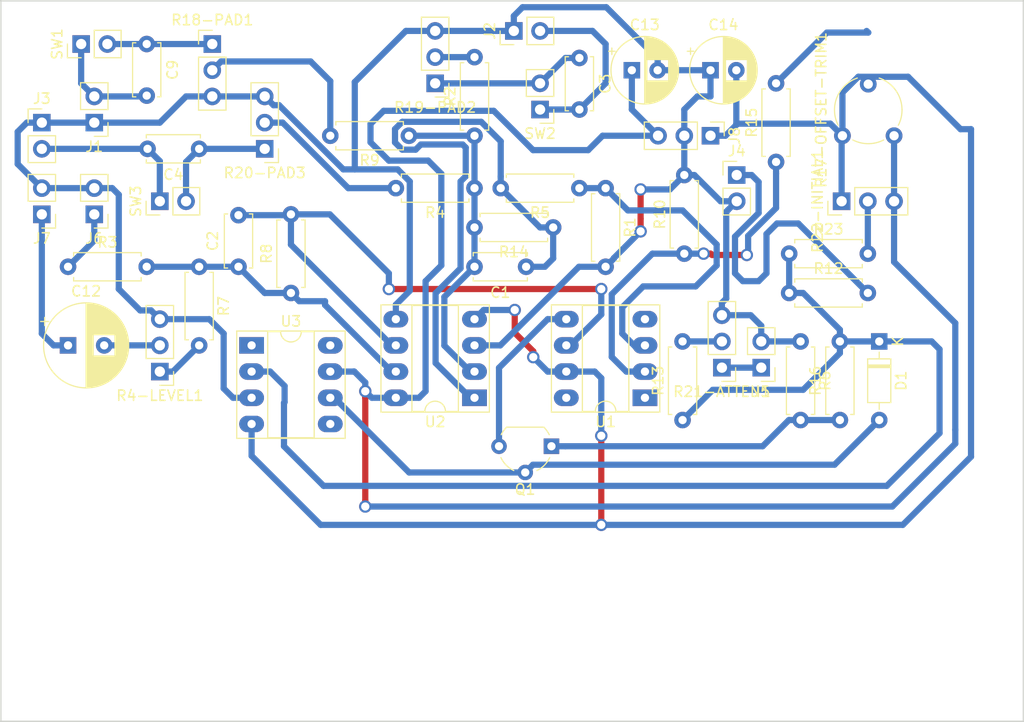
<source format=kicad_pcb>
(kicad_pcb (version 20171130) (host pcbnew "(5.0.2)-1")

  (general
    (thickness 1.6)
    (drawings 4)
    (tracks 335)
    (zones 0)
    (modules 47)
    (nets 38)
  )

  (page A4)
  (layers
    (0 F.Cu signal)
    (31 B.Cu signal)
    (32 B.Adhes user)
    (33 F.Adhes user)
    (34 B.Paste user)
    (35 F.Paste user)
    (36 B.SilkS user)
    (37 F.SilkS user)
    (38 B.Mask user)
    (39 F.Mask user)
    (40 Dwgs.User user)
    (41 Cmts.User user)
    (42 Eco1.User user)
    (43 Eco2.User user)
    (44 Edge.Cuts user)
    (45 Margin user)
    (46 B.CrtYd user)
    (47 F.CrtYd user)
    (48 B.Fab user)
    (49 F.Fab user hide)
  )

  (setup
    (last_trace_width 0.6)
    (trace_clearance 0.25)
    (zone_clearance 0.508)
    (zone_45_only no)
    (trace_min 0.6)
    (segment_width 0.2)
    (edge_width 0.15)
    (via_size 1.2)
    (via_drill 0.8)
    (via_min_size 1.2)
    (via_min_drill 0.8)
    (uvia_size 0.3)
    (uvia_drill 0.1)
    (uvias_allowed no)
    (uvia_min_size 0.2)
    (uvia_min_drill 0.1)
    (pcb_text_width 0.3)
    (pcb_text_size 1.5 1.5)
    (mod_edge_width 0.15)
    (mod_text_size 1 1)
    (mod_text_width 0.15)
    (pad_size 1.524 1.524)
    (pad_drill 0.762)
    (pad_to_mask_clearance 0.051)
    (solder_mask_min_width 0.25)
    (aux_axis_origin 0 0)
    (visible_elements 7EFFFFFF)
    (pcbplotparams
      (layerselection 0x010fc_ffffffff)
      (usegerberextensions false)
      (usegerberattributes false)
      (usegerberadvancedattributes false)
      (creategerberjobfile false)
      (excludeedgelayer true)
      (linewidth 0.100000)
      (plotframeref false)
      (viasonmask false)
      (mode 1)
      (useauxorigin false)
      (hpglpennumber 1)
      (hpglpenspeed 20)
      (hpglpendiameter 15.000000)
      (psnegative false)
      (psa4output false)
      (plotreference true)
      (plotvalue true)
      (plotinvisibletext false)
      (padsonsilk false)
      (subtractmaskfromsilk false)
      (outputformat 1)
      (mirror false)
      (drillshape 1)
      (scaleselection 1)
      (outputdirectory "output/"))
  )

  (net 0 "")
  (net 1 "Net-(C1-Pad2)")
  (net 2 "Net-(C1-Pad1)")
  (net 3 "Net-(C2-Pad1)")
  (net 4 "Net-(C2-Pad2)")
  (net 5 "Net-(C3-Pad2)")
  (net 6 "Net-(C3-Pad1)")
  (net 7 "Net-(C4-Pad1)")
  (net 8 "Net-(C4-Pad2)")
  (net 9 "Net-(C9-Pad1)")
  (net 10 "Net-(C9-Pad2)")
  (net 11 "Net-(C12-Pad1)")
  (net 12 "Net-(C12-Pad2)")
  (net 13 "Net-(D1-Pad1)")
  (net 14 "Net-(D1-Pad2)")
  (net 15 GNDREF)
  (net 16 "Net-(J4-PadT)")
  (net 17 "Net-(J5-PadT)")
  (net 18 "Net-(J6-PadT)")
  (net 19 "Net-(Q1-Pad3)")
  (net 20 "Net-(Q1-Pad1)")
  (net 21 "Net-(R1-Pad1)")
  (net 22 "Net-(R19-PAD2-Pad2)")
  (net 23 "Net-(R20-PAD3-Pad2)")
  (net 24 "Net-(R4-LEVEL1-Pad1)")
  (net 25 "Net-(R18-PAD1-Pad2)")
  (net 26 "Net-(R10-Pad1)")
  (net 27 "Net-(R13-Pad2)")
  (net 28 "Net-(R15-Pad2)")
  (net 29 "Net-(R22-INITIAL1-Pad2)")
  (net 30 -15V)
  (net 31 +15V)
  (net 32 "Net-(U1-Pad1)")
  (net 33 "Net-(U1-Pad4)")
  (net 34 "Net-(U1-Pad8)")
  (net 35 "Net-(U3-Pad1)")
  (net 36 "Net-(U3-Pad5)")
  (net 37 "Net-(U3-Pad8)")

  (net_class Default "This is the default net class."
    (clearance 0.25)
    (trace_width 0.6)
    (via_dia 1.2)
    (via_drill 0.8)
    (uvia_dia 0.3)
    (uvia_drill 0.1)
    (diff_pair_gap 0.25)
    (diff_pair_width 0.6)
    (add_net +15V)
    (add_net -15V)
    (add_net GNDREF)
    (add_net "Net-(C1-Pad1)")
    (add_net "Net-(C1-Pad2)")
    (add_net "Net-(C12-Pad1)")
    (add_net "Net-(C12-Pad2)")
    (add_net "Net-(C2-Pad1)")
    (add_net "Net-(C2-Pad2)")
    (add_net "Net-(C3-Pad1)")
    (add_net "Net-(C3-Pad2)")
    (add_net "Net-(C4-Pad1)")
    (add_net "Net-(C4-Pad2)")
    (add_net "Net-(C9-Pad1)")
    (add_net "Net-(C9-Pad2)")
    (add_net "Net-(D1-Pad1)")
    (add_net "Net-(D1-Pad2)")
    (add_net "Net-(J4-PadT)")
    (add_net "Net-(J5-PadT)")
    (add_net "Net-(J6-PadT)")
    (add_net "Net-(Q1-Pad1)")
    (add_net "Net-(Q1-Pad3)")
    (add_net "Net-(R1-Pad1)")
    (add_net "Net-(R10-Pad1)")
    (add_net "Net-(R13-Pad2)")
    (add_net "Net-(R15-Pad2)")
    (add_net "Net-(R18-PAD1-Pad2)")
    (add_net "Net-(R19-PAD2-Pad2)")
    (add_net "Net-(R20-PAD3-Pad2)")
    (add_net "Net-(R22-INITIAL1-Pad2)")
    (add_net "Net-(R4-LEVEL1-Pad1)")
    (add_net "Net-(U1-Pad1)")
    (add_net "Net-(U1-Pad4)")
    (add_net "Net-(U1-Pad8)")
    (add_net "Net-(U3-Pad1)")
    (add_net "Net-(U3-Pad5)")
    (add_net "Net-(U3-Pad8)")
  )

  (module Package_DIP:DIP-8_W7.62mm_Socket_LongPads (layer F.Cu) (tedit 5A02E8C5) (tstamp 5CAE6ED0)
    (at 24.296391 34.67225)
    (descr "8-lead though-hole mounted DIP package, row spacing 7.62 mm (300 mils), Socket, LongPads")
    (tags "THT DIP DIL PDIP 2.54mm 7.62mm 300mil Socket LongPads")
    (path /5C82F324)
    (fp_text reference U3 (at 3.81 -2.33) (layer F.SilkS)
      (effects (font (size 1 1) (thickness 0.15)))
    )
    (fp_text value TL071 (at 3.81 9.95) (layer F.Fab)
      (effects (font (size 1 1) (thickness 0.15)))
    )
    (fp_arc (start 3.81 -1.33) (end 2.81 -1.33) (angle -180) (layer F.SilkS) (width 0.12))
    (fp_line (start 1.635 -1.27) (end 6.985 -1.27) (layer F.Fab) (width 0.1))
    (fp_line (start 6.985 -1.27) (end 6.985 8.89) (layer F.Fab) (width 0.1))
    (fp_line (start 6.985 8.89) (end 0.635 8.89) (layer F.Fab) (width 0.1))
    (fp_line (start 0.635 8.89) (end 0.635 -0.27) (layer F.Fab) (width 0.1))
    (fp_line (start 0.635 -0.27) (end 1.635 -1.27) (layer F.Fab) (width 0.1))
    (fp_line (start -1.27 -1.33) (end -1.27 8.95) (layer F.Fab) (width 0.1))
    (fp_line (start -1.27 8.95) (end 8.89 8.95) (layer F.Fab) (width 0.1))
    (fp_line (start 8.89 8.95) (end 8.89 -1.33) (layer F.Fab) (width 0.1))
    (fp_line (start 8.89 -1.33) (end -1.27 -1.33) (layer F.Fab) (width 0.1))
    (fp_line (start 2.81 -1.33) (end 1.56 -1.33) (layer F.SilkS) (width 0.12))
    (fp_line (start 1.56 -1.33) (end 1.56 8.95) (layer F.SilkS) (width 0.12))
    (fp_line (start 1.56 8.95) (end 6.06 8.95) (layer F.SilkS) (width 0.12))
    (fp_line (start 6.06 8.95) (end 6.06 -1.33) (layer F.SilkS) (width 0.12))
    (fp_line (start 6.06 -1.33) (end 4.81 -1.33) (layer F.SilkS) (width 0.12))
    (fp_line (start -1.44 -1.39) (end -1.44 9.01) (layer F.SilkS) (width 0.12))
    (fp_line (start -1.44 9.01) (end 9.06 9.01) (layer F.SilkS) (width 0.12))
    (fp_line (start 9.06 9.01) (end 9.06 -1.39) (layer F.SilkS) (width 0.12))
    (fp_line (start 9.06 -1.39) (end -1.44 -1.39) (layer F.SilkS) (width 0.12))
    (fp_line (start -1.55 -1.6) (end -1.55 9.2) (layer F.CrtYd) (width 0.05))
    (fp_line (start -1.55 9.2) (end 9.15 9.2) (layer F.CrtYd) (width 0.05))
    (fp_line (start 9.15 9.2) (end 9.15 -1.6) (layer F.CrtYd) (width 0.05))
    (fp_line (start 9.15 -1.6) (end -1.55 -1.6) (layer F.CrtYd) (width 0.05))
    (fp_text user %R (at 3.81 3.81) (layer F.Fab)
      (effects (font (size 1 1) (thickness 0.15)))
    )
    (pad 1 thru_hole rect (at 0 0) (size 2.4 1.6) (drill 0.8) (layers *.Cu *.Mask)
      (net 35 "Net-(U3-Pad1)"))
    (pad 5 thru_hole oval (at 7.62 7.62) (size 2.4 1.6) (drill 0.8) (layers *.Cu *.Mask)
      (net 36 "Net-(U3-Pad5)"))
    (pad 2 thru_hole oval (at 0 2.54) (size 2.4 1.6) (drill 0.8) (layers *.Cu *.Mask)
      (net 13 "Net-(D1-Pad1)"))
    (pad 6 thru_hole oval (at 7.62 5.08) (size 2.4 1.6) (drill 0.8) (layers *.Cu *.Mask)
      (net 14 "Net-(D1-Pad2)"))
    (pad 3 thru_hole oval (at 0 5.08) (size 2.4 1.6) (drill 0.8) (layers *.Cu *.Mask)
      (net 15 GNDREF))
    (pad 7 thru_hole oval (at 7.62 2.54) (size 2.4 1.6) (drill 0.8) (layers *.Cu *.Mask)
      (net 31 +15V))
    (pad 4 thru_hole oval (at 0 7.62) (size 2.4 1.6) (drill 0.8) (layers *.Cu *.Mask)
      (net 30 -15V))
    (pad 8 thru_hole oval (at 7.62 0) (size 2.4 1.6) (drill 0.8) (layers *.Cu *.Mask)
      (net 37 "Net-(U3-Pad8)"))
    (model ${KISYS3DMOD}/Package_DIP.3dshapes/DIP-8_W7.62mm_Socket.wrl
      (at (xyz 0 0 0))
      (scale (xyz 1 1 1))
      (rotate (xyz 0 0 0))
    )
  )

  (module Capacitor_THT:C_Disc_D5.0mm_W2.5mm_P5.00mm (layer F.Cu) (tedit 5AE50EF0) (tstamp 5CAE6A8A)
    (at 50.886391 27.05225 180)
    (descr "C, Disc series, Radial, pin pitch=5.00mm, , diameter*width=5*2.5mm^2, Capacitor, http://cdn-reichelt.de/documents/datenblatt/B300/DS_KERKO_TC.pdf")
    (tags "C Disc series Radial pin pitch 5.00mm  diameter 5mm width 2.5mm Capacitor")
    (path /5C7B2F66)
    (fp_text reference C1 (at 2.5 -2.5 180) (layer F.SilkS)
      (effects (font (size 1 1) (thickness 0.15)))
    )
    (fp_text value 10pF (at 2.5 2.5 180) (layer F.Fab)
      (effects (font (size 1 1) (thickness 0.15)))
    )
    (fp_text user %R (at 2.5 0 180) (layer F.Fab)
      (effects (font (size 1 1) (thickness 0.15)))
    )
    (fp_line (start 6.05 -1.5) (end -1.05 -1.5) (layer F.CrtYd) (width 0.05))
    (fp_line (start 6.05 1.5) (end 6.05 -1.5) (layer F.CrtYd) (width 0.05))
    (fp_line (start -1.05 1.5) (end 6.05 1.5) (layer F.CrtYd) (width 0.05))
    (fp_line (start -1.05 -1.5) (end -1.05 1.5) (layer F.CrtYd) (width 0.05))
    (fp_line (start 5.12 1.055) (end 5.12 1.37) (layer F.SilkS) (width 0.12))
    (fp_line (start 5.12 -1.37) (end 5.12 -1.055) (layer F.SilkS) (width 0.12))
    (fp_line (start -0.12 1.055) (end -0.12 1.37) (layer F.SilkS) (width 0.12))
    (fp_line (start -0.12 -1.37) (end -0.12 -1.055) (layer F.SilkS) (width 0.12))
    (fp_line (start -0.12 1.37) (end 5.12 1.37) (layer F.SilkS) (width 0.12))
    (fp_line (start -0.12 -1.37) (end 5.12 -1.37) (layer F.SilkS) (width 0.12))
    (fp_line (start 5 -1.25) (end 0 -1.25) (layer F.Fab) (width 0.1))
    (fp_line (start 5 1.25) (end 5 -1.25) (layer F.Fab) (width 0.1))
    (fp_line (start 0 1.25) (end 5 1.25) (layer F.Fab) (width 0.1))
    (fp_line (start 0 -1.25) (end 0 1.25) (layer F.Fab) (width 0.1))
    (pad 2 thru_hole circle (at 5 0 180) (size 1.6 1.6) (drill 0.8) (layers *.Cu *.Mask)
      (net 1 "Net-(C1-Pad2)"))
    (pad 1 thru_hole circle (at 0 0 180) (size 1.6 1.6) (drill 0.8) (layers *.Cu *.Mask)
      (net 2 "Net-(C1-Pad1)"))
    (model ${KISYS3DMOD}/Capacitor_THT.3dshapes/C_Disc_D5.0mm_W2.5mm_P5.00mm.wrl
      (at (xyz 0 0 0))
      (scale (xyz 1 1 1))
      (rotate (xyz 0 0 0))
    )
  )

  (module Capacitor_THT:C_Disc_D5.0mm_W2.5mm_P5.00mm (layer F.Cu) (tedit 5AE50EF0) (tstamp 5CAE6A9F)
    (at 23.026391 27.05225 90)
    (descr "C, Disc series, Radial, pin pitch=5.00mm, , diameter*width=5*2.5mm^2, Capacitor, http://cdn-reichelt.de/documents/datenblatt/B300/DS_KERKO_TC.pdf")
    (tags "C Disc series Radial pin pitch 5.00mm  diameter 5mm width 2.5mm Capacitor")
    (path /5C841FC7)
    (fp_text reference C2 (at 2.5 -2.5 90) (layer F.SilkS)
      (effects (font (size 1 1) (thickness 0.15)))
    )
    (fp_text value 22pF (at 2.5 2.5 90) (layer F.Fab)
      (effects (font (size 1 1) (thickness 0.15)))
    )
    (fp_line (start 0 -1.25) (end 0 1.25) (layer F.Fab) (width 0.1))
    (fp_line (start 0 1.25) (end 5 1.25) (layer F.Fab) (width 0.1))
    (fp_line (start 5 1.25) (end 5 -1.25) (layer F.Fab) (width 0.1))
    (fp_line (start 5 -1.25) (end 0 -1.25) (layer F.Fab) (width 0.1))
    (fp_line (start -0.12 -1.37) (end 5.12 -1.37) (layer F.SilkS) (width 0.12))
    (fp_line (start -0.12 1.37) (end 5.12 1.37) (layer F.SilkS) (width 0.12))
    (fp_line (start -0.12 -1.37) (end -0.12 -1.055) (layer F.SilkS) (width 0.12))
    (fp_line (start -0.12 1.055) (end -0.12 1.37) (layer F.SilkS) (width 0.12))
    (fp_line (start 5.12 -1.37) (end 5.12 -1.055) (layer F.SilkS) (width 0.12))
    (fp_line (start 5.12 1.055) (end 5.12 1.37) (layer F.SilkS) (width 0.12))
    (fp_line (start -1.05 -1.5) (end -1.05 1.5) (layer F.CrtYd) (width 0.05))
    (fp_line (start -1.05 1.5) (end 6.05 1.5) (layer F.CrtYd) (width 0.05))
    (fp_line (start 6.05 1.5) (end 6.05 -1.5) (layer F.CrtYd) (width 0.05))
    (fp_line (start 6.05 -1.5) (end -1.05 -1.5) (layer F.CrtYd) (width 0.05))
    (fp_text user %R (at 8.85 -1.27 90) (layer F.Fab)
      (effects (font (size 1 1) (thickness 0.15)))
    )
    (pad 1 thru_hole circle (at 0 0 90) (size 1.6 1.6) (drill 0.8) (layers *.Cu *.Mask)
      (net 3 "Net-(C2-Pad1)"))
    (pad 2 thru_hole circle (at 5 0 90) (size 1.6 1.6) (drill 0.8) (layers *.Cu *.Mask)
      (net 4 "Net-(C2-Pad2)"))
    (model ${KISYS3DMOD}/Capacitor_THT.3dshapes/C_Disc_D5.0mm_W2.5mm_P5.00mm.wrl
      (at (xyz 0 0 0))
      (scale (xyz 1 1 1))
      (rotate (xyz 0 0 0))
    )
  )

  (module Capacitor_THT:C_Disc_D5.0mm_W2.5mm_P5.00mm (layer F.Cu) (tedit 5AE50EF0) (tstamp 5CAE6AB4)
    (at 56.046391 6.81225 270)
    (descr "C, Disc series, Radial, pin pitch=5.00mm, , diameter*width=5*2.5mm^2, Capacitor, http://cdn-reichelt.de/documents/datenblatt/B300/DS_KERKO_TC.pdf")
    (tags "C Disc series Radial pin pitch 5.00mm  diameter 5mm width 2.5mm Capacitor")
    (path /5C7B09E9)
    (fp_text reference C3 (at 2.5 -2.5 270) (layer F.SilkS)
      (effects (font (size 1 1) (thickness 0.15)))
    )
    (fp_text value 0.22uF (at 2.5 2.5 270) (layer F.Fab)
      (effects (font (size 1 1) (thickness 0.15)))
    )
    (fp_text user %R (at 2.5 0 270) (layer F.Fab)
      (effects (font (size 1 1) (thickness 0.15)))
    )
    (fp_line (start 6.05 -1.5) (end -1.05 -1.5) (layer F.CrtYd) (width 0.05))
    (fp_line (start 6.05 1.5) (end 6.05 -1.5) (layer F.CrtYd) (width 0.05))
    (fp_line (start -1.05 1.5) (end 6.05 1.5) (layer F.CrtYd) (width 0.05))
    (fp_line (start -1.05 -1.5) (end -1.05 1.5) (layer F.CrtYd) (width 0.05))
    (fp_line (start 5.12 1.055) (end 5.12 1.37) (layer F.SilkS) (width 0.12))
    (fp_line (start 5.12 -1.37) (end 5.12 -1.055) (layer F.SilkS) (width 0.12))
    (fp_line (start -0.12 1.055) (end -0.12 1.37) (layer F.SilkS) (width 0.12))
    (fp_line (start -0.12 -1.37) (end -0.12 -1.055) (layer F.SilkS) (width 0.12))
    (fp_line (start -0.12 1.37) (end 5.12 1.37) (layer F.SilkS) (width 0.12))
    (fp_line (start -0.12 -1.37) (end 5.12 -1.37) (layer F.SilkS) (width 0.12))
    (fp_line (start 5 -1.25) (end 0 -1.25) (layer F.Fab) (width 0.1))
    (fp_line (start 5 1.25) (end 5 -1.25) (layer F.Fab) (width 0.1))
    (fp_line (start 0 1.25) (end 5 1.25) (layer F.Fab) (width 0.1))
    (fp_line (start 0 -1.25) (end 0 1.25) (layer F.Fab) (width 0.1))
    (pad 2 thru_hole circle (at 5 0 270) (size 1.6 1.6) (drill 0.8) (layers *.Cu *.Mask)
      (net 5 "Net-(C3-Pad2)"))
    (pad 1 thru_hole circle (at 0 0 270) (size 1.6 1.6) (drill 0.8) (layers *.Cu *.Mask)
      (net 6 "Net-(C3-Pad1)"))
    (model ${KISYS3DMOD}/Capacitor_THT.3dshapes/C_Disc_D5.0mm_W2.5mm_P5.00mm.wrl
      (at (xyz 0 0 0))
      (scale (xyz 1 1 1))
      (rotate (xyz 0 0 0))
    )
  )

  (module Capacitor_THT:C_Disc_D5.0mm_W2.5mm_P5.00mm (layer F.Cu) (tedit 5AE50EF0) (tstamp 5CAE6AC9)
    (at 19.216391 15.62225 180)
    (descr "C, Disc series, Radial, pin pitch=5.00mm, , diameter*width=5*2.5mm^2, Capacitor, http://cdn-reichelt.de/documents/datenblatt/B300/DS_KERKO_TC.pdf")
    (tags "C Disc series Radial pin pitch 5.00mm  diameter 5mm width 2.5mm Capacitor")
    (path /5C7B121D)
    (fp_text reference C4 (at 2.5 -2.5 180) (layer F.SilkS)
      (effects (font (size 1 1) (thickness 0.15)))
    )
    (fp_text value 0.22uF (at 2.5 2.5 180) (layer F.Fab)
      (effects (font (size 1 1) (thickness 0.15)))
    )
    (fp_line (start 0 -1.25) (end 0 1.25) (layer F.Fab) (width 0.1))
    (fp_line (start 0 1.25) (end 5 1.25) (layer F.Fab) (width 0.1))
    (fp_line (start 5 1.25) (end 5 -1.25) (layer F.Fab) (width 0.1))
    (fp_line (start 5 -1.25) (end 0 -1.25) (layer F.Fab) (width 0.1))
    (fp_line (start -0.12 -1.37) (end 5.12 -1.37) (layer F.SilkS) (width 0.12))
    (fp_line (start -0.12 1.37) (end 5.12 1.37) (layer F.SilkS) (width 0.12))
    (fp_line (start -0.12 -1.37) (end -0.12 -1.055) (layer F.SilkS) (width 0.12))
    (fp_line (start -0.12 1.055) (end -0.12 1.37) (layer F.SilkS) (width 0.12))
    (fp_line (start 5.12 -1.37) (end 5.12 -1.055) (layer F.SilkS) (width 0.12))
    (fp_line (start 5.12 1.055) (end 5.12 1.37) (layer F.SilkS) (width 0.12))
    (fp_line (start -1.05 -1.5) (end -1.05 1.5) (layer F.CrtYd) (width 0.05))
    (fp_line (start -1.05 1.5) (end 6.05 1.5) (layer F.CrtYd) (width 0.05))
    (fp_line (start 6.05 1.5) (end 6.05 -1.5) (layer F.CrtYd) (width 0.05))
    (fp_line (start 6.05 -1.5) (end -1.05 -1.5) (layer F.CrtYd) (width 0.05))
    (fp_text user %R (at 2.5 0 180) (layer F.Fab)
      (effects (font (size 1 1) (thickness 0.15)))
    )
    (pad 1 thru_hole circle (at 0 0 180) (size 1.6 1.6) (drill 0.8) (layers *.Cu *.Mask)
      (net 7 "Net-(C4-Pad1)"))
    (pad 2 thru_hole circle (at 5 0 180) (size 1.6 1.6) (drill 0.8) (layers *.Cu *.Mask)
      (net 8 "Net-(C4-Pad2)"))
    (model ${KISYS3DMOD}/Capacitor_THT.3dshapes/C_Disc_D5.0mm_W2.5mm_P5.00mm.wrl
      (at (xyz 0 0 0))
      (scale (xyz 1 1 1))
      (rotate (xyz 0 0 0))
    )
  )

  (module Capacitor_THT:C_Disc_D5.0mm_W2.5mm_P5.00mm (layer F.Cu) (tedit 5AE50EF0) (tstamp 5CAE6ADE)
    (at 14.136391 5.46225 270)
    (descr "C, Disc series, Radial, pin pitch=5.00mm, , diameter*width=5*2.5mm^2, Capacitor, http://cdn-reichelt.de/documents/datenblatt/B300/DS_KERKO_TC.pdf")
    (tags "C Disc series Radial pin pitch 5.00mm  diameter 5mm width 2.5mm Capacitor")
    (path /5C7AF8C1)
    (fp_text reference C9 (at 2.5 -2.5 270) (layer F.SilkS)
      (effects (font (size 1 1) (thickness 0.15)))
    )
    (fp_text value 0.22uF (at 2.5 2.5 270) (layer F.Fab)
      (effects (font (size 1 1) (thickness 0.15)))
    )
    (fp_line (start 0 -1.25) (end 0 1.25) (layer F.Fab) (width 0.1))
    (fp_line (start 0 1.25) (end 5 1.25) (layer F.Fab) (width 0.1))
    (fp_line (start 5 1.25) (end 5 -1.25) (layer F.Fab) (width 0.1))
    (fp_line (start 5 -1.25) (end 0 -1.25) (layer F.Fab) (width 0.1))
    (fp_line (start -0.12 -1.37) (end 5.12 -1.37) (layer F.SilkS) (width 0.12))
    (fp_line (start -0.12 1.37) (end 5.12 1.37) (layer F.SilkS) (width 0.12))
    (fp_line (start -0.12 -1.37) (end -0.12 -1.055) (layer F.SilkS) (width 0.12))
    (fp_line (start -0.12 1.055) (end -0.12 1.37) (layer F.SilkS) (width 0.12))
    (fp_line (start 5.12 -1.37) (end 5.12 -1.055) (layer F.SilkS) (width 0.12))
    (fp_line (start 5.12 1.055) (end 5.12 1.37) (layer F.SilkS) (width 0.12))
    (fp_line (start -1.05 -1.5) (end -1.05 1.5) (layer F.CrtYd) (width 0.05))
    (fp_line (start -1.05 1.5) (end 6.05 1.5) (layer F.CrtYd) (width 0.05))
    (fp_line (start 6.05 1.5) (end 6.05 -1.5) (layer F.CrtYd) (width 0.05))
    (fp_line (start 6.05 -1.5) (end -1.05 -1.5) (layer F.CrtYd) (width 0.05))
    (fp_text user %R (at 2.5 0 270) (layer F.Fab)
      (effects (font (size 1 1) (thickness 0.15)))
    )
    (pad 1 thru_hole circle (at 0 0 270) (size 1.6 1.6) (drill 0.8) (layers *.Cu *.Mask)
      (net 9 "Net-(C9-Pad1)"))
    (pad 2 thru_hole circle (at 5 0 270) (size 1.6 1.6) (drill 0.8) (layers *.Cu *.Mask)
      (net 10 "Net-(C9-Pad2)"))
    (model ${KISYS3DMOD}/Capacitor_THT.3dshapes/C_Disc_D5.0mm_W2.5mm_P5.00mm.wrl
      (at (xyz 0 0 0))
      (scale (xyz 1 1 1))
      (rotate (xyz 0 0 0))
    )
  )

  (module Capacitor_THT:CP_Radial_D8.0mm_P3.50mm (layer F.Cu) (tedit 5AE50EF0) (tstamp 5CAE6B87)
    (at 6.516391 34.67225)
    (descr "CP, Radial series, Radial, pin pitch=3.50mm, , diameter=8mm, Electrolytic Capacitor")
    (tags "CP Radial series Radial pin pitch 3.50mm  diameter 8mm Electrolytic Capacitor")
    (path /5C849893)
    (fp_text reference C12 (at 1.75 -5.25) (layer F.SilkS)
      (effects (font (size 1 1) (thickness 0.15)))
    )
    (fp_text value "2.2uF NP" (at 1.75 5.25) (layer F.Fab)
      (effects (font (size 1 1) (thickness 0.15)))
    )
    (fp_circle (center 1.75 0) (end 5.75 0) (layer F.Fab) (width 0.1))
    (fp_circle (center 1.75 0) (end 5.87 0) (layer F.SilkS) (width 0.12))
    (fp_circle (center 1.75 0) (end 6 0) (layer F.CrtYd) (width 0.05))
    (fp_line (start -1.676759 -1.7475) (end -0.876759 -1.7475) (layer F.Fab) (width 0.1))
    (fp_line (start -1.276759 -2.1475) (end -1.276759 -1.3475) (layer F.Fab) (width 0.1))
    (fp_line (start 1.75 -4.08) (end 1.75 4.08) (layer F.SilkS) (width 0.12))
    (fp_line (start 1.79 -4.08) (end 1.79 4.08) (layer F.SilkS) (width 0.12))
    (fp_line (start 1.83 -4.08) (end 1.83 4.08) (layer F.SilkS) (width 0.12))
    (fp_line (start 1.87 -4.079) (end 1.87 4.079) (layer F.SilkS) (width 0.12))
    (fp_line (start 1.91 -4.077) (end 1.91 4.077) (layer F.SilkS) (width 0.12))
    (fp_line (start 1.95 -4.076) (end 1.95 4.076) (layer F.SilkS) (width 0.12))
    (fp_line (start 1.99 -4.074) (end 1.99 4.074) (layer F.SilkS) (width 0.12))
    (fp_line (start 2.03 -4.071) (end 2.03 4.071) (layer F.SilkS) (width 0.12))
    (fp_line (start 2.07 -4.068) (end 2.07 4.068) (layer F.SilkS) (width 0.12))
    (fp_line (start 2.11 -4.065) (end 2.11 4.065) (layer F.SilkS) (width 0.12))
    (fp_line (start 2.15 -4.061) (end 2.15 4.061) (layer F.SilkS) (width 0.12))
    (fp_line (start 2.19 -4.057) (end 2.19 4.057) (layer F.SilkS) (width 0.12))
    (fp_line (start 2.23 -4.052) (end 2.23 4.052) (layer F.SilkS) (width 0.12))
    (fp_line (start 2.27 -4.048) (end 2.27 4.048) (layer F.SilkS) (width 0.12))
    (fp_line (start 2.31 -4.042) (end 2.31 4.042) (layer F.SilkS) (width 0.12))
    (fp_line (start 2.35 -4.037) (end 2.35 4.037) (layer F.SilkS) (width 0.12))
    (fp_line (start 2.39 -4.03) (end 2.39 4.03) (layer F.SilkS) (width 0.12))
    (fp_line (start 2.43 -4.024) (end 2.43 4.024) (layer F.SilkS) (width 0.12))
    (fp_line (start 2.471 -4.017) (end 2.471 -1.04) (layer F.SilkS) (width 0.12))
    (fp_line (start 2.471 1.04) (end 2.471 4.017) (layer F.SilkS) (width 0.12))
    (fp_line (start 2.511 -4.01) (end 2.511 -1.04) (layer F.SilkS) (width 0.12))
    (fp_line (start 2.511 1.04) (end 2.511 4.01) (layer F.SilkS) (width 0.12))
    (fp_line (start 2.551 -4.002) (end 2.551 -1.04) (layer F.SilkS) (width 0.12))
    (fp_line (start 2.551 1.04) (end 2.551 4.002) (layer F.SilkS) (width 0.12))
    (fp_line (start 2.591 -3.994) (end 2.591 -1.04) (layer F.SilkS) (width 0.12))
    (fp_line (start 2.591 1.04) (end 2.591 3.994) (layer F.SilkS) (width 0.12))
    (fp_line (start 2.631 -3.985) (end 2.631 -1.04) (layer F.SilkS) (width 0.12))
    (fp_line (start 2.631 1.04) (end 2.631 3.985) (layer F.SilkS) (width 0.12))
    (fp_line (start 2.671 -3.976) (end 2.671 -1.04) (layer F.SilkS) (width 0.12))
    (fp_line (start 2.671 1.04) (end 2.671 3.976) (layer F.SilkS) (width 0.12))
    (fp_line (start 2.711 -3.967) (end 2.711 -1.04) (layer F.SilkS) (width 0.12))
    (fp_line (start 2.711 1.04) (end 2.711 3.967) (layer F.SilkS) (width 0.12))
    (fp_line (start 2.751 -3.957) (end 2.751 -1.04) (layer F.SilkS) (width 0.12))
    (fp_line (start 2.751 1.04) (end 2.751 3.957) (layer F.SilkS) (width 0.12))
    (fp_line (start 2.791 -3.947) (end 2.791 -1.04) (layer F.SilkS) (width 0.12))
    (fp_line (start 2.791 1.04) (end 2.791 3.947) (layer F.SilkS) (width 0.12))
    (fp_line (start 2.831 -3.936) (end 2.831 -1.04) (layer F.SilkS) (width 0.12))
    (fp_line (start 2.831 1.04) (end 2.831 3.936) (layer F.SilkS) (width 0.12))
    (fp_line (start 2.871 -3.925) (end 2.871 -1.04) (layer F.SilkS) (width 0.12))
    (fp_line (start 2.871 1.04) (end 2.871 3.925) (layer F.SilkS) (width 0.12))
    (fp_line (start 2.911 -3.914) (end 2.911 -1.04) (layer F.SilkS) (width 0.12))
    (fp_line (start 2.911 1.04) (end 2.911 3.914) (layer F.SilkS) (width 0.12))
    (fp_line (start 2.951 -3.902) (end 2.951 -1.04) (layer F.SilkS) (width 0.12))
    (fp_line (start 2.951 1.04) (end 2.951 3.902) (layer F.SilkS) (width 0.12))
    (fp_line (start 2.991 -3.889) (end 2.991 -1.04) (layer F.SilkS) (width 0.12))
    (fp_line (start 2.991 1.04) (end 2.991 3.889) (layer F.SilkS) (width 0.12))
    (fp_line (start 3.031 -3.877) (end 3.031 -1.04) (layer F.SilkS) (width 0.12))
    (fp_line (start 3.031 1.04) (end 3.031 3.877) (layer F.SilkS) (width 0.12))
    (fp_line (start 3.071 -3.863) (end 3.071 -1.04) (layer F.SilkS) (width 0.12))
    (fp_line (start 3.071 1.04) (end 3.071 3.863) (layer F.SilkS) (width 0.12))
    (fp_line (start 3.111 -3.85) (end 3.111 -1.04) (layer F.SilkS) (width 0.12))
    (fp_line (start 3.111 1.04) (end 3.111 3.85) (layer F.SilkS) (width 0.12))
    (fp_line (start 3.151 -3.835) (end 3.151 -1.04) (layer F.SilkS) (width 0.12))
    (fp_line (start 3.151 1.04) (end 3.151 3.835) (layer F.SilkS) (width 0.12))
    (fp_line (start 3.191 -3.821) (end 3.191 -1.04) (layer F.SilkS) (width 0.12))
    (fp_line (start 3.191 1.04) (end 3.191 3.821) (layer F.SilkS) (width 0.12))
    (fp_line (start 3.231 -3.805) (end 3.231 -1.04) (layer F.SilkS) (width 0.12))
    (fp_line (start 3.231 1.04) (end 3.231 3.805) (layer F.SilkS) (width 0.12))
    (fp_line (start 3.271 -3.79) (end 3.271 -1.04) (layer F.SilkS) (width 0.12))
    (fp_line (start 3.271 1.04) (end 3.271 3.79) (layer F.SilkS) (width 0.12))
    (fp_line (start 3.311 -3.774) (end 3.311 -1.04) (layer F.SilkS) (width 0.12))
    (fp_line (start 3.311 1.04) (end 3.311 3.774) (layer F.SilkS) (width 0.12))
    (fp_line (start 3.351 -3.757) (end 3.351 -1.04) (layer F.SilkS) (width 0.12))
    (fp_line (start 3.351 1.04) (end 3.351 3.757) (layer F.SilkS) (width 0.12))
    (fp_line (start 3.391 -3.74) (end 3.391 -1.04) (layer F.SilkS) (width 0.12))
    (fp_line (start 3.391 1.04) (end 3.391 3.74) (layer F.SilkS) (width 0.12))
    (fp_line (start 3.431 -3.722) (end 3.431 -1.04) (layer F.SilkS) (width 0.12))
    (fp_line (start 3.431 1.04) (end 3.431 3.722) (layer F.SilkS) (width 0.12))
    (fp_line (start 3.471 -3.704) (end 3.471 -1.04) (layer F.SilkS) (width 0.12))
    (fp_line (start 3.471 1.04) (end 3.471 3.704) (layer F.SilkS) (width 0.12))
    (fp_line (start 3.511 -3.686) (end 3.511 -1.04) (layer F.SilkS) (width 0.12))
    (fp_line (start 3.511 1.04) (end 3.511 3.686) (layer F.SilkS) (width 0.12))
    (fp_line (start 3.551 -3.666) (end 3.551 -1.04) (layer F.SilkS) (width 0.12))
    (fp_line (start 3.551 1.04) (end 3.551 3.666) (layer F.SilkS) (width 0.12))
    (fp_line (start 3.591 -3.647) (end 3.591 -1.04) (layer F.SilkS) (width 0.12))
    (fp_line (start 3.591 1.04) (end 3.591 3.647) (layer F.SilkS) (width 0.12))
    (fp_line (start 3.631 -3.627) (end 3.631 -1.04) (layer F.SilkS) (width 0.12))
    (fp_line (start 3.631 1.04) (end 3.631 3.627) (layer F.SilkS) (width 0.12))
    (fp_line (start 3.671 -3.606) (end 3.671 -1.04) (layer F.SilkS) (width 0.12))
    (fp_line (start 3.671 1.04) (end 3.671 3.606) (layer F.SilkS) (width 0.12))
    (fp_line (start 3.711 -3.584) (end 3.711 -1.04) (layer F.SilkS) (width 0.12))
    (fp_line (start 3.711 1.04) (end 3.711 3.584) (layer F.SilkS) (width 0.12))
    (fp_line (start 3.751 -3.562) (end 3.751 -1.04) (layer F.SilkS) (width 0.12))
    (fp_line (start 3.751 1.04) (end 3.751 3.562) (layer F.SilkS) (width 0.12))
    (fp_line (start 3.791 -3.54) (end 3.791 -1.04) (layer F.SilkS) (width 0.12))
    (fp_line (start 3.791 1.04) (end 3.791 3.54) (layer F.SilkS) (width 0.12))
    (fp_line (start 3.831 -3.517) (end 3.831 -1.04) (layer F.SilkS) (width 0.12))
    (fp_line (start 3.831 1.04) (end 3.831 3.517) (layer F.SilkS) (width 0.12))
    (fp_line (start 3.871 -3.493) (end 3.871 -1.04) (layer F.SilkS) (width 0.12))
    (fp_line (start 3.871 1.04) (end 3.871 3.493) (layer F.SilkS) (width 0.12))
    (fp_line (start 3.911 -3.469) (end 3.911 -1.04) (layer F.SilkS) (width 0.12))
    (fp_line (start 3.911 1.04) (end 3.911 3.469) (layer F.SilkS) (width 0.12))
    (fp_line (start 3.951 -3.444) (end 3.951 -1.04) (layer F.SilkS) (width 0.12))
    (fp_line (start 3.951 1.04) (end 3.951 3.444) (layer F.SilkS) (width 0.12))
    (fp_line (start 3.991 -3.418) (end 3.991 -1.04) (layer F.SilkS) (width 0.12))
    (fp_line (start 3.991 1.04) (end 3.991 3.418) (layer F.SilkS) (width 0.12))
    (fp_line (start 4.031 -3.392) (end 4.031 -1.04) (layer F.SilkS) (width 0.12))
    (fp_line (start 4.031 1.04) (end 4.031 3.392) (layer F.SilkS) (width 0.12))
    (fp_line (start 4.071 -3.365) (end 4.071 -1.04) (layer F.SilkS) (width 0.12))
    (fp_line (start 4.071 1.04) (end 4.071 3.365) (layer F.SilkS) (width 0.12))
    (fp_line (start 4.111 -3.338) (end 4.111 -1.04) (layer F.SilkS) (width 0.12))
    (fp_line (start 4.111 1.04) (end 4.111 3.338) (layer F.SilkS) (width 0.12))
    (fp_line (start 4.151 -3.309) (end 4.151 -1.04) (layer F.SilkS) (width 0.12))
    (fp_line (start 4.151 1.04) (end 4.151 3.309) (layer F.SilkS) (width 0.12))
    (fp_line (start 4.191 -3.28) (end 4.191 -1.04) (layer F.SilkS) (width 0.12))
    (fp_line (start 4.191 1.04) (end 4.191 3.28) (layer F.SilkS) (width 0.12))
    (fp_line (start 4.231 -3.25) (end 4.231 -1.04) (layer F.SilkS) (width 0.12))
    (fp_line (start 4.231 1.04) (end 4.231 3.25) (layer F.SilkS) (width 0.12))
    (fp_line (start 4.271 -3.22) (end 4.271 -1.04) (layer F.SilkS) (width 0.12))
    (fp_line (start 4.271 1.04) (end 4.271 3.22) (layer F.SilkS) (width 0.12))
    (fp_line (start 4.311 -3.189) (end 4.311 -1.04) (layer F.SilkS) (width 0.12))
    (fp_line (start 4.311 1.04) (end 4.311 3.189) (layer F.SilkS) (width 0.12))
    (fp_line (start 4.351 -3.156) (end 4.351 -1.04) (layer F.SilkS) (width 0.12))
    (fp_line (start 4.351 1.04) (end 4.351 3.156) (layer F.SilkS) (width 0.12))
    (fp_line (start 4.391 -3.124) (end 4.391 -1.04) (layer F.SilkS) (width 0.12))
    (fp_line (start 4.391 1.04) (end 4.391 3.124) (layer F.SilkS) (width 0.12))
    (fp_line (start 4.431 -3.09) (end 4.431 -1.04) (layer F.SilkS) (width 0.12))
    (fp_line (start 4.431 1.04) (end 4.431 3.09) (layer F.SilkS) (width 0.12))
    (fp_line (start 4.471 -3.055) (end 4.471 -1.04) (layer F.SilkS) (width 0.12))
    (fp_line (start 4.471 1.04) (end 4.471 3.055) (layer F.SilkS) (width 0.12))
    (fp_line (start 4.511 -3.019) (end 4.511 -1.04) (layer F.SilkS) (width 0.12))
    (fp_line (start 4.511 1.04) (end 4.511 3.019) (layer F.SilkS) (width 0.12))
    (fp_line (start 4.551 -2.983) (end 4.551 2.983) (layer F.SilkS) (width 0.12))
    (fp_line (start 4.591 -2.945) (end 4.591 2.945) (layer F.SilkS) (width 0.12))
    (fp_line (start 4.631 -2.907) (end 4.631 2.907) (layer F.SilkS) (width 0.12))
    (fp_line (start 4.671 -2.867) (end 4.671 2.867) (layer F.SilkS) (width 0.12))
    (fp_line (start 4.711 -2.826) (end 4.711 2.826) (layer F.SilkS) (width 0.12))
    (fp_line (start 4.751 -2.784) (end 4.751 2.784) (layer F.SilkS) (width 0.12))
    (fp_line (start 4.791 -2.741) (end 4.791 2.741) (layer F.SilkS) (width 0.12))
    (fp_line (start 4.831 -2.697) (end 4.831 2.697) (layer F.SilkS) (width 0.12))
    (fp_line (start 4.871 -2.651) (end 4.871 2.651) (layer F.SilkS) (width 0.12))
    (fp_line (start 4.911 -2.604) (end 4.911 2.604) (layer F.SilkS) (width 0.12))
    (fp_line (start 4.951 -2.556) (end 4.951 2.556) (layer F.SilkS) (width 0.12))
    (fp_line (start 4.991 -2.505) (end 4.991 2.505) (layer F.SilkS) (width 0.12))
    (fp_line (start 5.031 -2.454) (end 5.031 2.454) (layer F.SilkS) (width 0.12))
    (fp_line (start 5.071 -2.4) (end 5.071 2.4) (layer F.SilkS) (width 0.12))
    (fp_line (start 5.111 -2.345) (end 5.111 2.345) (layer F.SilkS) (width 0.12))
    (fp_line (start 5.151 -2.287) (end 5.151 2.287) (layer F.SilkS) (width 0.12))
    (fp_line (start 5.191 -2.228) (end 5.191 2.228) (layer F.SilkS) (width 0.12))
    (fp_line (start 5.231 -2.166) (end 5.231 2.166) (layer F.SilkS) (width 0.12))
    (fp_line (start 5.271 -2.102) (end 5.271 2.102) (layer F.SilkS) (width 0.12))
    (fp_line (start 5.311 -2.034) (end 5.311 2.034) (layer F.SilkS) (width 0.12))
    (fp_line (start 5.351 -1.964) (end 5.351 1.964) (layer F.SilkS) (width 0.12))
    (fp_line (start 5.391 -1.89) (end 5.391 1.89) (layer F.SilkS) (width 0.12))
    (fp_line (start 5.431 -1.813) (end 5.431 1.813) (layer F.SilkS) (width 0.12))
    (fp_line (start 5.471 -1.731) (end 5.471 1.731) (layer F.SilkS) (width 0.12))
    (fp_line (start 5.511 -1.645) (end 5.511 1.645) (layer F.SilkS) (width 0.12))
    (fp_line (start 5.551 -1.552) (end 5.551 1.552) (layer F.SilkS) (width 0.12))
    (fp_line (start 5.591 -1.453) (end 5.591 1.453) (layer F.SilkS) (width 0.12))
    (fp_line (start 5.631 -1.346) (end 5.631 1.346) (layer F.SilkS) (width 0.12))
    (fp_line (start 5.671 -1.229) (end 5.671 1.229) (layer F.SilkS) (width 0.12))
    (fp_line (start 5.711 -1.098) (end 5.711 1.098) (layer F.SilkS) (width 0.12))
    (fp_line (start 5.751 -0.948) (end 5.751 0.948) (layer F.SilkS) (width 0.12))
    (fp_line (start 5.791 -0.768) (end 5.791 0.768) (layer F.SilkS) (width 0.12))
    (fp_line (start 5.831 -0.533) (end 5.831 0.533) (layer F.SilkS) (width 0.12))
    (fp_line (start -2.659698 -2.315) (end -1.859698 -2.315) (layer F.SilkS) (width 0.12))
    (fp_line (start -2.259698 -2.715) (end -2.259698 -1.915) (layer F.SilkS) (width 0.12))
    (fp_text user %R (at 1.75 0) (layer F.Fab)
      (effects (font (size 1 1) (thickness 0.15)))
    )
    (pad 1 thru_hole rect (at 0 0) (size 1.6 1.6) (drill 0.8) (layers *.Cu *.Mask)
      (net 11 "Net-(C12-Pad1)"))
    (pad 2 thru_hole circle (at 3.5 0) (size 1.6 1.6) (drill 0.8) (layers *.Cu *.Mask)
      (net 12 "Net-(C12-Pad2)"))
    (model ${KISYS3DMOD}/Capacitor_THT.3dshapes/CP_Radial_D8.0mm_P3.50mm.wrl
      (at (xyz 0 0 0))
      (scale (xyz 1 1 1))
      (rotate (xyz 0 0 0))
    )
  )

  (module Diode_THT:D_DO-35_SOD27_P7.62mm_Horizontal (layer F.Cu) (tedit 5AE50CD5) (tstamp 5CAE6BA6)
    (at 85.09 34.29 270)
    (descr "Diode, DO-35_SOD27 series, Axial, Horizontal, pin pitch=7.62mm, , length*diameter=4*2mm^2, , http://www.diodes.com/_files/packages/DO-35.pdf")
    (tags "Diode DO-35_SOD27 series Axial Horizontal pin pitch 7.62mm  length 4mm diameter 2mm")
    (path /5C7C55E6)
    (fp_text reference D1 (at 3.81 -2.12 270) (layer F.SilkS)
      (effects (font (size 1 1) (thickness 0.15)))
    )
    (fp_text value 1N914 (at 3.81 2.12 270) (layer F.Fab)
      (effects (font (size 1 1) (thickness 0.15)))
    )
    (fp_line (start 1.81 -1) (end 1.81 1) (layer F.Fab) (width 0.1))
    (fp_line (start 1.81 1) (end 5.81 1) (layer F.Fab) (width 0.1))
    (fp_line (start 5.81 1) (end 5.81 -1) (layer F.Fab) (width 0.1))
    (fp_line (start 5.81 -1) (end 1.81 -1) (layer F.Fab) (width 0.1))
    (fp_line (start 0 0) (end 1.81 0) (layer F.Fab) (width 0.1))
    (fp_line (start 7.62 0) (end 5.81 0) (layer F.Fab) (width 0.1))
    (fp_line (start 2.41 -1) (end 2.41 1) (layer F.Fab) (width 0.1))
    (fp_line (start 2.51 -1) (end 2.51 1) (layer F.Fab) (width 0.1))
    (fp_line (start 2.31 -1) (end 2.31 1) (layer F.Fab) (width 0.1))
    (fp_line (start 1.69 -1.12) (end 1.69 1.12) (layer F.SilkS) (width 0.12))
    (fp_line (start 1.69 1.12) (end 5.93 1.12) (layer F.SilkS) (width 0.12))
    (fp_line (start 5.93 1.12) (end 5.93 -1.12) (layer F.SilkS) (width 0.12))
    (fp_line (start 5.93 -1.12) (end 1.69 -1.12) (layer F.SilkS) (width 0.12))
    (fp_line (start 1.04 0) (end 1.69 0) (layer F.SilkS) (width 0.12))
    (fp_line (start 6.58 0) (end 5.93 0) (layer F.SilkS) (width 0.12))
    (fp_line (start 2.41 -1.12) (end 2.41 1.12) (layer F.SilkS) (width 0.12))
    (fp_line (start 2.53 -1.12) (end 2.53 1.12) (layer F.SilkS) (width 0.12))
    (fp_line (start 2.29 -1.12) (end 2.29 1.12) (layer F.SilkS) (width 0.12))
    (fp_line (start -1.05 -1.25) (end -1.05 1.25) (layer F.CrtYd) (width 0.05))
    (fp_line (start -1.05 1.25) (end 8.67 1.25) (layer F.CrtYd) (width 0.05))
    (fp_line (start 8.67 1.25) (end 8.67 -1.25) (layer F.CrtYd) (width 0.05))
    (fp_line (start 8.67 -1.25) (end -1.05 -1.25) (layer F.CrtYd) (width 0.05))
    (fp_text user %R (at 4.11 0 270) (layer F.Fab)
      (effects (font (size 0.8 0.8) (thickness 0.12)))
    )
    (fp_text user K (at 0 -1.8 270) (layer F.Fab)
      (effects (font (size 1 1) (thickness 0.15)))
    )
    (fp_text user K (at 0 -1.8 270) (layer F.SilkS)
      (effects (font (size 1 1) (thickness 0.15)))
    )
    (pad 1 thru_hole rect (at 0 0 270) (size 1.6 1.6) (drill 0.8) (layers *.Cu *.Mask)
      (net 13 "Net-(D1-Pad1)"))
    (pad 2 thru_hole oval (at 7.62 0 270) (size 1.6 1.6) (drill 0.8) (layers *.Cu *.Mask)
      (net 14 "Net-(D1-Pad2)"))
    (model ${KISYS3DMOD}/Diode_THT.3dshapes/D_DO-35_SOD27_P7.62mm_Horizontal.wrl
      (at (xyz 0 0 0))
      (scale (xyz 1 1 1))
      (rotate (xyz 0 0 0))
    )
  )

  (module kicad_footprints:PinHeader_1x02_P2.54mm_Vertical_audio (layer F.Cu) (tedit 5C7BCD2A) (tstamp 5CAE6BBC)
    (at 9.056391 13.08225 180)
    (descr "Through hole straight pin header, 1x02, 2.54mm pitch, single row")
    (tags "Through hole pin header THT 1x02 2.54mm single row")
    (path /5C7B0494)
    (fp_text reference J1 (at 0 -2.33 180) (layer F.SilkS)
      (effects (font (size 1 1) (thickness 0.15)))
    )
    (fp_text value AudioJack2 (at 0 4.87 180) (layer F.Fab)
      (effects (font (size 1 1) (thickness 0.15)))
    )
    (fp_line (start -0.635 -1.27) (end 1.27 -1.27) (layer F.Fab) (width 0.1))
    (fp_line (start 1.27 -1.27) (end 1.27 3.81) (layer F.Fab) (width 0.1))
    (fp_line (start 1.27 3.81) (end -1.27 3.81) (layer F.Fab) (width 0.1))
    (fp_line (start -1.27 3.81) (end -1.27 -0.635) (layer F.Fab) (width 0.1))
    (fp_line (start -1.27 -0.635) (end -0.635 -1.27) (layer F.Fab) (width 0.1))
    (fp_line (start -1.33 3.87) (end 1.33 3.87) (layer F.SilkS) (width 0.12))
    (fp_line (start -1.33 1.27) (end -1.33 3.87) (layer F.SilkS) (width 0.12))
    (fp_line (start 1.33 1.27) (end 1.33 3.87) (layer F.SilkS) (width 0.12))
    (fp_line (start -1.33 1.27) (end 1.33 1.27) (layer F.SilkS) (width 0.12))
    (fp_line (start -1.33 0) (end -1.33 -1.33) (layer F.SilkS) (width 0.12))
    (fp_line (start -1.33 -1.33) (end 0 -1.33) (layer F.SilkS) (width 0.12))
    (fp_line (start -1.8 -1.8) (end -1.8 4.35) (layer F.CrtYd) (width 0.05))
    (fp_line (start -1.8 4.35) (end 1.8 4.35) (layer F.CrtYd) (width 0.05))
    (fp_line (start 1.8 4.35) (end 1.8 -1.8) (layer F.CrtYd) (width 0.05))
    (fp_line (start 1.8 -1.8) (end -1.8 -1.8) (layer F.CrtYd) (width 0.05))
    (fp_text user %R (at 0 1.27 270) (layer F.Fab)
      (effects (font (size 1 1) (thickness 0.15)))
    )
    (pad T thru_hole rect (at 0 0 180) (size 1.7 1.7) (drill 1) (layers *.Cu *.Mask)
      (net 15 GNDREF))
    (pad S thru_hole oval (at 0 2.54 180) (size 1.7 1.7) (drill 1) (layers *.Cu *.Mask)
      (net 10 "Net-(C9-Pad2)"))
    (model ${KISYS3DMOD}/Connector_PinHeader_2.54mm.3dshapes/PinHeader_1x02_P2.54mm_Vertical.wrl
      (at (xyz 0 0 0))
      (scale (xyz 1 1 1))
      (rotate (xyz 0 0 0))
    )
  )

  (module kicad_footprints:PinHeader_1x02_P2.54mm_Vertical_audio (layer F.Cu) (tedit 5C7BCD2A) (tstamp 5CAE6BD2)
    (at 49.696391 4.19225 90)
    (descr "Through hole straight pin header, 1x02, 2.54mm pitch, single row")
    (tags "Through hole pin header THT 1x02 2.54mm single row")
    (path /5C7B0A08)
    (fp_text reference J2 (at 0 -2.33 90) (layer F.SilkS)
      (effects (font (size 1 1) (thickness 0.15)))
    )
    (fp_text value AudioJack2 (at 0 4.87 90) (layer F.Fab)
      (effects (font (size 1 1) (thickness 0.15)))
    )
    (fp_line (start -0.635 -1.27) (end 1.27 -1.27) (layer F.Fab) (width 0.1))
    (fp_line (start 1.27 -1.27) (end 1.27 3.81) (layer F.Fab) (width 0.1))
    (fp_line (start 1.27 3.81) (end -1.27 3.81) (layer F.Fab) (width 0.1))
    (fp_line (start -1.27 3.81) (end -1.27 -0.635) (layer F.Fab) (width 0.1))
    (fp_line (start -1.27 -0.635) (end -0.635 -1.27) (layer F.Fab) (width 0.1))
    (fp_line (start -1.33 3.87) (end 1.33 3.87) (layer F.SilkS) (width 0.12))
    (fp_line (start -1.33 1.27) (end -1.33 3.87) (layer F.SilkS) (width 0.12))
    (fp_line (start 1.33 1.27) (end 1.33 3.87) (layer F.SilkS) (width 0.12))
    (fp_line (start -1.33 1.27) (end 1.33 1.27) (layer F.SilkS) (width 0.12))
    (fp_line (start -1.33 0) (end -1.33 -1.33) (layer F.SilkS) (width 0.12))
    (fp_line (start -1.33 -1.33) (end 0 -1.33) (layer F.SilkS) (width 0.12))
    (fp_line (start -1.8 -1.8) (end -1.8 4.35) (layer F.CrtYd) (width 0.05))
    (fp_line (start -1.8 4.35) (end 1.8 4.35) (layer F.CrtYd) (width 0.05))
    (fp_line (start 1.8 4.35) (end 1.8 -1.8) (layer F.CrtYd) (width 0.05))
    (fp_line (start 1.8 -1.8) (end -1.8 -1.8) (layer F.CrtYd) (width 0.05))
    (fp_text user %R (at 0 1.27 180) (layer F.Fab)
      (effects (font (size 1 1) (thickness 0.15)))
    )
    (pad T thru_hole rect (at 0 0 90) (size 1.7 1.7) (drill 1) (layers *.Cu *.Mask)
      (net 15 GNDREF))
    (pad S thru_hole oval (at 0 2.54 90) (size 1.7 1.7) (drill 1) (layers *.Cu *.Mask)
      (net 5 "Net-(C3-Pad2)"))
    (model ${KISYS3DMOD}/Connector_PinHeader_2.54mm.3dshapes/PinHeader_1x02_P2.54mm_Vertical.wrl
      (at (xyz 0 0 0))
      (scale (xyz 1 1 1))
      (rotate (xyz 0 0 0))
    )
  )

  (module kicad_footprints:PinHeader_1x02_P2.54mm_Vertical_audio (layer F.Cu) (tedit 5C7BCD2A) (tstamp 5CAE6BE8)
    (at 3.976391 13.08225)
    (descr "Through hole straight pin header, 1x02, 2.54mm pitch, single row")
    (tags "Through hole pin header THT 1x02 2.54mm single row")
    (path /5C7B123C)
    (fp_text reference J3 (at 0 -2.33) (layer F.SilkS)
      (effects (font (size 1 1) (thickness 0.15)))
    )
    (fp_text value AudioJack2 (at 0 4.87) (layer F.Fab)
      (effects (font (size 1 1) (thickness 0.15)))
    )
    (fp_line (start -0.635 -1.27) (end 1.27 -1.27) (layer F.Fab) (width 0.1))
    (fp_line (start 1.27 -1.27) (end 1.27 3.81) (layer F.Fab) (width 0.1))
    (fp_line (start 1.27 3.81) (end -1.27 3.81) (layer F.Fab) (width 0.1))
    (fp_line (start -1.27 3.81) (end -1.27 -0.635) (layer F.Fab) (width 0.1))
    (fp_line (start -1.27 -0.635) (end -0.635 -1.27) (layer F.Fab) (width 0.1))
    (fp_line (start -1.33 3.87) (end 1.33 3.87) (layer F.SilkS) (width 0.12))
    (fp_line (start -1.33 1.27) (end -1.33 3.87) (layer F.SilkS) (width 0.12))
    (fp_line (start 1.33 1.27) (end 1.33 3.87) (layer F.SilkS) (width 0.12))
    (fp_line (start -1.33 1.27) (end 1.33 1.27) (layer F.SilkS) (width 0.12))
    (fp_line (start -1.33 0) (end -1.33 -1.33) (layer F.SilkS) (width 0.12))
    (fp_line (start -1.33 -1.33) (end 0 -1.33) (layer F.SilkS) (width 0.12))
    (fp_line (start -1.8 -1.8) (end -1.8 4.35) (layer F.CrtYd) (width 0.05))
    (fp_line (start -1.8 4.35) (end 1.8 4.35) (layer F.CrtYd) (width 0.05))
    (fp_line (start 1.8 4.35) (end 1.8 -1.8) (layer F.CrtYd) (width 0.05))
    (fp_line (start 1.8 -1.8) (end -1.8 -1.8) (layer F.CrtYd) (width 0.05))
    (fp_text user %R (at 0 1.27 90) (layer F.Fab)
      (effects (font (size 1 1) (thickness 0.15)))
    )
    (pad T thru_hole rect (at 0 0) (size 1.7 1.7) (drill 1) (layers *.Cu *.Mask)
      (net 15 GNDREF))
    (pad S thru_hole oval (at 0 2.54) (size 1.7 1.7) (drill 1) (layers *.Cu *.Mask)
      (net 8 "Net-(C4-Pad2)"))
    (model ${KISYS3DMOD}/Connector_PinHeader_2.54mm.3dshapes/PinHeader_1x02_P2.54mm_Vertical.wrl
      (at (xyz 0 0 0))
      (scale (xyz 1 1 1))
      (rotate (xyz 0 0 0))
    )
  )

  (module kicad_footprints:PinHeader_1x02_P2.54mm_Vertical_audio (layer F.Cu) (tedit 5C7BCD2A) (tstamp 5CAE6BFE)
    (at 71.286391 18.16225)
    (descr "Through hole straight pin header, 1x02, 2.54mm pitch, single row")
    (tags "Through hole pin header THT 1x02 2.54mm single row")
    (path /5C7EAA87)
    (fp_text reference J4 (at 0 -2.33) (layer F.SilkS)
      (effects (font (size 1 1) (thickness 0.15)))
    )
    (fp_text value AudioJack2 (at 0 4.87) (layer F.Fab)
      (effects (font (size 1 1) (thickness 0.15)))
    )
    (fp_text user %R (at 0 1.27 90) (layer F.Fab)
      (effects (font (size 1 1) (thickness 0.15)))
    )
    (fp_line (start 1.8 -1.8) (end -1.8 -1.8) (layer F.CrtYd) (width 0.05))
    (fp_line (start 1.8 4.35) (end 1.8 -1.8) (layer F.CrtYd) (width 0.05))
    (fp_line (start -1.8 4.35) (end 1.8 4.35) (layer F.CrtYd) (width 0.05))
    (fp_line (start -1.8 -1.8) (end -1.8 4.35) (layer F.CrtYd) (width 0.05))
    (fp_line (start -1.33 -1.33) (end 0 -1.33) (layer F.SilkS) (width 0.12))
    (fp_line (start -1.33 0) (end -1.33 -1.33) (layer F.SilkS) (width 0.12))
    (fp_line (start -1.33 1.27) (end 1.33 1.27) (layer F.SilkS) (width 0.12))
    (fp_line (start 1.33 1.27) (end 1.33 3.87) (layer F.SilkS) (width 0.12))
    (fp_line (start -1.33 1.27) (end -1.33 3.87) (layer F.SilkS) (width 0.12))
    (fp_line (start -1.33 3.87) (end 1.33 3.87) (layer F.SilkS) (width 0.12))
    (fp_line (start -1.27 -0.635) (end -0.635 -1.27) (layer F.Fab) (width 0.1))
    (fp_line (start -1.27 3.81) (end -1.27 -0.635) (layer F.Fab) (width 0.1))
    (fp_line (start 1.27 3.81) (end -1.27 3.81) (layer F.Fab) (width 0.1))
    (fp_line (start 1.27 -1.27) (end 1.27 3.81) (layer F.Fab) (width 0.1))
    (fp_line (start -0.635 -1.27) (end 1.27 -1.27) (layer F.Fab) (width 0.1))
    (pad S thru_hole oval (at 0 2.54) (size 1.7 1.7) (drill 1) (layers *.Cu *.Mask)
      (net 15 GNDREF))
    (pad T thru_hole rect (at 0 0) (size 1.7 1.7) (drill 1) (layers *.Cu *.Mask)
      (net 16 "Net-(J4-PadT)"))
    (model ${KISYS3DMOD}/Connector_PinHeader_2.54mm.3dshapes/PinHeader_1x02_P2.54mm_Vertical.wrl
      (at (xyz 0 0 0))
      (scale (xyz 1 1 1))
      (rotate (xyz 0 0 0))
    )
  )

  (module kicad_footprints:PinHeader_1x02_P2.54mm_Vertical_audio (layer F.Cu) (tedit 5C7BCD2A) (tstamp 5CAE6C14)
    (at 73.66 36.83 180)
    (descr "Through hole straight pin header, 1x02, 2.54mm pitch, single row")
    (tags "Through hole pin header THT 1x02 2.54mm single row")
    (path /5C7E52E5)
    (fp_text reference J5 (at 0 -2.33 180) (layer F.SilkS)
      (effects (font (size 1 1) (thickness 0.15)))
    )
    (fp_text value AudioJack2 (at 0 4.87 180) (layer F.Fab)
      (effects (font (size 1 1) (thickness 0.15)))
    )
    (fp_line (start -0.635 -1.27) (end 1.27 -1.27) (layer F.Fab) (width 0.1))
    (fp_line (start 1.27 -1.27) (end 1.27 3.81) (layer F.Fab) (width 0.1))
    (fp_line (start 1.27 3.81) (end -1.27 3.81) (layer F.Fab) (width 0.1))
    (fp_line (start -1.27 3.81) (end -1.27 -0.635) (layer F.Fab) (width 0.1))
    (fp_line (start -1.27 -0.635) (end -0.635 -1.27) (layer F.Fab) (width 0.1))
    (fp_line (start -1.33 3.87) (end 1.33 3.87) (layer F.SilkS) (width 0.12))
    (fp_line (start -1.33 1.27) (end -1.33 3.87) (layer F.SilkS) (width 0.12))
    (fp_line (start 1.33 1.27) (end 1.33 3.87) (layer F.SilkS) (width 0.12))
    (fp_line (start -1.33 1.27) (end 1.33 1.27) (layer F.SilkS) (width 0.12))
    (fp_line (start -1.33 0) (end -1.33 -1.33) (layer F.SilkS) (width 0.12))
    (fp_line (start -1.33 -1.33) (end 0 -1.33) (layer F.SilkS) (width 0.12))
    (fp_line (start -1.8 -1.8) (end -1.8 4.35) (layer F.CrtYd) (width 0.05))
    (fp_line (start -1.8 4.35) (end 1.8 4.35) (layer F.CrtYd) (width 0.05))
    (fp_line (start 1.8 4.35) (end 1.8 -1.8) (layer F.CrtYd) (width 0.05))
    (fp_line (start 1.8 -1.8) (end -1.8 -1.8) (layer F.CrtYd) (width 0.05))
    (fp_text user %R (at 0 1.27 270) (layer F.Fab)
      (effects (font (size 1 1) (thickness 0.15)))
    )
    (pad T thru_hole rect (at 0 0 180) (size 1.7 1.7) (drill 1) (layers *.Cu *.Mask)
      (net 17 "Net-(J5-PadT)"))
    (pad S thru_hole oval (at 0 2.54 180) (size 1.7 1.7) (drill 1) (layers *.Cu *.Mask)
      (net 15 GNDREF))
    (model ${KISYS3DMOD}/Connector_PinHeader_2.54mm.3dshapes/PinHeader_1x02_P2.54mm_Vertical.wrl
      (at (xyz 0 0 0))
      (scale (xyz 1 1 1))
      (rotate (xyz 0 0 0))
    )
  )

  (module kicad_footprints:PinHeader_1x02_P2.54mm_Vertical_audio (layer F.Cu) (tedit 5C7BCD2A) (tstamp 5CAE6C2A)
    (at 9.056391 21.97225 180)
    (descr "Through hole straight pin header, 1x02, 2.54mm pitch, single row")
    (tags "Through hole pin header THT 1x02 2.54mm single row")
    (path /5C849583)
    (fp_text reference J6 (at 0 -2.33 180) (layer F.SilkS)
      (effects (font (size 1 1) (thickness 0.15)))
    )
    (fp_text value "MAX OUT" (at 0 4.87 180) (layer F.Fab)
      (effects (font (size 1 1) (thickness 0.15)))
    )
    (fp_text user %R (at 0 1.27 270) (layer F.Fab)
      (effects (font (size 1 1) (thickness 0.15)))
    )
    (fp_line (start 1.8 -1.8) (end -1.8 -1.8) (layer F.CrtYd) (width 0.05))
    (fp_line (start 1.8 4.35) (end 1.8 -1.8) (layer F.CrtYd) (width 0.05))
    (fp_line (start -1.8 4.35) (end 1.8 4.35) (layer F.CrtYd) (width 0.05))
    (fp_line (start -1.8 -1.8) (end -1.8 4.35) (layer F.CrtYd) (width 0.05))
    (fp_line (start -1.33 -1.33) (end 0 -1.33) (layer F.SilkS) (width 0.12))
    (fp_line (start -1.33 0) (end -1.33 -1.33) (layer F.SilkS) (width 0.12))
    (fp_line (start -1.33 1.27) (end 1.33 1.27) (layer F.SilkS) (width 0.12))
    (fp_line (start 1.33 1.27) (end 1.33 3.87) (layer F.SilkS) (width 0.12))
    (fp_line (start -1.33 1.27) (end -1.33 3.87) (layer F.SilkS) (width 0.12))
    (fp_line (start -1.33 3.87) (end 1.33 3.87) (layer F.SilkS) (width 0.12))
    (fp_line (start -1.27 -0.635) (end -0.635 -1.27) (layer F.Fab) (width 0.1))
    (fp_line (start -1.27 3.81) (end -1.27 -0.635) (layer F.Fab) (width 0.1))
    (fp_line (start 1.27 3.81) (end -1.27 3.81) (layer F.Fab) (width 0.1))
    (fp_line (start 1.27 -1.27) (end 1.27 3.81) (layer F.Fab) (width 0.1))
    (fp_line (start -0.635 -1.27) (end 1.27 -1.27) (layer F.Fab) (width 0.1))
    (pad S thru_hole oval (at 0 2.54 180) (size 1.7 1.7) (drill 1) (layers *.Cu *.Mask)
      (net 15 GNDREF))
    (pad T thru_hole rect (at 0 0 180) (size 1.7 1.7) (drill 1) (layers *.Cu *.Mask)
      (net 18 "Net-(J6-PadT)"))
    (model ${KISYS3DMOD}/Connector_PinHeader_2.54mm.3dshapes/PinHeader_1x02_P2.54mm_Vertical.wrl
      (at (xyz 0 0 0))
      (scale (xyz 1 1 1))
      (rotate (xyz 0 0 0))
    )
  )

  (module kicad_footprints:PinHeader_1x02_P2.54mm_Vertical_audio (layer F.Cu) (tedit 5C7BCD2A) (tstamp 5CAE6C40)
    (at 3.976391 21.97225 180)
    (descr "Through hole straight pin header, 1x02, 2.54mm pitch, single row")
    (tags "Through hole pin header THT 1x02 2.54mm single row")
    (path /5C8496B1)
    (fp_text reference J7 (at 0 -2.33 180) (layer F.SilkS)
      (effects (font (size 1 1) (thickness 0.15)))
    )
    (fp_text value "LINE OUT" (at 0 4.87 180) (layer F.Fab)
      (effects (font (size 1 1) (thickness 0.15)))
    )
    (fp_text user %R (at 0 1.27 270) (layer F.Fab)
      (effects (font (size 1 1) (thickness 0.15)))
    )
    (fp_line (start 1.8 -1.8) (end -1.8 -1.8) (layer F.CrtYd) (width 0.05))
    (fp_line (start 1.8 4.35) (end 1.8 -1.8) (layer F.CrtYd) (width 0.05))
    (fp_line (start -1.8 4.35) (end 1.8 4.35) (layer F.CrtYd) (width 0.05))
    (fp_line (start -1.8 -1.8) (end -1.8 4.35) (layer F.CrtYd) (width 0.05))
    (fp_line (start -1.33 -1.33) (end 0 -1.33) (layer F.SilkS) (width 0.12))
    (fp_line (start -1.33 0) (end -1.33 -1.33) (layer F.SilkS) (width 0.12))
    (fp_line (start -1.33 1.27) (end 1.33 1.27) (layer F.SilkS) (width 0.12))
    (fp_line (start 1.33 1.27) (end 1.33 3.87) (layer F.SilkS) (width 0.12))
    (fp_line (start -1.33 1.27) (end -1.33 3.87) (layer F.SilkS) (width 0.12))
    (fp_line (start -1.33 3.87) (end 1.33 3.87) (layer F.SilkS) (width 0.12))
    (fp_line (start -1.27 -0.635) (end -0.635 -1.27) (layer F.Fab) (width 0.1))
    (fp_line (start -1.27 3.81) (end -1.27 -0.635) (layer F.Fab) (width 0.1))
    (fp_line (start 1.27 3.81) (end -1.27 3.81) (layer F.Fab) (width 0.1))
    (fp_line (start 1.27 -1.27) (end 1.27 3.81) (layer F.Fab) (width 0.1))
    (fp_line (start -0.635 -1.27) (end 1.27 -1.27) (layer F.Fab) (width 0.1))
    (pad S thru_hole oval (at 0 2.54 180) (size 1.7 1.7) (drill 1) (layers *.Cu *.Mask)
      (net 15 GNDREF))
    (pad T thru_hole rect (at 0 0 180) (size 1.7 1.7) (drill 1) (layers *.Cu *.Mask)
      (net 11 "Net-(C12-Pad1)"))
    (model ${KISYS3DMOD}/Connector_PinHeader_2.54mm.3dshapes/PinHeader_1x02_P2.54mm_Vertical.wrl
      (at (xyz 0 0 0))
      (scale (xyz 1 1 1))
      (rotate (xyz 0 0 0))
    )
  )

  (module Resistor_THT:R_Axial_DIN0207_L6.3mm_D2.5mm_P7.62mm_Horizontal (layer F.Cu) (tedit 5AE5139B) (tstamp 5CAE6C69)
    (at 58.586391 19.43225 270)
    (descr "Resistor, Axial_DIN0207 series, Axial, Horizontal, pin pitch=7.62mm, 0.25W = 1/4W, length*diameter=6.3*2.5mm^2, http://cdn-reichelt.de/documents/datenblatt/B400/1_4W%23YAG.pdf")
    (tags "Resistor Axial_DIN0207 series Axial Horizontal pin pitch 7.62mm 0.25W = 1/4W length 6.3mm diameter 2.5mm")
    (path /5C7B60F4)
    (fp_text reference R1 (at 3.81 -2.37 270) (layer F.SilkS)
      (effects (font (size 1 1) (thickness 0.15)))
    )
    (fp_text value 22r (at 3.81 2.37 270) (layer F.Fab)
      (effects (font (size 1 1) (thickness 0.15)))
    )
    (fp_line (start 0.66 -1.25) (end 0.66 1.25) (layer F.Fab) (width 0.1))
    (fp_line (start 0.66 1.25) (end 6.96 1.25) (layer F.Fab) (width 0.1))
    (fp_line (start 6.96 1.25) (end 6.96 -1.25) (layer F.Fab) (width 0.1))
    (fp_line (start 6.96 -1.25) (end 0.66 -1.25) (layer F.Fab) (width 0.1))
    (fp_line (start 0 0) (end 0.66 0) (layer F.Fab) (width 0.1))
    (fp_line (start 7.62 0) (end 6.96 0) (layer F.Fab) (width 0.1))
    (fp_line (start 0.54 -1.04) (end 0.54 -1.37) (layer F.SilkS) (width 0.12))
    (fp_line (start 0.54 -1.37) (end 7.08 -1.37) (layer F.SilkS) (width 0.12))
    (fp_line (start 7.08 -1.37) (end 7.08 -1.04) (layer F.SilkS) (width 0.12))
    (fp_line (start 0.54 1.04) (end 0.54 1.37) (layer F.SilkS) (width 0.12))
    (fp_line (start 0.54 1.37) (end 7.08 1.37) (layer F.SilkS) (width 0.12))
    (fp_line (start 7.08 1.37) (end 7.08 1.04) (layer F.SilkS) (width 0.12))
    (fp_line (start -1.05 -1.5) (end -1.05 1.5) (layer F.CrtYd) (width 0.05))
    (fp_line (start -1.05 1.5) (end 8.67 1.5) (layer F.CrtYd) (width 0.05))
    (fp_line (start 8.67 1.5) (end 8.67 -1.5) (layer F.CrtYd) (width 0.05))
    (fp_line (start 8.67 -1.5) (end -1.05 -1.5) (layer F.CrtYd) (width 0.05))
    (fp_text user %R (at 3.81 0 270) (layer F.Fab)
      (effects (font (size 1 1) (thickness 0.15)))
    )
    (pad 1 thru_hole circle (at 0 0 270) (size 1.6 1.6) (drill 0.8) (layers *.Cu *.Mask)
      (net 21 "Net-(R1-Pad1)"))
    (pad 2 thru_hole oval (at 7.62 0 270) (size 1.6 1.6) (drill 0.8) (layers *.Cu *.Mask)
      (net 15 GNDREF))
    (model ${KISYS3DMOD}/Resistor_THT.3dshapes/R_Axial_DIN0207_L6.3mm_D2.5mm_P7.62mm_Horizontal.wrl
      (at (xyz 0 0 0))
      (scale (xyz 1 1 1))
      (rotate (xyz 0 0 0))
    )
  )

  (module Resistor_THT:R_Axial_DIN0207_L6.3mm_D2.5mm_P7.62mm_Horizontal (layer F.Cu) (tedit 5AE5139B) (tstamp 5CAE6C80)
    (at 45.886391 14.35225 90)
    (descr "Resistor, Axial_DIN0207 series, Axial, Horizontal, pin pitch=7.62mm, 0.25W = 1/4W, length*diameter=6.3*2.5mm^2, http://cdn-reichelt.de/documents/datenblatt/B400/1_4W%23YAG.pdf")
    (tags "Resistor Axial_DIN0207 series Axial Horizontal pin pitch 7.62mm 0.25W = 1/4W length 6.3mm diameter 2.5mm")
    (path /5C7B09FD)
    (fp_text reference R2 (at 3.81 -2.37 90) (layer F.SilkS)
      (effects (font (size 1 1) (thickness 0.15)))
    )
    (fp_text value 100k (at 3.81 2.37 90) (layer F.Fab)
      (effects (font (size 1 1) (thickness 0.15)))
    )
    (fp_text user %R (at 3.81 0 90) (layer F.Fab)
      (effects (font (size 1 1) (thickness 0.15)))
    )
    (fp_line (start 8.67 -1.5) (end -1.05 -1.5) (layer F.CrtYd) (width 0.05))
    (fp_line (start 8.67 1.5) (end 8.67 -1.5) (layer F.CrtYd) (width 0.05))
    (fp_line (start -1.05 1.5) (end 8.67 1.5) (layer F.CrtYd) (width 0.05))
    (fp_line (start -1.05 -1.5) (end -1.05 1.5) (layer F.CrtYd) (width 0.05))
    (fp_line (start 7.08 1.37) (end 7.08 1.04) (layer F.SilkS) (width 0.12))
    (fp_line (start 0.54 1.37) (end 7.08 1.37) (layer F.SilkS) (width 0.12))
    (fp_line (start 0.54 1.04) (end 0.54 1.37) (layer F.SilkS) (width 0.12))
    (fp_line (start 7.08 -1.37) (end 7.08 -1.04) (layer F.SilkS) (width 0.12))
    (fp_line (start 0.54 -1.37) (end 7.08 -1.37) (layer F.SilkS) (width 0.12))
    (fp_line (start 0.54 -1.04) (end 0.54 -1.37) (layer F.SilkS) (width 0.12))
    (fp_line (start 7.62 0) (end 6.96 0) (layer F.Fab) (width 0.1))
    (fp_line (start 0 0) (end 0.66 0) (layer F.Fab) (width 0.1))
    (fp_line (start 6.96 -1.25) (end 0.66 -1.25) (layer F.Fab) (width 0.1))
    (fp_line (start 6.96 1.25) (end 6.96 -1.25) (layer F.Fab) (width 0.1))
    (fp_line (start 0.66 1.25) (end 6.96 1.25) (layer F.Fab) (width 0.1))
    (fp_line (start 0.66 -1.25) (end 0.66 1.25) (layer F.Fab) (width 0.1))
    (pad 2 thru_hole oval (at 7.62 0 90) (size 1.6 1.6) (drill 0.8) (layers *.Cu *.Mask)
      (net 22 "Net-(R19-PAD2-Pad2)"))
    (pad 1 thru_hole circle (at 0 0 90) (size 1.6 1.6) (drill 0.8) (layers *.Cu *.Mask)
      (net 1 "Net-(C1-Pad2)"))
    (model ${KISYS3DMOD}/Resistor_THT.3dshapes/R_Axial_DIN0207_L6.3mm_D2.5mm_P7.62mm_Horizontal.wrl
      (at (xyz 0 0 0))
      (scale (xyz 1 1 1))
      (rotate (xyz 0 0 0))
    )
  )

  (module Resistor_THT:R_Axial_DIN0207_L6.3mm_D2.5mm_P7.62mm_Horizontal (layer F.Cu) (tedit 5AE5139B) (tstamp 5CAE6C97)
    (at 6.516391 27.05225)
    (descr "Resistor, Axial_DIN0207 series, Axial, Horizontal, pin pitch=7.62mm, 0.25W = 1/4W, length*diameter=6.3*2.5mm^2, http://cdn-reichelt.de/documents/datenblatt/B400/1_4W%23YAG.pdf")
    (tags "Resistor Axial_DIN0207 series Axial Horizontal pin pitch 7.62mm 0.25W = 1/4W length 6.3mm diameter 2.5mm")
    (path /5C8493A3)
    (fp_text reference R3 (at 3.81 -2.37) (layer F.SilkS)
      (effects (font (size 1 1) (thickness 0.15)))
    )
    (fp_text value 1k (at 3.81 2.37) (layer F.Fab)
      (effects (font (size 1 1) (thickness 0.15)))
    )
    (fp_line (start 0.66 -1.25) (end 0.66 1.25) (layer F.Fab) (width 0.1))
    (fp_line (start 0.66 1.25) (end 6.96 1.25) (layer F.Fab) (width 0.1))
    (fp_line (start 6.96 1.25) (end 6.96 -1.25) (layer F.Fab) (width 0.1))
    (fp_line (start 6.96 -1.25) (end 0.66 -1.25) (layer F.Fab) (width 0.1))
    (fp_line (start 0 0) (end 0.66 0) (layer F.Fab) (width 0.1))
    (fp_line (start 7.62 0) (end 6.96 0) (layer F.Fab) (width 0.1))
    (fp_line (start 0.54 -1.04) (end 0.54 -1.37) (layer F.SilkS) (width 0.12))
    (fp_line (start 0.54 -1.37) (end 7.08 -1.37) (layer F.SilkS) (width 0.12))
    (fp_line (start 7.08 -1.37) (end 7.08 -1.04) (layer F.SilkS) (width 0.12))
    (fp_line (start 0.54 1.04) (end 0.54 1.37) (layer F.SilkS) (width 0.12))
    (fp_line (start 0.54 1.37) (end 7.08 1.37) (layer F.SilkS) (width 0.12))
    (fp_line (start 7.08 1.37) (end 7.08 1.04) (layer F.SilkS) (width 0.12))
    (fp_line (start -1.05 -1.5) (end -1.05 1.5) (layer F.CrtYd) (width 0.05))
    (fp_line (start -1.05 1.5) (end 8.67 1.5) (layer F.CrtYd) (width 0.05))
    (fp_line (start 8.67 1.5) (end 8.67 -1.5) (layer F.CrtYd) (width 0.05))
    (fp_line (start 8.67 -1.5) (end -1.05 -1.5) (layer F.CrtYd) (width 0.05))
    (fp_text user %R (at 3.81 0) (layer F.Fab)
      (effects (font (size 1 1) (thickness 0.15)))
    )
    (pad 1 thru_hole circle (at 0 0) (size 1.6 1.6) (drill 0.8) (layers *.Cu *.Mask)
      (net 18 "Net-(J6-PadT)"))
    (pad 2 thru_hole oval (at 7.62 0) (size 1.6 1.6) (drill 0.8) (layers *.Cu *.Mask)
      (net 3 "Net-(C2-Pad1)"))
    (model ${KISYS3DMOD}/Resistor_THT.3dshapes/R_Axial_DIN0207_L6.3mm_D2.5mm_P7.62mm_Horizontal.wrl
      (at (xyz 0 0 0))
      (scale (xyz 1 1 1))
      (rotate (xyz 0 0 0))
    )
  )

  (module Resistor_THT:R_Axial_DIN0207_L6.3mm_D2.5mm_P7.62mm_Horizontal (layer F.Cu) (tedit 5AE5139B) (tstamp 5CAE6CAE)
    (at 45.886391 19.43225 180)
    (descr "Resistor, Axial_DIN0207 series, Axial, Horizontal, pin pitch=7.62mm, 0.25W = 1/4W, length*diameter=6.3*2.5mm^2, http://cdn-reichelt.de/documents/datenblatt/B400/1_4W%23YAG.pdf")
    (tags "Resistor Axial_DIN0207 series Axial Horizontal pin pitch 7.62mm 0.25W = 1/4W length 6.3mm diameter 2.5mm")
    (path /5C7B1231)
    (fp_text reference R4 (at 3.81 -2.37 180) (layer F.SilkS)
      (effects (font (size 1 1) (thickness 0.15)))
    )
    (fp_text value 100k (at 3.81 2.37 180) (layer F.Fab)
      (effects (font (size 1 1) (thickness 0.15)))
    )
    (fp_text user %R (at 3.81 0 180) (layer F.Fab)
      (effects (font (size 1 1) (thickness 0.15)))
    )
    (fp_line (start 8.67 -1.5) (end -1.05 -1.5) (layer F.CrtYd) (width 0.05))
    (fp_line (start 8.67 1.5) (end 8.67 -1.5) (layer F.CrtYd) (width 0.05))
    (fp_line (start -1.05 1.5) (end 8.67 1.5) (layer F.CrtYd) (width 0.05))
    (fp_line (start -1.05 -1.5) (end -1.05 1.5) (layer F.CrtYd) (width 0.05))
    (fp_line (start 7.08 1.37) (end 7.08 1.04) (layer F.SilkS) (width 0.12))
    (fp_line (start 0.54 1.37) (end 7.08 1.37) (layer F.SilkS) (width 0.12))
    (fp_line (start 0.54 1.04) (end 0.54 1.37) (layer F.SilkS) (width 0.12))
    (fp_line (start 7.08 -1.37) (end 7.08 -1.04) (layer F.SilkS) (width 0.12))
    (fp_line (start 0.54 -1.37) (end 7.08 -1.37) (layer F.SilkS) (width 0.12))
    (fp_line (start 0.54 -1.04) (end 0.54 -1.37) (layer F.SilkS) (width 0.12))
    (fp_line (start 7.62 0) (end 6.96 0) (layer F.Fab) (width 0.1))
    (fp_line (start 0 0) (end 0.66 0) (layer F.Fab) (width 0.1))
    (fp_line (start 6.96 -1.25) (end 0.66 -1.25) (layer F.Fab) (width 0.1))
    (fp_line (start 6.96 1.25) (end 6.96 -1.25) (layer F.Fab) (width 0.1))
    (fp_line (start 0.66 1.25) (end 6.96 1.25) (layer F.Fab) (width 0.1))
    (fp_line (start 0.66 -1.25) (end 0.66 1.25) (layer F.Fab) (width 0.1))
    (pad 2 thru_hole oval (at 7.62 0 180) (size 1.6 1.6) (drill 0.8) (layers *.Cu *.Mask)
      (net 23 "Net-(R20-PAD3-Pad2)"))
    (pad 1 thru_hole circle (at 0 0 180) (size 1.6 1.6) (drill 0.8) (layers *.Cu *.Mask)
      (net 1 "Net-(C1-Pad2)"))
    (model ${KISYS3DMOD}/Resistor_THT.3dshapes/R_Axial_DIN0207_L6.3mm_D2.5mm_P7.62mm_Horizontal.wrl
      (at (xyz 0 0 0))
      (scale (xyz 1 1 1))
      (rotate (xyz 0 0 0))
    )
  )

  (module Resistor_THT:R_Axial_DIN0207_L6.3mm_D2.5mm_P7.62mm_Horizontal (layer F.Cu) (tedit 5AE5139B) (tstamp 5CAE6CC5)
    (at 56.046391 19.43225 180)
    (descr "Resistor, Axial_DIN0207 series, Axial, Horizontal, pin pitch=7.62mm, 0.25W = 1/4W, length*diameter=6.3*2.5mm^2, http://cdn-reichelt.de/documents/datenblatt/B400/1_4W%23YAG.pdf")
    (tags "Resistor Axial_DIN0207 series Axial Horizontal pin pitch 7.62mm 0.25W = 1/4W length 6.3mm diameter 2.5mm")
    (path /5C7B59A7)
    (fp_text reference R5 (at 3.81 -2.37 180) (layer F.SilkS)
      (effects (font (size 1 1) (thickness 0.15)))
    )
    (fp_text value 11k (at 3.81 2.37 180) (layer F.Fab)
      (effects (font (size 1 1) (thickness 0.15)))
    )
    (fp_line (start 0.66 -1.25) (end 0.66 1.25) (layer F.Fab) (width 0.1))
    (fp_line (start 0.66 1.25) (end 6.96 1.25) (layer F.Fab) (width 0.1))
    (fp_line (start 6.96 1.25) (end 6.96 -1.25) (layer F.Fab) (width 0.1))
    (fp_line (start 6.96 -1.25) (end 0.66 -1.25) (layer F.Fab) (width 0.1))
    (fp_line (start 0 0) (end 0.66 0) (layer F.Fab) (width 0.1))
    (fp_line (start 7.62 0) (end 6.96 0) (layer F.Fab) (width 0.1))
    (fp_line (start 0.54 -1.04) (end 0.54 -1.37) (layer F.SilkS) (width 0.12))
    (fp_line (start 0.54 -1.37) (end 7.08 -1.37) (layer F.SilkS) (width 0.12))
    (fp_line (start 7.08 -1.37) (end 7.08 -1.04) (layer F.SilkS) (width 0.12))
    (fp_line (start 0.54 1.04) (end 0.54 1.37) (layer F.SilkS) (width 0.12))
    (fp_line (start 0.54 1.37) (end 7.08 1.37) (layer F.SilkS) (width 0.12))
    (fp_line (start 7.08 1.37) (end 7.08 1.04) (layer F.SilkS) (width 0.12))
    (fp_line (start -1.05 -1.5) (end -1.05 1.5) (layer F.CrtYd) (width 0.05))
    (fp_line (start -1.05 1.5) (end 8.67 1.5) (layer F.CrtYd) (width 0.05))
    (fp_line (start 8.67 1.5) (end 8.67 -1.5) (layer F.CrtYd) (width 0.05))
    (fp_line (start 8.67 -1.5) (end -1.05 -1.5) (layer F.CrtYd) (width 0.05))
    (fp_text user %R (at 3.81 0 180) (layer F.Fab)
      (effects (font (size 1 1) (thickness 0.15)))
    )
    (pad 1 thru_hole circle (at 0 0 180) (size 1.6 1.6) (drill 0.8) (layers *.Cu *.Mask)
      (net 21 "Net-(R1-Pad1)"))
    (pad 2 thru_hole oval (at 7.62 0 180) (size 1.6 1.6) (drill 0.8) (layers *.Cu *.Mask)
      (net 2 "Net-(C1-Pad1)"))
    (model ${KISYS3DMOD}/Resistor_THT.3dshapes/R_Axial_DIN0207_L6.3mm_D2.5mm_P7.62mm_Horizontal.wrl
      (at (xyz 0 0 0))
      (scale (xyz 1 1 1))
      (rotate (xyz 0 0 0))
    )
  )

  (module Resistor_THT:R_Axial_DIN0207_L6.3mm_D2.5mm_P7.62mm_Horizontal (layer F.Cu) (tedit 5AE5139B) (tstamp 5CAE6CDC)
    (at 77.47 34.29 270)
    (descr "Resistor, Axial_DIN0207 series, Axial, Horizontal, pin pitch=7.62mm, 0.25W = 1/4W, length*diameter=6.3*2.5mm^2, http://cdn-reichelt.de/documents/datenblatt/B400/1_4W%23YAG.pdf")
    (tags "Resistor Axial_DIN0207 series Axial Horizontal pin pitch 7.62mm 0.25W = 1/4W length 6.3mm diameter 2.5mm")
    (path /5C7C0C11)
    (fp_text reference R6 (at 3.81 -2.37 270) (layer F.SilkS)
      (effects (font (size 1 1) (thickness 0.15)))
    )
    (fp_text value 11k (at 3.81 2.37 270) (layer F.Fab)
      (effects (font (size 1 1) (thickness 0.15)))
    )
    (fp_text user %R (at 3.81 0 270) (layer F.Fab)
      (effects (font (size 1 1) (thickness 0.15)))
    )
    (fp_line (start 8.67 -1.5) (end -1.05 -1.5) (layer F.CrtYd) (width 0.05))
    (fp_line (start 8.67 1.5) (end 8.67 -1.5) (layer F.CrtYd) (width 0.05))
    (fp_line (start -1.05 1.5) (end 8.67 1.5) (layer F.CrtYd) (width 0.05))
    (fp_line (start -1.05 -1.5) (end -1.05 1.5) (layer F.CrtYd) (width 0.05))
    (fp_line (start 7.08 1.37) (end 7.08 1.04) (layer F.SilkS) (width 0.12))
    (fp_line (start 0.54 1.37) (end 7.08 1.37) (layer F.SilkS) (width 0.12))
    (fp_line (start 0.54 1.04) (end 0.54 1.37) (layer F.SilkS) (width 0.12))
    (fp_line (start 7.08 -1.37) (end 7.08 -1.04) (layer F.SilkS) (width 0.12))
    (fp_line (start 0.54 -1.37) (end 7.08 -1.37) (layer F.SilkS) (width 0.12))
    (fp_line (start 0.54 -1.04) (end 0.54 -1.37) (layer F.SilkS) (width 0.12))
    (fp_line (start 7.62 0) (end 6.96 0) (layer F.Fab) (width 0.1))
    (fp_line (start 0 0) (end 0.66 0) (layer F.Fab) (width 0.1))
    (fp_line (start 6.96 -1.25) (end 0.66 -1.25) (layer F.Fab) (width 0.1))
    (fp_line (start 6.96 1.25) (end 6.96 -1.25) (layer F.Fab) (width 0.1))
    (fp_line (start 0.66 1.25) (end 6.96 1.25) (layer F.Fab) (width 0.1))
    (fp_line (start 0.66 -1.25) (end 0.66 1.25) (layer F.Fab) (width 0.1))
    (pad 2 thru_hole oval (at 7.62 0 270) (size 1.6 1.6) (drill 0.8) (layers *.Cu *.Mask)
      (net 20 "Net-(Q1-Pad1)"))
    (pad 1 thru_hole circle (at 0 0 270) (size 1.6 1.6) (drill 0.8) (layers *.Cu *.Mask)
      (net 15 GNDREF))
    (model ${KISYS3DMOD}/Resistor_THT.3dshapes/R_Axial_DIN0207_L6.3mm_D2.5mm_P7.62mm_Horizontal.wrl
      (at (xyz 0 0 0))
      (scale (xyz 1 1 1))
      (rotate (xyz 0 0 0))
    )
  )

  (module Resistor_THT:R_Axial_DIN0207_L6.3mm_D2.5mm_P7.62mm_Horizontal (layer F.Cu) (tedit 5AE5139B) (tstamp 5CAE6CF3)
    (at 19.216391 27.05225 270)
    (descr "Resistor, Axial_DIN0207 series, Axial, Horizontal, pin pitch=7.62mm, 0.25W = 1/4W, length*diameter=6.3*2.5mm^2, http://cdn-reichelt.de/documents/datenblatt/B400/1_4W%23YAG.pdf")
    (tags "Resistor Axial_DIN0207 series Axial Horizontal pin pitch 7.62mm 0.25W = 1/4W length 6.3mm diameter 2.5mm")
    (path /5C8497FC)
    (fp_text reference R7 (at 3.81 -2.37 270) (layer F.SilkS)
      (effects (font (size 1 1) (thickness 0.15)))
    )
    (fp_text value 15k (at 3.81 2.37 270) (layer F.Fab)
      (effects (font (size 1 1) (thickness 0.15)))
    )
    (fp_text user %R (at 3.81 0 270) (layer F.Fab)
      (effects (font (size 1 1) (thickness 0.15)))
    )
    (fp_line (start 8.67 -1.5) (end -1.05 -1.5) (layer F.CrtYd) (width 0.05))
    (fp_line (start 8.67 1.5) (end 8.67 -1.5) (layer F.CrtYd) (width 0.05))
    (fp_line (start -1.05 1.5) (end 8.67 1.5) (layer F.CrtYd) (width 0.05))
    (fp_line (start -1.05 -1.5) (end -1.05 1.5) (layer F.CrtYd) (width 0.05))
    (fp_line (start 7.08 1.37) (end 7.08 1.04) (layer F.SilkS) (width 0.12))
    (fp_line (start 0.54 1.37) (end 7.08 1.37) (layer F.SilkS) (width 0.12))
    (fp_line (start 0.54 1.04) (end 0.54 1.37) (layer F.SilkS) (width 0.12))
    (fp_line (start 7.08 -1.37) (end 7.08 -1.04) (layer F.SilkS) (width 0.12))
    (fp_line (start 0.54 -1.37) (end 7.08 -1.37) (layer F.SilkS) (width 0.12))
    (fp_line (start 0.54 -1.04) (end 0.54 -1.37) (layer F.SilkS) (width 0.12))
    (fp_line (start 7.62 0) (end 6.96 0) (layer F.Fab) (width 0.1))
    (fp_line (start 0 0) (end 0.66 0) (layer F.Fab) (width 0.1))
    (fp_line (start 6.96 -1.25) (end 0.66 -1.25) (layer F.Fab) (width 0.1))
    (fp_line (start 6.96 1.25) (end 6.96 -1.25) (layer F.Fab) (width 0.1))
    (fp_line (start 0.66 1.25) (end 6.96 1.25) (layer F.Fab) (width 0.1))
    (fp_line (start 0.66 -1.25) (end 0.66 1.25) (layer F.Fab) (width 0.1))
    (pad 2 thru_hole oval (at 7.62 0 270) (size 1.6 1.6) (drill 0.8) (layers *.Cu *.Mask)
      (net 24 "Net-(R4-LEVEL1-Pad1)"))
    (pad 1 thru_hole circle (at 0 0 270) (size 1.6 1.6) (drill 0.8) (layers *.Cu *.Mask)
      (net 3 "Net-(C2-Pad1)"))
    (model ${KISYS3DMOD}/Resistor_THT.3dshapes/R_Axial_DIN0207_L6.3mm_D2.5mm_P7.62mm_Horizontal.wrl
      (at (xyz 0 0 0))
      (scale (xyz 1 1 1))
      (rotate (xyz 0 0 0))
    )
  )

  (module Resistor_THT:R_Axial_DIN0207_L6.3mm_D2.5mm_P7.62mm_Horizontal (layer F.Cu) (tedit 5AE5139B) (tstamp 5CAE6D0A)
    (at 28.106391 29.59225 90)
    (descr "Resistor, Axial_DIN0207 series, Axial, Horizontal, pin pitch=7.62mm, 0.25W = 1/4W, length*diameter=6.3*2.5mm^2, http://cdn-reichelt.de/documents/datenblatt/B400/1_4W%23YAG.pdf")
    (tags "Resistor Axial_DIN0207 series Axial Horizontal pin pitch 7.62mm 0.25W = 1/4W length 6.3mm diameter 2.5mm")
    (path /5C841FCE)
    (fp_text reference R8 (at 3.81 -2.37 90) (layer F.SilkS)
      (effects (font (size 1 1) (thickness 0.15)))
    )
    (fp_text value 51k (at 3.81 2.37 90) (layer F.Fab)
      (effects (font (size 1 1) (thickness 0.15)))
    )
    (fp_line (start 0.66 -1.25) (end 0.66 1.25) (layer F.Fab) (width 0.1))
    (fp_line (start 0.66 1.25) (end 6.96 1.25) (layer F.Fab) (width 0.1))
    (fp_line (start 6.96 1.25) (end 6.96 -1.25) (layer F.Fab) (width 0.1))
    (fp_line (start 6.96 -1.25) (end 0.66 -1.25) (layer F.Fab) (width 0.1))
    (fp_line (start 0 0) (end 0.66 0) (layer F.Fab) (width 0.1))
    (fp_line (start 7.62 0) (end 6.96 0) (layer F.Fab) (width 0.1))
    (fp_line (start 0.54 -1.04) (end 0.54 -1.37) (layer F.SilkS) (width 0.12))
    (fp_line (start 0.54 -1.37) (end 7.08 -1.37) (layer F.SilkS) (width 0.12))
    (fp_line (start 7.08 -1.37) (end 7.08 -1.04) (layer F.SilkS) (width 0.12))
    (fp_line (start 0.54 1.04) (end 0.54 1.37) (layer F.SilkS) (width 0.12))
    (fp_line (start 0.54 1.37) (end 7.08 1.37) (layer F.SilkS) (width 0.12))
    (fp_line (start 7.08 1.37) (end 7.08 1.04) (layer F.SilkS) (width 0.12))
    (fp_line (start -1.05 -1.5) (end -1.05 1.5) (layer F.CrtYd) (width 0.05))
    (fp_line (start -1.05 1.5) (end 8.67 1.5) (layer F.CrtYd) (width 0.05))
    (fp_line (start 8.67 1.5) (end 8.67 -1.5) (layer F.CrtYd) (width 0.05))
    (fp_line (start 8.67 -1.5) (end -1.05 -1.5) (layer F.CrtYd) (width 0.05))
    (fp_text user %R (at 3.81 0 90) (layer F.Fab)
      (effects (font (size 1 1) (thickness 0.15)))
    )
    (pad 1 thru_hole circle (at 0 0 90) (size 1.6 1.6) (drill 0.8) (layers *.Cu *.Mask)
      (net 3 "Net-(C2-Pad1)"))
    (pad 2 thru_hole oval (at 7.62 0 90) (size 1.6 1.6) (drill 0.8) (layers *.Cu *.Mask)
      (net 4 "Net-(C2-Pad2)"))
    (model ${KISYS3DMOD}/Resistor_THT.3dshapes/R_Axial_DIN0207_L6.3mm_D2.5mm_P7.62mm_Horizontal.wrl
      (at (xyz 0 0 0))
      (scale (xyz 1 1 1))
      (rotate (xyz 0 0 0))
    )
  )

  (module Resistor_THT:R_Axial_DIN0207_L6.3mm_D2.5mm_P7.62mm_Horizontal (layer F.Cu) (tedit 5AE5139B) (tstamp 5CAE6D21)
    (at 39.536391 14.35225 180)
    (descr "Resistor, Axial_DIN0207 series, Axial, Horizontal, pin pitch=7.62mm, 0.25W = 1/4W, length*diameter=6.3*2.5mm^2, http://cdn-reichelt.de/documents/datenblatt/B400/1_4W%23YAG.pdf")
    (tags "Resistor Axial_DIN0207 series Axial Horizontal pin pitch 7.62mm 0.25W = 1/4W length 6.3mm diameter 2.5mm")
    (path /5C7AFEA2)
    (fp_text reference R9 (at 3.81 -2.37 180) (layer F.SilkS)
      (effects (font (size 1 1) (thickness 0.15)))
    )
    (fp_text value 100k (at 3.81 2.37 180) (layer F.Fab)
      (effects (font (size 1 1) (thickness 0.15)))
    )
    (fp_line (start 0.66 -1.25) (end 0.66 1.25) (layer F.Fab) (width 0.1))
    (fp_line (start 0.66 1.25) (end 6.96 1.25) (layer F.Fab) (width 0.1))
    (fp_line (start 6.96 1.25) (end 6.96 -1.25) (layer F.Fab) (width 0.1))
    (fp_line (start 6.96 -1.25) (end 0.66 -1.25) (layer F.Fab) (width 0.1))
    (fp_line (start 0 0) (end 0.66 0) (layer F.Fab) (width 0.1))
    (fp_line (start 7.62 0) (end 6.96 0) (layer F.Fab) (width 0.1))
    (fp_line (start 0.54 -1.04) (end 0.54 -1.37) (layer F.SilkS) (width 0.12))
    (fp_line (start 0.54 -1.37) (end 7.08 -1.37) (layer F.SilkS) (width 0.12))
    (fp_line (start 7.08 -1.37) (end 7.08 -1.04) (layer F.SilkS) (width 0.12))
    (fp_line (start 0.54 1.04) (end 0.54 1.37) (layer F.SilkS) (width 0.12))
    (fp_line (start 0.54 1.37) (end 7.08 1.37) (layer F.SilkS) (width 0.12))
    (fp_line (start 7.08 1.37) (end 7.08 1.04) (layer F.SilkS) (width 0.12))
    (fp_line (start -1.05 -1.5) (end -1.05 1.5) (layer F.CrtYd) (width 0.05))
    (fp_line (start -1.05 1.5) (end 8.67 1.5) (layer F.CrtYd) (width 0.05))
    (fp_line (start 8.67 1.5) (end 8.67 -1.5) (layer F.CrtYd) (width 0.05))
    (fp_line (start 8.67 -1.5) (end -1.05 -1.5) (layer F.CrtYd) (width 0.05))
    (fp_text user %R (at 3.81 0 180) (layer F.Fab)
      (effects (font (size 1 1) (thickness 0.15)))
    )
    (pad 1 thru_hole circle (at 0 0 180) (size 1.6 1.6) (drill 0.8) (layers *.Cu *.Mask)
      (net 1 "Net-(C1-Pad2)"))
    (pad 2 thru_hole oval (at 7.62 0 180) (size 1.6 1.6) (drill 0.8) (layers *.Cu *.Mask)
      (net 25 "Net-(R18-PAD1-Pad2)"))
    (model ${KISYS3DMOD}/Resistor_THT.3dshapes/R_Axial_DIN0207_L6.3mm_D2.5mm_P7.62mm_Horizontal.wrl
      (at (xyz 0 0 0))
      (scale (xyz 1 1 1))
      (rotate (xyz 0 0 0))
    )
  )

  (module Resistor_THT:R_Axial_DIN0207_L6.3mm_D2.5mm_P7.62mm_Horizontal (layer F.Cu) (tedit 5AE5139B) (tstamp 5CAE6D38)
    (at 66.206391 25.78225 90)
    (descr "Resistor, Axial_DIN0207 series, Axial, Horizontal, pin pitch=7.62mm, 0.25W = 1/4W, length*diameter=6.3*2.5mm^2, http://cdn-reichelt.de/documents/datenblatt/B400/1_4W%23YAG.pdf")
    (tags "Resistor Axial_DIN0207 series Axial Horizontal pin pitch 7.62mm 0.25W = 1/4W length 6.3mm diameter 2.5mm")
    (path /5C7B6A84)
    (fp_text reference R10 (at 3.81 -2.37 90) (layer F.SilkS)
      (effects (font (size 1 1) (thickness 0.15)))
    )
    (fp_text value R (at 3.81 2.37 90) (layer F.Fab)
      (effects (font (size 1 1) (thickness 0.15)))
    )
    (fp_line (start 0.66 -1.25) (end 0.66 1.25) (layer F.Fab) (width 0.1))
    (fp_line (start 0.66 1.25) (end 6.96 1.25) (layer F.Fab) (width 0.1))
    (fp_line (start 6.96 1.25) (end 6.96 -1.25) (layer F.Fab) (width 0.1))
    (fp_line (start 6.96 -1.25) (end 0.66 -1.25) (layer F.Fab) (width 0.1))
    (fp_line (start 0 0) (end 0.66 0) (layer F.Fab) (width 0.1))
    (fp_line (start 7.62 0) (end 6.96 0) (layer F.Fab) (width 0.1))
    (fp_line (start 0.54 -1.04) (end 0.54 -1.37) (layer F.SilkS) (width 0.12))
    (fp_line (start 0.54 -1.37) (end 7.08 -1.37) (layer F.SilkS) (width 0.12))
    (fp_line (start 7.08 -1.37) (end 7.08 -1.04) (layer F.SilkS) (width 0.12))
    (fp_line (start 0.54 1.04) (end 0.54 1.37) (layer F.SilkS) (width 0.12))
    (fp_line (start 0.54 1.37) (end 7.08 1.37) (layer F.SilkS) (width 0.12))
    (fp_line (start 7.08 1.37) (end 7.08 1.04) (layer F.SilkS) (width 0.12))
    (fp_line (start -1.05 -1.5) (end -1.05 1.5) (layer F.CrtYd) (width 0.05))
    (fp_line (start -1.05 1.5) (end 8.67 1.5) (layer F.CrtYd) (width 0.05))
    (fp_line (start 8.67 1.5) (end 8.67 -1.5) (layer F.CrtYd) (width 0.05))
    (fp_line (start 8.67 -1.5) (end -1.05 -1.5) (layer F.CrtYd) (width 0.05))
    (fp_text user %R (at 3.81 0 90) (layer F.Fab)
      (effects (font (size 1 1) (thickness 0.15)))
    )
    (pad 1 thru_hole circle (at 0 0 90) (size 1.6 1.6) (drill 0.8) (layers *.Cu *.Mask)
      (net 26 "Net-(R10-Pad1)"))
    (pad 2 thru_hole oval (at 7.62 0 90) (size 1.6 1.6) (drill 0.8) (layers *.Cu *.Mask)
      (net 15 GNDREF))
    (model ${KISYS3DMOD}/Resistor_THT.3dshapes/R_Axial_DIN0207_L6.3mm_D2.5mm_P7.62mm_Horizontal.wrl
      (at (xyz 0 0 0))
      (scale (xyz 1 1 1))
      (rotate (xyz 0 0 0))
    )
  )

  (module Resistor_THT:R_Axial_DIN0207_L6.3mm_D2.5mm_P7.62mm_Horizontal (layer F.Cu) (tedit 5AE5139B) (tstamp 5CAE6D4F)
    (at 76.366391 29.59225)
    (descr "Resistor, Axial_DIN0207 series, Axial, Horizontal, pin pitch=7.62mm, 0.25W = 1/4W, length*diameter=6.3*2.5mm^2, http://cdn-reichelt.de/documents/datenblatt/B400/1_4W%23YAG.pdf")
    (tags "Resistor Axial_DIN0207 series Axial Horizontal pin pitch 7.62mm 0.25W = 1/4W length 6.3mm diameter 2.5mm")
    (path /5C7C2121)
    (fp_text reference R12 (at 3.81 -2.37) (layer F.SilkS)
      (effects (font (size 1 1) (thickness 0.15)))
    )
    (fp_text value 100k (at 3.81 2.37) (layer F.Fab)
      (effects (font (size 1 1) (thickness 0.15)))
    )
    (fp_line (start 0.66 -1.25) (end 0.66 1.25) (layer F.Fab) (width 0.1))
    (fp_line (start 0.66 1.25) (end 6.96 1.25) (layer F.Fab) (width 0.1))
    (fp_line (start 6.96 1.25) (end 6.96 -1.25) (layer F.Fab) (width 0.1))
    (fp_line (start 6.96 -1.25) (end 0.66 -1.25) (layer F.Fab) (width 0.1))
    (fp_line (start 0 0) (end 0.66 0) (layer F.Fab) (width 0.1))
    (fp_line (start 7.62 0) (end 6.96 0) (layer F.Fab) (width 0.1))
    (fp_line (start 0.54 -1.04) (end 0.54 -1.37) (layer F.SilkS) (width 0.12))
    (fp_line (start 0.54 -1.37) (end 7.08 -1.37) (layer F.SilkS) (width 0.12))
    (fp_line (start 7.08 -1.37) (end 7.08 -1.04) (layer F.SilkS) (width 0.12))
    (fp_line (start 0.54 1.04) (end 0.54 1.37) (layer F.SilkS) (width 0.12))
    (fp_line (start 0.54 1.37) (end 7.08 1.37) (layer F.SilkS) (width 0.12))
    (fp_line (start 7.08 1.37) (end 7.08 1.04) (layer F.SilkS) (width 0.12))
    (fp_line (start -1.05 -1.5) (end -1.05 1.5) (layer F.CrtYd) (width 0.05))
    (fp_line (start -1.05 1.5) (end 8.67 1.5) (layer F.CrtYd) (width 0.05))
    (fp_line (start 8.67 1.5) (end 8.67 -1.5) (layer F.CrtYd) (width 0.05))
    (fp_line (start 8.67 -1.5) (end -1.05 -1.5) (layer F.CrtYd) (width 0.05))
    (fp_text user %R (at 3.81 0) (layer F.Fab)
      (effects (font (size 1 1) (thickness 0.15)))
    )
    (pad 1 thru_hole circle (at 0 0) (size 1.6 1.6) (drill 0.8) (layers *.Cu *.Mask)
      (net 13 "Net-(D1-Pad1)"))
    (pad 2 thru_hole oval (at 7.62 0) (size 1.6 1.6) (drill 0.8) (layers *.Cu *.Mask)
      (net 16 "Net-(J4-PadT)"))
    (model ${KISYS3DMOD}/Resistor_THT.3dshapes/R_Axial_DIN0207_L6.3mm_D2.5mm_P7.62mm_Horizontal.wrl
      (at (xyz 0 0 0))
      (scale (xyz 1 1 1))
      (rotate (xyz 0 0 0))
    )
  )

  (module Resistor_THT:R_Axial_DIN0207_L6.3mm_D2.5mm_P7.62mm_Horizontal (layer F.Cu) (tedit 5AE5139B) (tstamp 5CAE6D66)
    (at 66.04 41.91 90)
    (descr "Resistor, Axial_DIN0207 series, Axial, Horizontal, pin pitch=7.62mm, 0.25W = 1/4W, length*diameter=6.3*2.5mm^2, http://cdn-reichelt.de/documents/datenblatt/B400/1_4W%23YAG.pdf")
    (tags "Resistor Axial_DIN0207 series Axial Horizontal pin pitch 7.62mm 0.25W = 1/4W length 6.3mm diameter 2.5mm")
    (path /5C7E5087)
    (fp_text reference R13 (at 3.81 -2.37 90) (layer F.SilkS)
      (effects (font (size 1 1) (thickness 0.15)))
    )
    (fp_text value 100k (at 3.81 2.37 90) (layer F.Fab)
      (effects (font (size 1 1) (thickness 0.15)))
    )
    (fp_text user %R (at 3.81 0 90) (layer F.Fab)
      (effects (font (size 1 1) (thickness 0.15)))
    )
    (fp_line (start 8.67 -1.5) (end -1.05 -1.5) (layer F.CrtYd) (width 0.05))
    (fp_line (start 8.67 1.5) (end 8.67 -1.5) (layer F.CrtYd) (width 0.05))
    (fp_line (start -1.05 1.5) (end 8.67 1.5) (layer F.CrtYd) (width 0.05))
    (fp_line (start -1.05 -1.5) (end -1.05 1.5) (layer F.CrtYd) (width 0.05))
    (fp_line (start 7.08 1.37) (end 7.08 1.04) (layer F.SilkS) (width 0.12))
    (fp_line (start 0.54 1.37) (end 7.08 1.37) (layer F.SilkS) (width 0.12))
    (fp_line (start 0.54 1.04) (end 0.54 1.37) (layer F.SilkS) (width 0.12))
    (fp_line (start 7.08 -1.37) (end 7.08 -1.04) (layer F.SilkS) (width 0.12))
    (fp_line (start 0.54 -1.37) (end 7.08 -1.37) (layer F.SilkS) (width 0.12))
    (fp_line (start 0.54 -1.04) (end 0.54 -1.37) (layer F.SilkS) (width 0.12))
    (fp_line (start 7.62 0) (end 6.96 0) (layer F.Fab) (width 0.1))
    (fp_line (start 0 0) (end 0.66 0) (layer F.Fab) (width 0.1))
    (fp_line (start 6.96 -1.25) (end 0.66 -1.25) (layer F.Fab) (width 0.1))
    (fp_line (start 6.96 1.25) (end 6.96 -1.25) (layer F.Fab) (width 0.1))
    (fp_line (start 0.66 1.25) (end 6.96 1.25) (layer F.Fab) (width 0.1))
    (fp_line (start 0.66 -1.25) (end 0.66 1.25) (layer F.Fab) (width 0.1))
    (pad 2 thru_hole oval (at 7.62 0 90) (size 1.6 1.6) (drill 0.8) (layers *.Cu *.Mask)
      (net 27 "Net-(R13-Pad2)"))
    (pad 1 thru_hole circle (at 0 0 90) (size 1.6 1.6) (drill 0.8) (layers *.Cu *.Mask)
      (net 13 "Net-(D1-Pad1)"))
    (model ${KISYS3DMOD}/Resistor_THT.3dshapes/R_Axial_DIN0207_L6.3mm_D2.5mm_P7.62mm_Horizontal.wrl
      (at (xyz 0 0 0))
      (scale (xyz 1 1 1))
      (rotate (xyz 0 0 0))
    )
  )

  (module Resistor_THT:R_Axial_DIN0207_L6.3mm_D2.5mm_P7.62mm_Horizontal (layer F.Cu) (tedit 5AE5139B) (tstamp 5CAE6D7D)
    (at 53.506391 23.24225 180)
    (descr "Resistor, Axial_DIN0207 series, Axial, Horizontal, pin pitch=7.62mm, 0.25W = 1/4W, length*diameter=6.3*2.5mm^2, http://cdn-reichelt.de/documents/datenblatt/B400/1_4W%23YAG.pdf")
    (tags "Resistor Axial_DIN0207 series Axial Horizontal pin pitch 7.62mm 0.25W = 1/4W length 6.3mm diameter 2.5mm")
    (path /5C7B3016)
    (fp_text reference R14 (at 3.81 -2.37 180) (layer F.SilkS)
      (effects (font (size 1 1) (thickness 0.15)))
    )
    (fp_text value 100k (at 3.81 2.37 180) (layer F.Fab)
      (effects (font (size 1 1) (thickness 0.15)))
    )
    (fp_text user %R (at 3.81 0 180) (layer F.Fab)
      (effects (font (size 1 1) (thickness 0.15)))
    )
    (fp_line (start 8.67 -1.5) (end -1.05 -1.5) (layer F.CrtYd) (width 0.05))
    (fp_line (start 8.67 1.5) (end 8.67 -1.5) (layer F.CrtYd) (width 0.05))
    (fp_line (start -1.05 1.5) (end 8.67 1.5) (layer F.CrtYd) (width 0.05))
    (fp_line (start -1.05 -1.5) (end -1.05 1.5) (layer F.CrtYd) (width 0.05))
    (fp_line (start 7.08 1.37) (end 7.08 1.04) (layer F.SilkS) (width 0.12))
    (fp_line (start 0.54 1.37) (end 7.08 1.37) (layer F.SilkS) (width 0.12))
    (fp_line (start 0.54 1.04) (end 0.54 1.37) (layer F.SilkS) (width 0.12))
    (fp_line (start 7.08 -1.37) (end 7.08 -1.04) (layer F.SilkS) (width 0.12))
    (fp_line (start 0.54 -1.37) (end 7.08 -1.37) (layer F.SilkS) (width 0.12))
    (fp_line (start 0.54 -1.04) (end 0.54 -1.37) (layer F.SilkS) (width 0.12))
    (fp_line (start 7.62 0) (end 6.96 0) (layer F.Fab) (width 0.1))
    (fp_line (start 0 0) (end 0.66 0) (layer F.Fab) (width 0.1))
    (fp_line (start 6.96 -1.25) (end 0.66 -1.25) (layer F.Fab) (width 0.1))
    (fp_line (start 6.96 1.25) (end 6.96 -1.25) (layer F.Fab) (width 0.1))
    (fp_line (start 0.66 1.25) (end 6.96 1.25) (layer F.Fab) (width 0.1))
    (fp_line (start 0.66 -1.25) (end 0.66 1.25) (layer F.Fab) (width 0.1))
    (pad 2 thru_hole oval (at 7.62 0 180) (size 1.6 1.6) (drill 0.8) (layers *.Cu *.Mask)
      (net 1 "Net-(C1-Pad2)"))
    (pad 1 thru_hole circle (at 0 0 180) (size 1.6 1.6) (drill 0.8) (layers *.Cu *.Mask)
      (net 2 "Net-(C1-Pad1)"))
    (model ${KISYS3DMOD}/Resistor_THT.3dshapes/R_Axial_DIN0207_L6.3mm_D2.5mm_P7.62mm_Horizontal.wrl
      (at (xyz 0 0 0))
      (scale (xyz 1 1 1))
      (rotate (xyz 0 0 0))
    )
  )

  (module Resistor_THT:R_Axial_DIN0207_L6.3mm_D2.5mm_P7.62mm_Horizontal (layer F.Cu) (tedit 5AE5139B) (tstamp 5CAE6D94)
    (at 75.096391 16.89225 90)
    (descr "Resistor, Axial_DIN0207 series, Axial, Horizontal, pin pitch=7.62mm, 0.25W = 1/4W, length*diameter=6.3*2.5mm^2, http://cdn-reichelt.de/documents/datenblatt/B400/1_4W%23YAG.pdf")
    (tags "Resistor Axial_DIN0207 series Axial Horizontal pin pitch 7.62mm 0.25W = 1/4W length 6.3mm diameter 2.5mm")
    (path /5C7B6A00)
    (fp_text reference R15 (at 3.81 -2.37 90) (layer F.SilkS)
      (effects (font (size 1 1) (thickness 0.15)))
    )
    (fp_text value 100k (at 3.81 2.37 90) (layer F.Fab)
      (effects (font (size 1 1) (thickness 0.15)))
    )
    (fp_text user %R (at 3.81 0 90) (layer F.Fab)
      (effects (font (size 1 1) (thickness 0.15)))
    )
    (fp_line (start 8.67 -1.5) (end -1.05 -1.5) (layer F.CrtYd) (width 0.05))
    (fp_line (start 8.67 1.5) (end 8.67 -1.5) (layer F.CrtYd) (width 0.05))
    (fp_line (start -1.05 1.5) (end 8.67 1.5) (layer F.CrtYd) (width 0.05))
    (fp_line (start -1.05 -1.5) (end -1.05 1.5) (layer F.CrtYd) (width 0.05))
    (fp_line (start 7.08 1.37) (end 7.08 1.04) (layer F.SilkS) (width 0.12))
    (fp_line (start 0.54 1.37) (end 7.08 1.37) (layer F.SilkS) (width 0.12))
    (fp_line (start 0.54 1.04) (end 0.54 1.37) (layer F.SilkS) (width 0.12))
    (fp_line (start 7.08 -1.37) (end 7.08 -1.04) (layer F.SilkS) (width 0.12))
    (fp_line (start 0.54 -1.37) (end 7.08 -1.37) (layer F.SilkS) (width 0.12))
    (fp_line (start 0.54 -1.04) (end 0.54 -1.37) (layer F.SilkS) (width 0.12))
    (fp_line (start 7.62 0) (end 6.96 0) (layer F.Fab) (width 0.1))
    (fp_line (start 0 0) (end 0.66 0) (layer F.Fab) (width 0.1))
    (fp_line (start 6.96 -1.25) (end 0.66 -1.25) (layer F.Fab) (width 0.1))
    (fp_line (start 6.96 1.25) (end 6.96 -1.25) (layer F.Fab) (width 0.1))
    (fp_line (start 0.66 1.25) (end 6.96 1.25) (layer F.Fab) (width 0.1))
    (fp_line (start 0.66 -1.25) (end 0.66 1.25) (layer F.Fab) (width 0.1))
    (pad 2 thru_hole oval (at 7.62 0 90) (size 1.6 1.6) (drill 0.8) (layers *.Cu *.Mask)
      (net 28 "Net-(R15-Pad2)"))
    (pad 1 thru_hole circle (at 0 0 90) (size 1.6 1.6) (drill 0.8) (layers *.Cu *.Mask)
      (net 26 "Net-(R10-Pad1)"))
    (model ${KISYS3DMOD}/Resistor_THT.3dshapes/R_Axial_DIN0207_L6.3mm_D2.5mm_P7.62mm_Horizontal.wrl
      (at (xyz 0 0 0))
      (scale (xyz 1 1 1))
      (rotate (xyz 0 0 0))
    )
  )

  (module Resistor_THT:R_Axial_DIN0207_L6.3mm_D2.5mm_P7.62mm_Horizontal (layer F.Cu) (tedit 5AE5139B) (tstamp 5CAE6DAB)
    (at 81.28 41.91 90)
    (descr "Resistor, Axial_DIN0207 series, Axial, Horizontal, pin pitch=7.62mm, 0.25W = 1/4W, length*diameter=6.3*2.5mm^2, http://cdn-reichelt.de/documents/datenblatt/B400/1_4W%23YAG.pdf")
    (tags "Resistor Axial_DIN0207 series Axial Horizontal pin pitch 7.62mm 0.25W = 1/4W length 6.3mm diameter 2.5mm")
    (path /5C7C0C77)
    (fp_text reference R16 (at 3.81 -2.37 90) (layer F.SilkS)
      (effects (font (size 1 1) (thickness 0.15)))
    )
    (fp_text value 100k (at 3.81 2.37 90) (layer F.Fab)
      (effects (font (size 1 1) (thickness 0.15)))
    )
    (fp_line (start 0.66 -1.25) (end 0.66 1.25) (layer F.Fab) (width 0.1))
    (fp_line (start 0.66 1.25) (end 6.96 1.25) (layer F.Fab) (width 0.1))
    (fp_line (start 6.96 1.25) (end 6.96 -1.25) (layer F.Fab) (width 0.1))
    (fp_line (start 6.96 -1.25) (end 0.66 -1.25) (layer F.Fab) (width 0.1))
    (fp_line (start 0 0) (end 0.66 0) (layer F.Fab) (width 0.1))
    (fp_line (start 7.62 0) (end 6.96 0) (layer F.Fab) (width 0.1))
    (fp_line (start 0.54 -1.04) (end 0.54 -1.37) (layer F.SilkS) (width 0.12))
    (fp_line (start 0.54 -1.37) (end 7.08 -1.37) (layer F.SilkS) (width 0.12))
    (fp_line (start 7.08 -1.37) (end 7.08 -1.04) (layer F.SilkS) (width 0.12))
    (fp_line (start 0.54 1.04) (end 0.54 1.37) (layer F.SilkS) (width 0.12))
    (fp_line (start 0.54 1.37) (end 7.08 1.37) (layer F.SilkS) (width 0.12))
    (fp_line (start 7.08 1.37) (end 7.08 1.04) (layer F.SilkS) (width 0.12))
    (fp_line (start -1.05 -1.5) (end -1.05 1.5) (layer F.CrtYd) (width 0.05))
    (fp_line (start -1.05 1.5) (end 8.67 1.5) (layer F.CrtYd) (width 0.05))
    (fp_line (start 8.67 1.5) (end 8.67 -1.5) (layer F.CrtYd) (width 0.05))
    (fp_line (start 8.67 -1.5) (end -1.05 -1.5) (layer F.CrtYd) (width 0.05))
    (fp_text user %R (at 3.81 0 90) (layer F.Fab)
      (effects (font (size 1 1) (thickness 0.15)))
    )
    (pad 1 thru_hole circle (at 0 0 90) (size 1.6 1.6) (drill 0.8) (layers *.Cu *.Mask)
      (net 20 "Net-(Q1-Pad1)"))
    (pad 2 thru_hole oval (at 7.62 0 90) (size 1.6 1.6) (drill 0.8) (layers *.Cu *.Mask)
      (net 13 "Net-(D1-Pad1)"))
    (model ${KISYS3DMOD}/Resistor_THT.3dshapes/R_Axial_DIN0207_L6.3mm_D2.5mm_P7.62mm_Horizontal.wrl
      (at (xyz 0 0 0))
      (scale (xyz 1 1 1))
      (rotate (xyz 0 0 0))
    )
  )

  (module Resistor_THT:R_Axial_DIN0207_L6.3mm_D2.5mm_P7.62mm_Horizontal (layer F.Cu) (tedit 5AE5139B) (tstamp 5CAE6DC2)
    (at 76.366391 25.78225)
    (descr "Resistor, Axial_DIN0207 series, Axial, Horizontal, pin pitch=7.62mm, 0.25W = 1/4W, length*diameter=6.3*2.5mm^2, http://cdn-reichelt.de/documents/datenblatt/B400/1_4W%23YAG.pdf")
    (tags "Resistor Axial_DIN0207 series Axial Horizontal pin pitch 7.62mm 0.25W = 1/4W length 6.3mm diameter 2.5mm")
    (path /5C7C0CFB)
    (fp_text reference R23 (at 3.81 -2.37) (layer F.SilkS)
      (effects (font (size 1 1) (thickness 0.15)))
    )
    (fp_text value 330k (at 3.81 2.37) (layer F.Fab)
      (effects (font (size 1 1) (thickness 0.15)))
    )
    (fp_text user %R (at 3.81 0) (layer F.Fab)
      (effects (font (size 1 1) (thickness 0.15)))
    )
    (fp_line (start 8.67 -1.5) (end -1.05 -1.5) (layer F.CrtYd) (width 0.05))
    (fp_line (start 8.67 1.5) (end 8.67 -1.5) (layer F.CrtYd) (width 0.05))
    (fp_line (start -1.05 1.5) (end 8.67 1.5) (layer F.CrtYd) (width 0.05))
    (fp_line (start -1.05 -1.5) (end -1.05 1.5) (layer F.CrtYd) (width 0.05))
    (fp_line (start 7.08 1.37) (end 7.08 1.04) (layer F.SilkS) (width 0.12))
    (fp_line (start 0.54 1.37) (end 7.08 1.37) (layer F.SilkS) (width 0.12))
    (fp_line (start 0.54 1.04) (end 0.54 1.37) (layer F.SilkS) (width 0.12))
    (fp_line (start 7.08 -1.37) (end 7.08 -1.04) (layer F.SilkS) (width 0.12))
    (fp_line (start 0.54 -1.37) (end 7.08 -1.37) (layer F.SilkS) (width 0.12))
    (fp_line (start 0.54 -1.04) (end 0.54 -1.37) (layer F.SilkS) (width 0.12))
    (fp_line (start 7.62 0) (end 6.96 0) (layer F.Fab) (width 0.1))
    (fp_line (start 0 0) (end 0.66 0) (layer F.Fab) (width 0.1))
    (fp_line (start 6.96 -1.25) (end 0.66 -1.25) (layer F.Fab) (width 0.1))
    (fp_line (start 6.96 1.25) (end 6.96 -1.25) (layer F.Fab) (width 0.1))
    (fp_line (start 0.66 1.25) (end 6.96 1.25) (layer F.Fab) (width 0.1))
    (fp_line (start 0.66 -1.25) (end 0.66 1.25) (layer F.Fab) (width 0.1))
    (pad 2 thru_hole oval (at 7.62 0) (size 1.6 1.6) (drill 0.8) (layers *.Cu *.Mask)
      (net 29 "Net-(R22-INITIAL1-Pad2)"))
    (pad 1 thru_hole circle (at 0 0) (size 1.6 1.6) (drill 0.8) (layers *.Cu *.Mask)
      (net 13 "Net-(D1-Pad1)"))
    (model ${KISYS3DMOD}/Resistor_THT.3dshapes/R_Axial_DIN0207_L6.3mm_D2.5mm_P7.62mm_Horizontal.wrl
      (at (xyz 0 0 0))
      (scale (xyz 1 1 1))
      (rotate (xyz 0 0 0))
    )
  )

  (module Connector_PinHeader_2.54mm:PinHeader_1x03_P2.54mm_Vertical (layer F.Cu) (tedit 59FED5CC) (tstamp 5CAE6DF1)
    (at 20.486391 5.46225)
    (descr "Through hole straight pin header, 1x03, 2.54mm pitch, single row")
    (tags "Through hole pin header THT 1x03 2.54mm single row")
    (path /5C7AFB57)
    (fp_text reference R18-PAD1 (at 0 -2.33) (layer F.SilkS)
      (effects (font (size 1 1) (thickness 0.15)))
    )
    (fp_text value 100K (at 0 7.41) (layer F.Fab)
      (effects (font (size 1 1) (thickness 0.15)))
    )
    (fp_line (start -0.635 -1.27) (end 1.27 -1.27) (layer F.Fab) (width 0.1))
    (fp_line (start 1.27 -1.27) (end 1.27 6.35) (layer F.Fab) (width 0.1))
    (fp_line (start 1.27 6.35) (end -1.27 6.35) (layer F.Fab) (width 0.1))
    (fp_line (start -1.27 6.35) (end -1.27 -0.635) (layer F.Fab) (width 0.1))
    (fp_line (start -1.27 -0.635) (end -0.635 -1.27) (layer F.Fab) (width 0.1))
    (fp_line (start -1.33 6.41) (end 1.33 6.41) (layer F.SilkS) (width 0.12))
    (fp_line (start -1.33 1.27) (end -1.33 6.41) (layer F.SilkS) (width 0.12))
    (fp_line (start 1.33 1.27) (end 1.33 6.41) (layer F.SilkS) (width 0.12))
    (fp_line (start -1.33 1.27) (end 1.33 1.27) (layer F.SilkS) (width 0.12))
    (fp_line (start -1.33 0) (end -1.33 -1.33) (layer F.SilkS) (width 0.12))
    (fp_line (start -1.33 -1.33) (end 0 -1.33) (layer F.SilkS) (width 0.12))
    (fp_line (start -1.8 -1.8) (end -1.8 6.85) (layer F.CrtYd) (width 0.05))
    (fp_line (start -1.8 6.85) (end 1.8 6.85) (layer F.CrtYd) (width 0.05))
    (fp_line (start 1.8 6.85) (end 1.8 -1.8) (layer F.CrtYd) (width 0.05))
    (fp_line (start 1.8 -1.8) (end -1.8 -1.8) (layer F.CrtYd) (width 0.05))
    (fp_text user %R (at 0 2.54 90) (layer F.Fab)
      (effects (font (size 1 1) (thickness 0.15)))
    )
    (pad 1 thru_hole rect (at 0 0) (size 1.7 1.7) (drill 1) (layers *.Cu *.Mask)
      (net 9 "Net-(C9-Pad1)"))
    (pad 2 thru_hole oval (at 0 2.54) (size 1.7 1.7) (drill 1) (layers *.Cu *.Mask)
      (net 25 "Net-(R18-PAD1-Pad2)"))
    (pad 3 thru_hole oval (at 0 5.08) (size 1.7 1.7) (drill 1) (layers *.Cu *.Mask)
      (net 15 GNDREF))
    (model ${KISYS3DMOD}/Connector_PinHeader_2.54mm.3dshapes/PinHeader_1x03_P2.54mm_Vertical.wrl
      (at (xyz 0 0 0))
      (scale (xyz 1 1 1))
      (rotate (xyz 0 0 0))
    )
  )

  (module Connector_PinHeader_2.54mm:PinHeader_1x03_P2.54mm_Vertical (layer F.Cu) (tedit 59FED5CC) (tstamp 5CAE6E08)
    (at 42.076391 9.27225 180)
    (descr "Through hole straight pin header, 1x03, 2.54mm pitch, single row")
    (tags "Through hole pin header THT 1x03 2.54mm single row")
    (path /5C7B09F0)
    (fp_text reference R19-PAD2 (at 0 -2.33 180) (layer F.SilkS)
      (effects (font (size 1 1) (thickness 0.15)))
    )
    (fp_text value 100K (at 0 7.41 180) (layer F.Fab)
      (effects (font (size 1 1) (thickness 0.15)))
    )
    (fp_text user %R (at 0 2.54 270) (layer F.Fab)
      (effects (font (size 1 1) (thickness 0.15)))
    )
    (fp_line (start 1.8 -1.8) (end -1.8 -1.8) (layer F.CrtYd) (width 0.05))
    (fp_line (start 1.8 6.85) (end 1.8 -1.8) (layer F.CrtYd) (width 0.05))
    (fp_line (start -1.8 6.85) (end 1.8 6.85) (layer F.CrtYd) (width 0.05))
    (fp_line (start -1.8 -1.8) (end -1.8 6.85) (layer F.CrtYd) (width 0.05))
    (fp_line (start -1.33 -1.33) (end 0 -1.33) (layer F.SilkS) (width 0.12))
    (fp_line (start -1.33 0) (end -1.33 -1.33) (layer F.SilkS) (width 0.12))
    (fp_line (start -1.33 1.27) (end 1.33 1.27) (layer F.SilkS) (width 0.12))
    (fp_line (start 1.33 1.27) (end 1.33 6.41) (layer F.SilkS) (width 0.12))
    (fp_line (start -1.33 1.27) (end -1.33 6.41) (layer F.SilkS) (width 0.12))
    (fp_line (start -1.33 6.41) (end 1.33 6.41) (layer F.SilkS) (width 0.12))
    (fp_line (start -1.27 -0.635) (end -0.635 -1.27) (layer F.Fab) (width 0.1))
    (fp_line (start -1.27 6.35) (end -1.27 -0.635) (layer F.Fab) (width 0.1))
    (fp_line (start 1.27 6.35) (end -1.27 6.35) (layer F.Fab) (width 0.1))
    (fp_line (start 1.27 -1.27) (end 1.27 6.35) (layer F.Fab) (width 0.1))
    (fp_line (start -0.635 -1.27) (end 1.27 -1.27) (layer F.Fab) (width 0.1))
    (pad 3 thru_hole oval (at 0 5.08 180) (size 1.7 1.7) (drill 1) (layers *.Cu *.Mask)
      (net 15 GNDREF))
    (pad 2 thru_hole oval (at 0 2.54 180) (size 1.7 1.7) (drill 1) (layers *.Cu *.Mask)
      (net 22 "Net-(R19-PAD2-Pad2)"))
    (pad 1 thru_hole rect (at 0 0 180) (size 1.7 1.7) (drill 1) (layers *.Cu *.Mask)
      (net 6 "Net-(C3-Pad1)"))
    (model ${KISYS3DMOD}/Connector_PinHeader_2.54mm.3dshapes/PinHeader_1x03_P2.54mm_Vertical.wrl
      (at (xyz 0 0 0))
      (scale (xyz 1 1 1))
      (rotate (xyz 0 0 0))
    )
  )

  (module Connector_PinHeader_2.54mm:PinHeader_1x03_P2.54mm_Vertical (layer F.Cu) (tedit 59FED5CC) (tstamp 5CAE6E1F)
    (at 25.566391 15.62225 180)
    (descr "Through hole straight pin header, 1x03, 2.54mm pitch, single row")
    (tags "Through hole pin header THT 1x03 2.54mm single row")
    (path /5C7B1224)
    (fp_text reference R20-PAD3 (at 0 -2.33 180) (layer F.SilkS)
      (effects (font (size 1 1) (thickness 0.15)))
    )
    (fp_text value 100K (at 0 7.41 180) (layer F.Fab)
      (effects (font (size 1 1) (thickness 0.15)))
    )
    (fp_line (start -0.635 -1.27) (end 1.27 -1.27) (layer F.Fab) (width 0.1))
    (fp_line (start 1.27 -1.27) (end 1.27 6.35) (layer F.Fab) (width 0.1))
    (fp_line (start 1.27 6.35) (end -1.27 6.35) (layer F.Fab) (width 0.1))
    (fp_line (start -1.27 6.35) (end -1.27 -0.635) (layer F.Fab) (width 0.1))
    (fp_line (start -1.27 -0.635) (end -0.635 -1.27) (layer F.Fab) (width 0.1))
    (fp_line (start -1.33 6.41) (end 1.33 6.41) (layer F.SilkS) (width 0.12))
    (fp_line (start -1.33 1.27) (end -1.33 6.41) (layer F.SilkS) (width 0.12))
    (fp_line (start 1.33 1.27) (end 1.33 6.41) (layer F.SilkS) (width 0.12))
    (fp_line (start -1.33 1.27) (end 1.33 1.27) (layer F.SilkS) (width 0.12))
    (fp_line (start -1.33 0) (end -1.33 -1.33) (layer F.SilkS) (width 0.12))
    (fp_line (start -1.33 -1.33) (end 0 -1.33) (layer F.SilkS) (width 0.12))
    (fp_line (start -1.8 -1.8) (end -1.8 6.85) (layer F.CrtYd) (width 0.05))
    (fp_line (start -1.8 6.85) (end 1.8 6.85) (layer F.CrtYd) (width 0.05))
    (fp_line (start 1.8 6.85) (end 1.8 -1.8) (layer F.CrtYd) (width 0.05))
    (fp_line (start 1.8 -1.8) (end -1.8 -1.8) (layer F.CrtYd) (width 0.05))
    (fp_text user %R (at 0 2.54 270) (layer F.Fab)
      (effects (font (size 1 1) (thickness 0.15)))
    )
    (pad 1 thru_hole rect (at 0 0 180) (size 1.7 1.7) (drill 1) (layers *.Cu *.Mask)
      (net 7 "Net-(C4-Pad1)"))
    (pad 2 thru_hole oval (at 0 2.54 180) (size 1.7 1.7) (drill 1) (layers *.Cu *.Mask)
      (net 23 "Net-(R20-PAD3-Pad2)"))
    (pad 3 thru_hole oval (at 0 5.08 180) (size 1.7 1.7) (drill 1) (layers *.Cu *.Mask)
      (net 15 GNDREF))
    (model ${KISYS3DMOD}/Connector_PinHeader_2.54mm.3dshapes/PinHeader_1x03_P2.54mm_Vertical.wrl
      (at (xyz 0 0 0))
      (scale (xyz 1 1 1))
      (rotate (xyz 0 0 0))
    )
  )

  (module Connector_PinHeader_2.54mm:PinHeader_1x03_P2.54mm_Vertical (layer F.Cu) (tedit 59FED5CC) (tstamp 5CAE6E36)
    (at 69.85 36.83 180)
    (descr "Through hole straight pin header, 1x03, 2.54mm pitch, single row")
    (tags "Through hole pin header THT 1x03 2.54mm single row")
    (path /5C7E51BF)
    (fp_text reference R21-ATTEN1 (at 0 -2.33 180) (layer F.SilkS)
      (effects (font (size 1 1) (thickness 0.15)))
    )
    (fp_text value 100K (at 0 7.41 180) (layer F.Fab)
      (effects (font (size 1 1) (thickness 0.15)))
    )
    (fp_line (start -0.635 -1.27) (end 1.27 -1.27) (layer F.Fab) (width 0.1))
    (fp_line (start 1.27 -1.27) (end 1.27 6.35) (layer F.Fab) (width 0.1))
    (fp_line (start 1.27 6.35) (end -1.27 6.35) (layer F.Fab) (width 0.1))
    (fp_line (start -1.27 6.35) (end -1.27 -0.635) (layer F.Fab) (width 0.1))
    (fp_line (start -1.27 -0.635) (end -0.635 -1.27) (layer F.Fab) (width 0.1))
    (fp_line (start -1.33 6.41) (end 1.33 6.41) (layer F.SilkS) (width 0.12))
    (fp_line (start -1.33 1.27) (end -1.33 6.41) (layer F.SilkS) (width 0.12))
    (fp_line (start 1.33 1.27) (end 1.33 6.41) (layer F.SilkS) (width 0.12))
    (fp_line (start -1.33 1.27) (end 1.33 1.27) (layer F.SilkS) (width 0.12))
    (fp_line (start -1.33 0) (end -1.33 -1.33) (layer F.SilkS) (width 0.12))
    (fp_line (start -1.33 -1.33) (end 0 -1.33) (layer F.SilkS) (width 0.12))
    (fp_line (start -1.8 -1.8) (end -1.8 6.85) (layer F.CrtYd) (width 0.05))
    (fp_line (start -1.8 6.85) (end 1.8 6.85) (layer F.CrtYd) (width 0.05))
    (fp_line (start 1.8 6.85) (end 1.8 -1.8) (layer F.CrtYd) (width 0.05))
    (fp_line (start 1.8 -1.8) (end -1.8 -1.8) (layer F.CrtYd) (width 0.05))
    (fp_text user %R (at 0 2.54 270) (layer F.Fab)
      (effects (font (size 1 1) (thickness 0.15)))
    )
    (pad 1 thru_hole rect (at 0 0 180) (size 1.7 1.7) (drill 1) (layers *.Cu *.Mask)
      (net 17 "Net-(J5-PadT)"))
    (pad 2 thru_hole oval (at 0 2.54 180) (size 1.7 1.7) (drill 1) (layers *.Cu *.Mask)
      (net 27 "Net-(R13-Pad2)"))
    (pad 3 thru_hole oval (at 0 5.08 180) (size 1.7 1.7) (drill 1) (layers *.Cu *.Mask)
      (net 15 GNDREF))
    (model ${KISYS3DMOD}/Connector_PinHeader_2.54mm.3dshapes/PinHeader_1x03_P2.54mm_Vertical.wrl
      (at (xyz 0 0 0))
      (scale (xyz 1 1 1))
      (rotate (xyz 0 0 0))
    )
  )

  (module Connector_PinHeader_2.54mm:PinHeader_1x03_P2.54mm_Vertical (layer F.Cu) (tedit 59FED5CC) (tstamp 5CAE6E4D)
    (at 81.446391 20.70225 90)
    (descr "Through hole straight pin header, 1x03, 2.54mm pitch, single row")
    (tags "Through hole pin header THT 1x03 2.54mm single row")
    (path /5C7D043D)
    (fp_text reference R22-INITIAL1 (at 0 -2.33 90) (layer F.SilkS)
      (effects (font (size 1 1) (thickness 0.15)))
    )
    (fp_text value 100K (at 0 7.41 90) (layer F.Fab)
      (effects (font (size 1 1) (thickness 0.15)))
    )
    (fp_text user %R (at 0 2.54 180) (layer F.Fab)
      (effects (font (size 1 1) (thickness 0.15)))
    )
    (fp_line (start 1.8 -1.8) (end -1.8 -1.8) (layer F.CrtYd) (width 0.05))
    (fp_line (start 1.8 6.85) (end 1.8 -1.8) (layer F.CrtYd) (width 0.05))
    (fp_line (start -1.8 6.85) (end 1.8 6.85) (layer F.CrtYd) (width 0.05))
    (fp_line (start -1.8 -1.8) (end -1.8 6.85) (layer F.CrtYd) (width 0.05))
    (fp_line (start -1.33 -1.33) (end 0 -1.33) (layer F.SilkS) (width 0.12))
    (fp_line (start -1.33 0) (end -1.33 -1.33) (layer F.SilkS) (width 0.12))
    (fp_line (start -1.33 1.27) (end 1.33 1.27) (layer F.SilkS) (width 0.12))
    (fp_line (start 1.33 1.27) (end 1.33 6.41) (layer F.SilkS) (width 0.12))
    (fp_line (start -1.33 1.27) (end -1.33 6.41) (layer F.SilkS) (width 0.12))
    (fp_line (start -1.33 6.41) (end 1.33 6.41) (layer F.SilkS) (width 0.12))
    (fp_line (start -1.27 -0.635) (end -0.635 -1.27) (layer F.Fab) (width 0.1))
    (fp_line (start -1.27 6.35) (end -1.27 -0.635) (layer F.Fab) (width 0.1))
    (fp_line (start 1.27 6.35) (end -1.27 6.35) (layer F.Fab) (width 0.1))
    (fp_line (start 1.27 -1.27) (end 1.27 6.35) (layer F.Fab) (width 0.1))
    (fp_line (start -0.635 -1.27) (end 1.27 -1.27) (layer F.Fab) (width 0.1))
    (pad 3 thru_hole oval (at 0 5.08 90) (size 1.7 1.7) (drill 1) (layers *.Cu *.Mask)
      (net 31 +15V))
    (pad 2 thru_hole oval (at 0 2.54 90) (size 1.7 1.7) (drill 1) (layers *.Cu *.Mask)
      (net 29 "Net-(R22-INITIAL1-Pad2)"))
    (pad 1 thru_hole rect (at 0 0 90) (size 1.7 1.7) (drill 1) (layers *.Cu *.Mask)
      (net 30 -15V))
    (model ${KISYS3DMOD}/Connector_PinHeader_2.54mm.3dshapes/PinHeader_1x03_P2.54mm_Vertical.wrl
      (at (xyz 0 0 0))
      (scale (xyz 1 1 1))
      (rotate (xyz 0 0 0))
    )
  )

  (module Connector_PinHeader_2.54mm:PinHeader_1x03_P2.54mm_Vertical (layer F.Cu) (tedit 59FED5CC) (tstamp 5CAE6E64)
    (at 15.406391 37.21225 180)
    (descr "Through hole straight pin header, 1x03, 2.54mm pitch, single row")
    (tags "Through hole pin header THT 1x03 2.54mm single row")
    (path /5C84975D)
    (fp_text reference R4-LEVEL1 (at 0 -2.33 180) (layer F.SilkS)
      (effects (font (size 1 1) (thickness 0.15)))
    )
    (fp_text value 10K (at 0 7.41 180) (layer F.Fab)
      (effects (font (size 1 1) (thickness 0.15)))
    )
    (fp_text user %R (at 0 2.54 270) (layer F.Fab)
      (effects (font (size 1 1) (thickness 0.15)))
    )
    (fp_line (start 1.8 -1.8) (end -1.8 -1.8) (layer F.CrtYd) (width 0.05))
    (fp_line (start 1.8 6.85) (end 1.8 -1.8) (layer F.CrtYd) (width 0.05))
    (fp_line (start -1.8 6.85) (end 1.8 6.85) (layer F.CrtYd) (width 0.05))
    (fp_line (start -1.8 -1.8) (end -1.8 6.85) (layer F.CrtYd) (width 0.05))
    (fp_line (start -1.33 -1.33) (end 0 -1.33) (layer F.SilkS) (width 0.12))
    (fp_line (start -1.33 0) (end -1.33 -1.33) (layer F.SilkS) (width 0.12))
    (fp_line (start -1.33 1.27) (end 1.33 1.27) (layer F.SilkS) (width 0.12))
    (fp_line (start 1.33 1.27) (end 1.33 6.41) (layer F.SilkS) (width 0.12))
    (fp_line (start -1.33 1.27) (end -1.33 6.41) (layer F.SilkS) (width 0.12))
    (fp_line (start -1.33 6.41) (end 1.33 6.41) (layer F.SilkS) (width 0.12))
    (fp_line (start -1.27 -0.635) (end -0.635 -1.27) (layer F.Fab) (width 0.1))
    (fp_line (start -1.27 6.35) (end -1.27 -0.635) (layer F.Fab) (width 0.1))
    (fp_line (start 1.27 6.35) (end -1.27 6.35) (layer F.Fab) (width 0.1))
    (fp_line (start 1.27 -1.27) (end 1.27 6.35) (layer F.Fab) (width 0.1))
    (fp_line (start -0.635 -1.27) (end 1.27 -1.27) (layer F.Fab) (width 0.1))
    (pad 3 thru_hole oval (at 0 5.08 180) (size 1.7 1.7) (drill 1) (layers *.Cu *.Mask)
      (net 15 GNDREF))
    (pad 2 thru_hole oval (at 0 2.54 180) (size 1.7 1.7) (drill 1) (layers *.Cu *.Mask)
      (net 12 "Net-(C12-Pad2)"))
    (pad 1 thru_hole rect (at 0 0 180) (size 1.7 1.7) (drill 1) (layers *.Cu *.Mask)
      (net 24 "Net-(R4-LEVEL1-Pad1)"))
    (model ${KISYS3DMOD}/Connector_PinHeader_2.54mm.3dshapes/PinHeader_1x03_P2.54mm_Vertical.wrl
      (at (xyz 0 0 0))
      (scale (xyz 1 1 1))
      (rotate (xyz 0 0 0))
    )
  )

  (module Package_DIP:DIP-8_W7.62mm_Socket_LongPads (layer F.Cu) (tedit 5A02E8C5) (tstamp 5CAE6E88)
    (at 62.396391 39.75225 180)
    (descr "8-lead though-hole mounted DIP package, row spacing 7.62 mm (300 mils), Socket, LongPads")
    (tags "THT DIP DIL PDIP 2.54mm 7.62mm 300mil Socket LongPads")
    (path /5C7B9EAA)
    (fp_text reference U1 (at 3.81 -2.33 180) (layer F.SilkS)
      (effects (font (size 1 1) (thickness 0.15)))
    )
    (fp_text value CA3080 (at 3.81 9.95 180) (layer F.Fab)
      (effects (font (size 1 1) (thickness 0.15)))
    )
    (fp_arc (start 3.81 -1.33) (end 2.81 -1.33) (angle -180) (layer F.SilkS) (width 0.12))
    (fp_line (start 1.635 -1.27) (end 6.985 -1.27) (layer F.Fab) (width 0.1))
    (fp_line (start 6.985 -1.27) (end 6.985 8.89) (layer F.Fab) (width 0.1))
    (fp_line (start 6.985 8.89) (end 0.635 8.89) (layer F.Fab) (width 0.1))
    (fp_line (start 0.635 8.89) (end 0.635 -0.27) (layer F.Fab) (width 0.1))
    (fp_line (start 0.635 -0.27) (end 1.635 -1.27) (layer F.Fab) (width 0.1))
    (fp_line (start -1.27 -1.33) (end -1.27 8.95) (layer F.Fab) (width 0.1))
    (fp_line (start -1.27 8.95) (end 8.89 8.95) (layer F.Fab) (width 0.1))
    (fp_line (start 8.89 8.95) (end 8.89 -1.33) (layer F.Fab) (width 0.1))
    (fp_line (start 8.89 -1.33) (end -1.27 -1.33) (layer F.Fab) (width 0.1))
    (fp_line (start 2.81 -1.33) (end 1.56 -1.33) (layer F.SilkS) (width 0.12))
    (fp_line (start 1.56 -1.33) (end 1.56 8.95) (layer F.SilkS) (width 0.12))
    (fp_line (start 1.56 8.95) (end 6.06 8.95) (layer F.SilkS) (width 0.12))
    (fp_line (start 6.06 8.95) (end 6.06 -1.33) (layer F.SilkS) (width 0.12))
    (fp_line (start 6.06 -1.33) (end 4.81 -1.33) (layer F.SilkS) (width 0.12))
    (fp_line (start -1.44 -1.39) (end -1.44 9.01) (layer F.SilkS) (width 0.12))
    (fp_line (start -1.44 9.01) (end 9.06 9.01) (layer F.SilkS) (width 0.12))
    (fp_line (start 9.06 9.01) (end 9.06 -1.39) (layer F.SilkS) (width 0.12))
    (fp_line (start 9.06 -1.39) (end -1.44 -1.39) (layer F.SilkS) (width 0.12))
    (fp_line (start -1.55 -1.6) (end -1.55 9.2) (layer F.CrtYd) (width 0.05))
    (fp_line (start -1.55 9.2) (end 9.15 9.2) (layer F.CrtYd) (width 0.05))
    (fp_line (start 9.15 9.2) (end 9.15 -1.6) (layer F.CrtYd) (width 0.05))
    (fp_line (start 9.15 -1.6) (end -1.55 -1.6) (layer F.CrtYd) (width 0.05))
    (fp_text user %R (at 3.81 3.81 180) (layer F.Fab)
      (effects (font (size 1 1) (thickness 0.15)))
    )
    (pad 1 thru_hole rect (at 0 0 180) (size 2.4 1.6) (drill 0.8) (layers *.Cu *.Mask)
      (net 32 "Net-(U1-Pad1)"))
    (pad 5 thru_hole oval (at 7.62 7.62 180) (size 2.4 1.6) (drill 0.8) (layers *.Cu *.Mask)
      (net 19 "Net-(Q1-Pad3)"))
    (pad 2 thru_hole oval (at 0 2.54 180) (size 2.4 1.6) (drill 0.8) (layers *.Cu *.Mask)
      (net 26 "Net-(R10-Pad1)"))
    (pad 6 thru_hole oval (at 7.62 5.08 180) (size 2.4 1.6) (drill 0.8) (layers *.Cu *.Mask)
      (net 4 "Net-(C2-Pad2)"))
    (pad 3 thru_hole oval (at 0 5.08 180) (size 2.4 1.6) (drill 0.8) (layers *.Cu *.Mask)
      (net 21 "Net-(R1-Pad1)"))
    (pad 7 thru_hole oval (at 7.62 2.54 180) (size 2.4 1.6) (drill 0.8) (layers *.Cu *.Mask)
      (net 30 -15V))
    (pad 4 thru_hole oval (at 0 7.62 180) (size 2.4 1.6) (drill 0.8) (layers *.Cu *.Mask)
      (net 33 "Net-(U1-Pad4)"))
    (pad 8 thru_hole oval (at 7.62 0 180) (size 2.4 1.6) (drill 0.8) (layers *.Cu *.Mask)
      (net 34 "Net-(U1-Pad8)"))
    (model ${KISYS3DMOD}/Package_DIP.3dshapes/DIP-8_W7.62mm_Socket.wrl
      (at (xyz 0 0 0))
      (scale (xyz 1 1 1))
      (rotate (xyz 0 0 0))
    )
  )

  (module Package_DIP:DIP-8_W7.62mm_Socket_LongPads (layer F.Cu) (tedit 5A02E8C5) (tstamp 5CAE6EAC)
    (at 45.886391 39.75225 180)
    (descr "8-lead though-hole mounted DIP package, row spacing 7.62 mm (300 mils), Socket, LongPads")
    (tags "THT DIP DIL PDIP 2.54mm 7.62mm 300mil Socket LongPads")
    (path /5C7B1C9B)
    (fp_text reference U2 (at 3.81 -2.33 180) (layer F.SilkS)
      (effects (font (size 1 1) (thickness 0.15)))
    )
    (fp_text value TL072 (at 3.81 9.95 180) (layer F.Fab)
      (effects (font (size 1 1) (thickness 0.15)))
    )
    (fp_text user %R (at 3.81 3.81 180) (layer F.Fab)
      (effects (font (size 1 1) (thickness 0.15)))
    )
    (fp_line (start 9.15 -1.6) (end -1.55 -1.6) (layer F.CrtYd) (width 0.05))
    (fp_line (start 9.15 9.2) (end 9.15 -1.6) (layer F.CrtYd) (width 0.05))
    (fp_line (start -1.55 9.2) (end 9.15 9.2) (layer F.CrtYd) (width 0.05))
    (fp_line (start -1.55 -1.6) (end -1.55 9.2) (layer F.CrtYd) (width 0.05))
    (fp_line (start 9.06 -1.39) (end -1.44 -1.39) (layer F.SilkS) (width 0.12))
    (fp_line (start 9.06 9.01) (end 9.06 -1.39) (layer F.SilkS) (width 0.12))
    (fp_line (start -1.44 9.01) (end 9.06 9.01) (layer F.SilkS) (width 0.12))
    (fp_line (start -1.44 -1.39) (end -1.44 9.01) (layer F.SilkS) (width 0.12))
    (fp_line (start 6.06 -1.33) (end 4.81 -1.33) (layer F.SilkS) (width 0.12))
    (fp_line (start 6.06 8.95) (end 6.06 -1.33) (layer F.SilkS) (width 0.12))
    (fp_line (start 1.56 8.95) (end 6.06 8.95) (layer F.SilkS) (width 0.12))
    (fp_line (start 1.56 -1.33) (end 1.56 8.95) (layer F.SilkS) (width 0.12))
    (fp_line (start 2.81 -1.33) (end 1.56 -1.33) (layer F.SilkS) (width 0.12))
    (fp_line (start 8.89 -1.33) (end -1.27 -1.33) (layer F.Fab) (width 0.1))
    (fp_line (start 8.89 8.95) (end 8.89 -1.33) (layer F.Fab) (width 0.1))
    (fp_line (start -1.27 8.95) (end 8.89 8.95) (layer F.Fab) (width 0.1))
    (fp_line (start -1.27 -1.33) (end -1.27 8.95) (layer F.Fab) (width 0.1))
    (fp_line (start 0.635 -0.27) (end 1.635 -1.27) (layer F.Fab) (width 0.1))
    (fp_line (start 0.635 8.89) (end 0.635 -0.27) (layer F.Fab) (width 0.1))
    (fp_line (start 6.985 8.89) (end 0.635 8.89) (layer F.Fab) (width 0.1))
    (fp_line (start 6.985 -1.27) (end 6.985 8.89) (layer F.Fab) (width 0.1))
    (fp_line (start 1.635 -1.27) (end 6.985 -1.27) (layer F.Fab) (width 0.1))
    (fp_arc (start 3.81 -1.33) (end 2.81 -1.33) (angle -180) (layer F.SilkS) (width 0.12))
    (pad 8 thru_hole oval (at 7.62 0 180) (size 2.4 1.6) (drill 0.8) (layers *.Cu *.Mask)
      (net 31 +15V))
    (pad 4 thru_hole oval (at 0 7.62 180) (size 2.4 1.6) (drill 0.8) (layers *.Cu *.Mask)
      (net 30 -15V))
    (pad 7 thru_hole oval (at 7.62 2.54 180) (size 2.4 1.6) (drill 0.8) (layers *.Cu *.Mask)
      (net 3 "Net-(C2-Pad1)"))
    (pad 3 thru_hole oval (at 0 5.08 180) (size 2.4 1.6) (drill 0.8) (layers *.Cu *.Mask)
      (net 15 GNDREF))
    (pad 6 thru_hole oval (at 7.62 5.08 180) (size 2.4 1.6) (drill 0.8) (layers *.Cu *.Mask)
      (net 4 "Net-(C2-Pad2)"))
    (pad 2 thru_hole oval (at 0 2.54 180) (size 2.4 1.6) (drill 0.8) (layers *.Cu *.Mask)
      (net 1 "Net-(C1-Pad2)"))
    (pad 5 thru_hole oval (at 7.62 7.62 180) (size 2.4 1.6) (drill 0.8) (layers *.Cu *.Mask)
      (net 15 GNDREF))
    (pad 1 thru_hole rect (at 0 0 180) (size 2.4 1.6) (drill 0.8) (layers *.Cu *.Mask)
      (net 2 "Net-(C1-Pad1)"))
    (model ${KISYS3DMOD}/Package_DIP.3dshapes/DIP-8_W7.62mm_Socket.wrl
      (at (xyz 0 0 0))
      (scale (xyz 1 1 1))
      (rotate (xyz 0 0 0))
    )
  )

  (module Package_TO_SOT_THT:TO-92_Wide (layer F.Cu) (tedit 5A2795B7) (tstamp 5CAE8D7E)
    (at 53.34 44.45 180)
    (descr "TO-92 leads molded, wide, drill 0.75mm (see NXP sot054_po.pdf)")
    (tags "to-92 sc-43 sc-43a sot54 PA33 transistor")
    (path /5C7BFD2B)
    (fp_text reference Q1 (at 2.55 -4.19 180) (layer F.SilkS)
      (effects (font (size 1 1) (thickness 0.15)))
    )
    (fp_text value 2N3906 (at 2.54 2.79 180) (layer F.Fab)
      (effects (font (size 1 1) (thickness 0.15)))
    )
    (fp_text user %R (at 2.54 0 180) (layer F.Fab)
      (effects (font (size 1 1) (thickness 0.15)))
    )
    (fp_line (start 0.74 1.85) (end 4.34 1.85) (layer F.SilkS) (width 0.12))
    (fp_line (start 0.8 1.75) (end 4.3 1.75) (layer F.Fab) (width 0.1))
    (fp_line (start -1.01 -3.55) (end 6.09 -3.55) (layer F.CrtYd) (width 0.05))
    (fp_line (start -1.01 -3.55) (end -1.01 2.01) (layer F.CrtYd) (width 0.05))
    (fp_line (start 6.09 2.01) (end 6.09 -3.55) (layer F.CrtYd) (width 0.05))
    (fp_line (start 6.09 2.01) (end -1.01 2.01) (layer F.CrtYd) (width 0.05))
    (fp_arc (start 2.54 0) (end 0.74 1.85) (angle 20) (layer F.SilkS) (width 0.12))
    (fp_arc (start 2.54 0) (end 1.4 -2.35) (angle -39.12170074) (layer F.SilkS) (width 0.12))
    (fp_arc (start 2.54 0) (end 3.65 -2.35) (angle 39.71668247) (layer F.SilkS) (width 0.12))
    (fp_arc (start 2.54 0) (end 2.54 -2.48) (angle 135) (layer F.Fab) (width 0.1))
    (fp_arc (start 2.54 0) (end 2.54 -2.48) (angle -135) (layer F.Fab) (width 0.1))
    (fp_arc (start 2.54 0) (end 4.34 1.85) (angle -20) (layer F.SilkS) (width 0.12))
    (pad 2 thru_hole circle (at 2.54 -2.54 270) (size 1.5 1.5) (drill 0.8) (layers *.Cu *.Mask)
      (net 14 "Net-(D1-Pad2)"))
    (pad 3 thru_hole circle (at 5.08 0 270) (size 1.5 1.5) (drill 0.8) (layers *.Cu *.Mask)
      (net 19 "Net-(Q1-Pad3)"))
    (pad 1 thru_hole rect (at 0 0 270) (size 1.5 1.5) (drill 0.8) (layers *.Cu *.Mask)
      (net 20 "Net-(Q1-Pad1)"))
    (model ${KISYS3DMOD}/Package_TO_SOT_THT.3dshapes/TO-92_Wide.wrl
      (at (xyz 0 0 0))
      (scale (xyz 1 1 1))
      (rotate (xyz 0 0 0))
    )
  )

  (module Capacitor_THT:CP_Radial_D6.3mm_P2.50mm (layer F.Cu) (tedit 5AE50EF0) (tstamp 5CAED587)
    (at 61.126391 8.00225)
    (descr "CP, Radial series, Radial, pin pitch=2.50mm, , diameter=6.3mm, Electrolytic Capacitor")
    (tags "CP Radial series Radial pin pitch 2.50mm  diameter 6.3mm Electrolytic Capacitor")
    (path /5C7CAF00)
    (fp_text reference C13 (at 1.25 -4.4) (layer F.SilkS)
      (effects (font (size 1 1) (thickness 0.15)))
    )
    (fp_text value 10uF (at 1.25 4.4) (layer F.Fab)
      (effects (font (size 1 1) (thickness 0.15)))
    )
    (fp_circle (center 1.25 0) (end 4.4 0) (layer F.Fab) (width 0.1))
    (fp_circle (center 1.25 0) (end 4.52 0) (layer F.SilkS) (width 0.12))
    (fp_circle (center 1.25 0) (end 4.65 0) (layer F.CrtYd) (width 0.05))
    (fp_line (start -1.443972 -1.3735) (end -0.813972 -1.3735) (layer F.Fab) (width 0.1))
    (fp_line (start -1.128972 -1.6885) (end -1.128972 -1.0585) (layer F.Fab) (width 0.1))
    (fp_line (start 1.25 -3.23) (end 1.25 3.23) (layer F.SilkS) (width 0.12))
    (fp_line (start 1.29 -3.23) (end 1.29 3.23) (layer F.SilkS) (width 0.12))
    (fp_line (start 1.33 -3.23) (end 1.33 3.23) (layer F.SilkS) (width 0.12))
    (fp_line (start 1.37 -3.228) (end 1.37 3.228) (layer F.SilkS) (width 0.12))
    (fp_line (start 1.41 -3.227) (end 1.41 3.227) (layer F.SilkS) (width 0.12))
    (fp_line (start 1.45 -3.224) (end 1.45 3.224) (layer F.SilkS) (width 0.12))
    (fp_line (start 1.49 -3.222) (end 1.49 -1.04) (layer F.SilkS) (width 0.12))
    (fp_line (start 1.49 1.04) (end 1.49 3.222) (layer F.SilkS) (width 0.12))
    (fp_line (start 1.53 -3.218) (end 1.53 -1.04) (layer F.SilkS) (width 0.12))
    (fp_line (start 1.53 1.04) (end 1.53 3.218) (layer F.SilkS) (width 0.12))
    (fp_line (start 1.57 -3.215) (end 1.57 -1.04) (layer F.SilkS) (width 0.12))
    (fp_line (start 1.57 1.04) (end 1.57 3.215) (layer F.SilkS) (width 0.12))
    (fp_line (start 1.61 -3.211) (end 1.61 -1.04) (layer F.SilkS) (width 0.12))
    (fp_line (start 1.61 1.04) (end 1.61 3.211) (layer F.SilkS) (width 0.12))
    (fp_line (start 1.65 -3.206) (end 1.65 -1.04) (layer F.SilkS) (width 0.12))
    (fp_line (start 1.65 1.04) (end 1.65 3.206) (layer F.SilkS) (width 0.12))
    (fp_line (start 1.69 -3.201) (end 1.69 -1.04) (layer F.SilkS) (width 0.12))
    (fp_line (start 1.69 1.04) (end 1.69 3.201) (layer F.SilkS) (width 0.12))
    (fp_line (start 1.73 -3.195) (end 1.73 -1.04) (layer F.SilkS) (width 0.12))
    (fp_line (start 1.73 1.04) (end 1.73 3.195) (layer F.SilkS) (width 0.12))
    (fp_line (start 1.77 -3.189) (end 1.77 -1.04) (layer F.SilkS) (width 0.12))
    (fp_line (start 1.77 1.04) (end 1.77 3.189) (layer F.SilkS) (width 0.12))
    (fp_line (start 1.81 -3.182) (end 1.81 -1.04) (layer F.SilkS) (width 0.12))
    (fp_line (start 1.81 1.04) (end 1.81 3.182) (layer F.SilkS) (width 0.12))
    (fp_line (start 1.85 -3.175) (end 1.85 -1.04) (layer F.SilkS) (width 0.12))
    (fp_line (start 1.85 1.04) (end 1.85 3.175) (layer F.SilkS) (width 0.12))
    (fp_line (start 1.89 -3.167) (end 1.89 -1.04) (layer F.SilkS) (width 0.12))
    (fp_line (start 1.89 1.04) (end 1.89 3.167) (layer F.SilkS) (width 0.12))
    (fp_line (start 1.93 -3.159) (end 1.93 -1.04) (layer F.SilkS) (width 0.12))
    (fp_line (start 1.93 1.04) (end 1.93 3.159) (layer F.SilkS) (width 0.12))
    (fp_line (start 1.971 -3.15) (end 1.971 -1.04) (layer F.SilkS) (width 0.12))
    (fp_line (start 1.971 1.04) (end 1.971 3.15) (layer F.SilkS) (width 0.12))
    (fp_line (start 2.011 -3.141) (end 2.011 -1.04) (layer F.SilkS) (width 0.12))
    (fp_line (start 2.011 1.04) (end 2.011 3.141) (layer F.SilkS) (width 0.12))
    (fp_line (start 2.051 -3.131) (end 2.051 -1.04) (layer F.SilkS) (width 0.12))
    (fp_line (start 2.051 1.04) (end 2.051 3.131) (layer F.SilkS) (width 0.12))
    (fp_line (start 2.091 -3.121) (end 2.091 -1.04) (layer F.SilkS) (width 0.12))
    (fp_line (start 2.091 1.04) (end 2.091 3.121) (layer F.SilkS) (width 0.12))
    (fp_line (start 2.131 -3.11) (end 2.131 -1.04) (layer F.SilkS) (width 0.12))
    (fp_line (start 2.131 1.04) (end 2.131 3.11) (layer F.SilkS) (width 0.12))
    (fp_line (start 2.171 -3.098) (end 2.171 -1.04) (layer F.SilkS) (width 0.12))
    (fp_line (start 2.171 1.04) (end 2.171 3.098) (layer F.SilkS) (width 0.12))
    (fp_line (start 2.211 -3.086) (end 2.211 -1.04) (layer F.SilkS) (width 0.12))
    (fp_line (start 2.211 1.04) (end 2.211 3.086) (layer F.SilkS) (width 0.12))
    (fp_line (start 2.251 -3.074) (end 2.251 -1.04) (layer F.SilkS) (width 0.12))
    (fp_line (start 2.251 1.04) (end 2.251 3.074) (layer F.SilkS) (width 0.12))
    (fp_line (start 2.291 -3.061) (end 2.291 -1.04) (layer F.SilkS) (width 0.12))
    (fp_line (start 2.291 1.04) (end 2.291 3.061) (layer F.SilkS) (width 0.12))
    (fp_line (start 2.331 -3.047) (end 2.331 -1.04) (layer F.SilkS) (width 0.12))
    (fp_line (start 2.331 1.04) (end 2.331 3.047) (layer F.SilkS) (width 0.12))
    (fp_line (start 2.371 -3.033) (end 2.371 -1.04) (layer F.SilkS) (width 0.12))
    (fp_line (start 2.371 1.04) (end 2.371 3.033) (layer F.SilkS) (width 0.12))
    (fp_line (start 2.411 -3.018) (end 2.411 -1.04) (layer F.SilkS) (width 0.12))
    (fp_line (start 2.411 1.04) (end 2.411 3.018) (layer F.SilkS) (width 0.12))
    (fp_line (start 2.451 -3.002) (end 2.451 -1.04) (layer F.SilkS) (width 0.12))
    (fp_line (start 2.451 1.04) (end 2.451 3.002) (layer F.SilkS) (width 0.12))
    (fp_line (start 2.491 -2.986) (end 2.491 -1.04) (layer F.SilkS) (width 0.12))
    (fp_line (start 2.491 1.04) (end 2.491 2.986) (layer F.SilkS) (width 0.12))
    (fp_line (start 2.531 -2.97) (end 2.531 -1.04) (layer F.SilkS) (width 0.12))
    (fp_line (start 2.531 1.04) (end 2.531 2.97) (layer F.SilkS) (width 0.12))
    (fp_line (start 2.571 -2.952) (end 2.571 -1.04) (layer F.SilkS) (width 0.12))
    (fp_line (start 2.571 1.04) (end 2.571 2.952) (layer F.SilkS) (width 0.12))
    (fp_line (start 2.611 -2.934) (end 2.611 -1.04) (layer F.SilkS) (width 0.12))
    (fp_line (start 2.611 1.04) (end 2.611 2.934) (layer F.SilkS) (width 0.12))
    (fp_line (start 2.651 -2.916) (end 2.651 -1.04) (layer F.SilkS) (width 0.12))
    (fp_line (start 2.651 1.04) (end 2.651 2.916) (layer F.SilkS) (width 0.12))
    (fp_line (start 2.691 -2.896) (end 2.691 -1.04) (layer F.SilkS) (width 0.12))
    (fp_line (start 2.691 1.04) (end 2.691 2.896) (layer F.SilkS) (width 0.12))
    (fp_line (start 2.731 -2.876) (end 2.731 -1.04) (layer F.SilkS) (width 0.12))
    (fp_line (start 2.731 1.04) (end 2.731 2.876) (layer F.SilkS) (width 0.12))
    (fp_line (start 2.771 -2.856) (end 2.771 -1.04) (layer F.SilkS) (width 0.12))
    (fp_line (start 2.771 1.04) (end 2.771 2.856) (layer F.SilkS) (width 0.12))
    (fp_line (start 2.811 -2.834) (end 2.811 -1.04) (layer F.SilkS) (width 0.12))
    (fp_line (start 2.811 1.04) (end 2.811 2.834) (layer F.SilkS) (width 0.12))
    (fp_line (start 2.851 -2.812) (end 2.851 -1.04) (layer F.SilkS) (width 0.12))
    (fp_line (start 2.851 1.04) (end 2.851 2.812) (layer F.SilkS) (width 0.12))
    (fp_line (start 2.891 -2.79) (end 2.891 -1.04) (layer F.SilkS) (width 0.12))
    (fp_line (start 2.891 1.04) (end 2.891 2.79) (layer F.SilkS) (width 0.12))
    (fp_line (start 2.931 -2.766) (end 2.931 -1.04) (layer F.SilkS) (width 0.12))
    (fp_line (start 2.931 1.04) (end 2.931 2.766) (layer F.SilkS) (width 0.12))
    (fp_line (start 2.971 -2.742) (end 2.971 -1.04) (layer F.SilkS) (width 0.12))
    (fp_line (start 2.971 1.04) (end 2.971 2.742) (layer F.SilkS) (width 0.12))
    (fp_line (start 3.011 -2.716) (end 3.011 -1.04) (layer F.SilkS) (width 0.12))
    (fp_line (start 3.011 1.04) (end 3.011 2.716) (layer F.SilkS) (width 0.12))
    (fp_line (start 3.051 -2.69) (end 3.051 -1.04) (layer F.SilkS) (width 0.12))
    (fp_line (start 3.051 1.04) (end 3.051 2.69) (layer F.SilkS) (width 0.12))
    (fp_line (start 3.091 -2.664) (end 3.091 -1.04) (layer F.SilkS) (width 0.12))
    (fp_line (start 3.091 1.04) (end 3.091 2.664) (layer F.SilkS) (width 0.12))
    (fp_line (start 3.131 -2.636) (end 3.131 -1.04) (layer F.SilkS) (width 0.12))
    (fp_line (start 3.131 1.04) (end 3.131 2.636) (layer F.SilkS) (width 0.12))
    (fp_line (start 3.171 -2.607) (end 3.171 -1.04) (layer F.SilkS) (width 0.12))
    (fp_line (start 3.171 1.04) (end 3.171 2.607) (layer F.SilkS) (width 0.12))
    (fp_line (start 3.211 -2.578) (end 3.211 -1.04) (layer F.SilkS) (width 0.12))
    (fp_line (start 3.211 1.04) (end 3.211 2.578) (layer F.SilkS) (width 0.12))
    (fp_line (start 3.251 -2.548) (end 3.251 -1.04) (layer F.SilkS) (width 0.12))
    (fp_line (start 3.251 1.04) (end 3.251 2.548) (layer F.SilkS) (width 0.12))
    (fp_line (start 3.291 -2.516) (end 3.291 -1.04) (layer F.SilkS) (width 0.12))
    (fp_line (start 3.291 1.04) (end 3.291 2.516) (layer F.SilkS) (width 0.12))
    (fp_line (start 3.331 -2.484) (end 3.331 -1.04) (layer F.SilkS) (width 0.12))
    (fp_line (start 3.331 1.04) (end 3.331 2.484) (layer F.SilkS) (width 0.12))
    (fp_line (start 3.371 -2.45) (end 3.371 -1.04) (layer F.SilkS) (width 0.12))
    (fp_line (start 3.371 1.04) (end 3.371 2.45) (layer F.SilkS) (width 0.12))
    (fp_line (start 3.411 -2.416) (end 3.411 -1.04) (layer F.SilkS) (width 0.12))
    (fp_line (start 3.411 1.04) (end 3.411 2.416) (layer F.SilkS) (width 0.12))
    (fp_line (start 3.451 -2.38) (end 3.451 -1.04) (layer F.SilkS) (width 0.12))
    (fp_line (start 3.451 1.04) (end 3.451 2.38) (layer F.SilkS) (width 0.12))
    (fp_line (start 3.491 -2.343) (end 3.491 -1.04) (layer F.SilkS) (width 0.12))
    (fp_line (start 3.491 1.04) (end 3.491 2.343) (layer F.SilkS) (width 0.12))
    (fp_line (start 3.531 -2.305) (end 3.531 -1.04) (layer F.SilkS) (width 0.12))
    (fp_line (start 3.531 1.04) (end 3.531 2.305) (layer F.SilkS) (width 0.12))
    (fp_line (start 3.571 -2.265) (end 3.571 2.265) (layer F.SilkS) (width 0.12))
    (fp_line (start 3.611 -2.224) (end 3.611 2.224) (layer F.SilkS) (width 0.12))
    (fp_line (start 3.651 -2.182) (end 3.651 2.182) (layer F.SilkS) (width 0.12))
    (fp_line (start 3.691 -2.137) (end 3.691 2.137) (layer F.SilkS) (width 0.12))
    (fp_line (start 3.731 -2.092) (end 3.731 2.092) (layer F.SilkS) (width 0.12))
    (fp_line (start 3.771 -2.044) (end 3.771 2.044) (layer F.SilkS) (width 0.12))
    (fp_line (start 3.811 -1.995) (end 3.811 1.995) (layer F.SilkS) (width 0.12))
    (fp_line (start 3.851 -1.944) (end 3.851 1.944) (layer F.SilkS) (width 0.12))
    (fp_line (start 3.891 -1.89) (end 3.891 1.89) (layer F.SilkS) (width 0.12))
    (fp_line (start 3.931 -1.834) (end 3.931 1.834) (layer F.SilkS) (width 0.12))
    (fp_line (start 3.971 -1.776) (end 3.971 1.776) (layer F.SilkS) (width 0.12))
    (fp_line (start 4.011 -1.714) (end 4.011 1.714) (layer F.SilkS) (width 0.12))
    (fp_line (start 4.051 -1.65) (end 4.051 1.65) (layer F.SilkS) (width 0.12))
    (fp_line (start 4.091 -1.581) (end 4.091 1.581) (layer F.SilkS) (width 0.12))
    (fp_line (start 4.131 -1.509) (end 4.131 1.509) (layer F.SilkS) (width 0.12))
    (fp_line (start 4.171 -1.432) (end 4.171 1.432) (layer F.SilkS) (width 0.12))
    (fp_line (start 4.211 -1.35) (end 4.211 1.35) (layer F.SilkS) (width 0.12))
    (fp_line (start 4.251 -1.262) (end 4.251 1.262) (layer F.SilkS) (width 0.12))
    (fp_line (start 4.291 -1.165) (end 4.291 1.165) (layer F.SilkS) (width 0.12))
    (fp_line (start 4.331 -1.059) (end 4.331 1.059) (layer F.SilkS) (width 0.12))
    (fp_line (start 4.371 -0.94) (end 4.371 0.94) (layer F.SilkS) (width 0.12))
    (fp_line (start 4.411 -0.802) (end 4.411 0.802) (layer F.SilkS) (width 0.12))
    (fp_line (start 4.451 -0.633) (end 4.451 0.633) (layer F.SilkS) (width 0.12))
    (fp_line (start 4.491 -0.402) (end 4.491 0.402) (layer F.SilkS) (width 0.12))
    (fp_line (start -2.250241 -1.839) (end -1.620241 -1.839) (layer F.SilkS) (width 0.12))
    (fp_line (start -1.935241 -2.154) (end -1.935241 -1.524) (layer F.SilkS) (width 0.12))
    (fp_text user %R (at 1.25 0) (layer F.Fab)
      (effects (font (size 1 1) (thickness 0.15)))
    )
    (pad 1 thru_hole rect (at 0 0) (size 1.6 1.6) (drill 0.8) (layers *.Cu *.Mask)
      (net 31 +15V))
    (pad 2 thru_hole circle (at 2.5 0) (size 1.6 1.6) (drill 0.8) (layers *.Cu *.Mask)
      (net 15 GNDREF))
    (model ${KISYS3DMOD}/Capacitor_THT.3dshapes/CP_Radial_D6.3mm_P2.50mm.wrl
      (at (xyz 0 0 0))
      (scale (xyz 1 1 1))
      (rotate (xyz 0 0 0))
    )
  )

  (module Capacitor_THT:CP_Radial_D6.3mm_P2.50mm (layer F.Cu) (tedit 5AE50EF0) (tstamp 5CAED61B)
    (at 68.746391 8.00225)
    (descr "CP, Radial series, Radial, pin pitch=2.50mm, , diameter=6.3mm, Electrolytic Capacitor")
    (tags "CP Radial series Radial pin pitch 2.50mm  diameter 6.3mm Electrolytic Capacitor")
    (path /5C7CB01E)
    (fp_text reference C14 (at 1.25 -4.4) (layer F.SilkS)
      (effects (font (size 1 1) (thickness 0.15)))
    )
    (fp_text value 10uF (at 1.25 4.4) (layer F.Fab)
      (effects (font (size 1 1) (thickness 0.15)))
    )
    (fp_text user %R (at 1.25 0) (layer F.Fab)
      (effects (font (size 1 1) (thickness 0.15)))
    )
    (fp_line (start -1.935241 -2.154) (end -1.935241 -1.524) (layer F.SilkS) (width 0.12))
    (fp_line (start -2.250241 -1.839) (end -1.620241 -1.839) (layer F.SilkS) (width 0.12))
    (fp_line (start 4.491 -0.402) (end 4.491 0.402) (layer F.SilkS) (width 0.12))
    (fp_line (start 4.451 -0.633) (end 4.451 0.633) (layer F.SilkS) (width 0.12))
    (fp_line (start 4.411 -0.802) (end 4.411 0.802) (layer F.SilkS) (width 0.12))
    (fp_line (start 4.371 -0.94) (end 4.371 0.94) (layer F.SilkS) (width 0.12))
    (fp_line (start 4.331 -1.059) (end 4.331 1.059) (layer F.SilkS) (width 0.12))
    (fp_line (start 4.291 -1.165) (end 4.291 1.165) (layer F.SilkS) (width 0.12))
    (fp_line (start 4.251 -1.262) (end 4.251 1.262) (layer F.SilkS) (width 0.12))
    (fp_line (start 4.211 -1.35) (end 4.211 1.35) (layer F.SilkS) (width 0.12))
    (fp_line (start 4.171 -1.432) (end 4.171 1.432) (layer F.SilkS) (width 0.12))
    (fp_line (start 4.131 -1.509) (end 4.131 1.509) (layer F.SilkS) (width 0.12))
    (fp_line (start 4.091 -1.581) (end 4.091 1.581) (layer F.SilkS) (width 0.12))
    (fp_line (start 4.051 -1.65) (end 4.051 1.65) (layer F.SilkS) (width 0.12))
    (fp_line (start 4.011 -1.714) (end 4.011 1.714) (layer F.SilkS) (width 0.12))
    (fp_line (start 3.971 -1.776) (end 3.971 1.776) (layer F.SilkS) (width 0.12))
    (fp_line (start 3.931 -1.834) (end 3.931 1.834) (layer F.SilkS) (width 0.12))
    (fp_line (start 3.891 -1.89) (end 3.891 1.89) (layer F.SilkS) (width 0.12))
    (fp_line (start 3.851 -1.944) (end 3.851 1.944) (layer F.SilkS) (width 0.12))
    (fp_line (start 3.811 -1.995) (end 3.811 1.995) (layer F.SilkS) (width 0.12))
    (fp_line (start 3.771 -2.044) (end 3.771 2.044) (layer F.SilkS) (width 0.12))
    (fp_line (start 3.731 -2.092) (end 3.731 2.092) (layer F.SilkS) (width 0.12))
    (fp_line (start 3.691 -2.137) (end 3.691 2.137) (layer F.SilkS) (width 0.12))
    (fp_line (start 3.651 -2.182) (end 3.651 2.182) (layer F.SilkS) (width 0.12))
    (fp_line (start 3.611 -2.224) (end 3.611 2.224) (layer F.SilkS) (width 0.12))
    (fp_line (start 3.571 -2.265) (end 3.571 2.265) (layer F.SilkS) (width 0.12))
    (fp_line (start 3.531 1.04) (end 3.531 2.305) (layer F.SilkS) (width 0.12))
    (fp_line (start 3.531 -2.305) (end 3.531 -1.04) (layer F.SilkS) (width 0.12))
    (fp_line (start 3.491 1.04) (end 3.491 2.343) (layer F.SilkS) (width 0.12))
    (fp_line (start 3.491 -2.343) (end 3.491 -1.04) (layer F.SilkS) (width 0.12))
    (fp_line (start 3.451 1.04) (end 3.451 2.38) (layer F.SilkS) (width 0.12))
    (fp_line (start 3.451 -2.38) (end 3.451 -1.04) (layer F.SilkS) (width 0.12))
    (fp_line (start 3.411 1.04) (end 3.411 2.416) (layer F.SilkS) (width 0.12))
    (fp_line (start 3.411 -2.416) (end 3.411 -1.04) (layer F.SilkS) (width 0.12))
    (fp_line (start 3.371 1.04) (end 3.371 2.45) (layer F.SilkS) (width 0.12))
    (fp_line (start 3.371 -2.45) (end 3.371 -1.04) (layer F.SilkS) (width 0.12))
    (fp_line (start 3.331 1.04) (end 3.331 2.484) (layer F.SilkS) (width 0.12))
    (fp_line (start 3.331 -2.484) (end 3.331 -1.04) (layer F.SilkS) (width 0.12))
    (fp_line (start 3.291 1.04) (end 3.291 2.516) (layer F.SilkS) (width 0.12))
    (fp_line (start 3.291 -2.516) (end 3.291 -1.04) (layer F.SilkS) (width 0.12))
    (fp_line (start 3.251 1.04) (end 3.251 2.548) (layer F.SilkS) (width 0.12))
    (fp_line (start 3.251 -2.548) (end 3.251 -1.04) (layer F.SilkS) (width 0.12))
    (fp_line (start 3.211 1.04) (end 3.211 2.578) (layer F.SilkS) (width 0.12))
    (fp_line (start 3.211 -2.578) (end 3.211 -1.04) (layer F.SilkS) (width 0.12))
    (fp_line (start 3.171 1.04) (end 3.171 2.607) (layer F.SilkS) (width 0.12))
    (fp_line (start 3.171 -2.607) (end 3.171 -1.04) (layer F.SilkS) (width 0.12))
    (fp_line (start 3.131 1.04) (end 3.131 2.636) (layer F.SilkS) (width 0.12))
    (fp_line (start 3.131 -2.636) (end 3.131 -1.04) (layer F.SilkS) (width 0.12))
    (fp_line (start 3.091 1.04) (end 3.091 2.664) (layer F.SilkS) (width 0.12))
    (fp_line (start 3.091 -2.664) (end 3.091 -1.04) (layer F.SilkS) (width 0.12))
    (fp_line (start 3.051 1.04) (end 3.051 2.69) (layer F.SilkS) (width 0.12))
    (fp_line (start 3.051 -2.69) (end 3.051 -1.04) (layer F.SilkS) (width 0.12))
    (fp_line (start 3.011 1.04) (end 3.011 2.716) (layer F.SilkS) (width 0.12))
    (fp_line (start 3.011 -2.716) (end 3.011 -1.04) (layer F.SilkS) (width 0.12))
    (fp_line (start 2.971 1.04) (end 2.971 2.742) (layer F.SilkS) (width 0.12))
    (fp_line (start 2.971 -2.742) (end 2.971 -1.04) (layer F.SilkS) (width 0.12))
    (fp_line (start 2.931 1.04) (end 2.931 2.766) (layer F.SilkS) (width 0.12))
    (fp_line (start 2.931 -2.766) (end 2.931 -1.04) (layer F.SilkS) (width 0.12))
    (fp_line (start 2.891 1.04) (end 2.891 2.79) (layer F.SilkS) (width 0.12))
    (fp_line (start 2.891 -2.79) (end 2.891 -1.04) (layer F.SilkS) (width 0.12))
    (fp_line (start 2.851 1.04) (end 2.851 2.812) (layer F.SilkS) (width 0.12))
    (fp_line (start 2.851 -2.812) (end 2.851 -1.04) (layer F.SilkS) (width 0.12))
    (fp_line (start 2.811 1.04) (end 2.811 2.834) (layer F.SilkS) (width 0.12))
    (fp_line (start 2.811 -2.834) (end 2.811 -1.04) (layer F.SilkS) (width 0.12))
    (fp_line (start 2.771 1.04) (end 2.771 2.856) (layer F.SilkS) (width 0.12))
    (fp_line (start 2.771 -2.856) (end 2.771 -1.04) (layer F.SilkS) (width 0.12))
    (fp_line (start 2.731 1.04) (end 2.731 2.876) (layer F.SilkS) (width 0.12))
    (fp_line (start 2.731 -2.876) (end 2.731 -1.04) (layer F.SilkS) (width 0.12))
    (fp_line (start 2.691 1.04) (end 2.691 2.896) (layer F.SilkS) (width 0.12))
    (fp_line (start 2.691 -2.896) (end 2.691 -1.04) (layer F.SilkS) (width 0.12))
    (fp_line (start 2.651 1.04) (end 2.651 2.916) (layer F.SilkS) (width 0.12))
    (fp_line (start 2.651 -2.916) (end 2.651 -1.04) (layer F.SilkS) (width 0.12))
    (fp_line (start 2.611 1.04) (end 2.611 2.934) (layer F.SilkS) (width 0.12))
    (fp_line (start 2.611 -2.934) (end 2.611 -1.04) (layer F.SilkS) (width 0.12))
    (fp_line (start 2.571 1.04) (end 2.571 2.952) (layer F.SilkS) (width 0.12))
    (fp_line (start 2.571 -2.952) (end 2.571 -1.04) (layer F.SilkS) (width 0.12))
    (fp_line (start 2.531 1.04) (end 2.531 2.97) (layer F.SilkS) (width 0.12))
    (fp_line (start 2.531 -2.97) (end 2.531 -1.04) (layer F.SilkS) (width 0.12))
    (fp_line (start 2.491 1.04) (end 2.491 2.986) (layer F.SilkS) (width 0.12))
    (fp_line (start 2.491 -2.986) (end 2.491 -1.04) (layer F.SilkS) (width 0.12))
    (fp_line (start 2.451 1.04) (end 2.451 3.002) (layer F.SilkS) (width 0.12))
    (fp_line (start 2.451 -3.002) (end 2.451 -1.04) (layer F.SilkS) (width 0.12))
    (fp_line (start 2.411 1.04) (end 2.411 3.018) (layer F.SilkS) (width 0.12))
    (fp_line (start 2.411 -3.018) (end 2.411 -1.04) (layer F.SilkS) (width 0.12))
    (fp_line (start 2.371 1.04) (end 2.371 3.033) (layer F.SilkS) (width 0.12))
    (fp_line (start 2.371 -3.033) (end 2.371 -1.04) (layer F.SilkS) (width 0.12))
    (fp_line (start 2.331 1.04) (end 2.331 3.047) (layer F.SilkS) (width 0.12))
    (fp_line (start 2.331 -3.047) (end 2.331 -1.04) (layer F.SilkS) (width 0.12))
    (fp_line (start 2.291 1.04) (end 2.291 3.061) (layer F.SilkS) (width 0.12))
    (fp_line (start 2.291 -3.061) (end 2.291 -1.04) (layer F.SilkS) (width 0.12))
    (fp_line (start 2.251 1.04) (end 2.251 3.074) (layer F.SilkS) (width 0.12))
    (fp_line (start 2.251 -3.074) (end 2.251 -1.04) (layer F.SilkS) (width 0.12))
    (fp_line (start 2.211 1.04) (end 2.211 3.086) (layer F.SilkS) (width 0.12))
    (fp_line (start 2.211 -3.086) (end 2.211 -1.04) (layer F.SilkS) (width 0.12))
    (fp_line (start 2.171 1.04) (end 2.171 3.098) (layer F.SilkS) (width 0.12))
    (fp_line (start 2.171 -3.098) (end 2.171 -1.04) (layer F.SilkS) (width 0.12))
    (fp_line (start 2.131 1.04) (end 2.131 3.11) (layer F.SilkS) (width 0.12))
    (fp_line (start 2.131 -3.11) (end 2.131 -1.04) (layer F.SilkS) (width 0.12))
    (fp_line (start 2.091 1.04) (end 2.091 3.121) (layer F.SilkS) (width 0.12))
    (fp_line (start 2.091 -3.121) (end 2.091 -1.04) (layer F.SilkS) (width 0.12))
    (fp_line (start 2.051 1.04) (end 2.051 3.131) (layer F.SilkS) (width 0.12))
    (fp_line (start 2.051 -3.131) (end 2.051 -1.04) (layer F.SilkS) (width 0.12))
    (fp_line (start 2.011 1.04) (end 2.011 3.141) (layer F.SilkS) (width 0.12))
    (fp_line (start 2.011 -3.141) (end 2.011 -1.04) (layer F.SilkS) (width 0.12))
    (fp_line (start 1.971 1.04) (end 1.971 3.15) (layer F.SilkS) (width 0.12))
    (fp_line (start 1.971 -3.15) (end 1.971 -1.04) (layer F.SilkS) (width 0.12))
    (fp_line (start 1.93 1.04) (end 1.93 3.159) (layer F.SilkS) (width 0.12))
    (fp_line (start 1.93 -3.159) (end 1.93 -1.04) (layer F.SilkS) (width 0.12))
    (fp_line (start 1.89 1.04) (end 1.89 3.167) (layer F.SilkS) (width 0.12))
    (fp_line (start 1.89 -3.167) (end 1.89 -1.04) (layer F.SilkS) (width 0.12))
    (fp_line (start 1.85 1.04) (end 1.85 3.175) (layer F.SilkS) (width 0.12))
    (fp_line (start 1.85 -3.175) (end 1.85 -1.04) (layer F.SilkS) (width 0.12))
    (fp_line (start 1.81 1.04) (end 1.81 3.182) (layer F.SilkS) (width 0.12))
    (fp_line (start 1.81 -3.182) (end 1.81 -1.04) (layer F.SilkS) (width 0.12))
    (fp_line (start 1.77 1.04) (end 1.77 3.189) (layer F.SilkS) (width 0.12))
    (fp_line (start 1.77 -3.189) (end 1.77 -1.04) (layer F.SilkS) (width 0.12))
    (fp_line (start 1.73 1.04) (end 1.73 3.195) (layer F.SilkS) (width 0.12))
    (fp_line (start 1.73 -3.195) (end 1.73 -1.04) (layer F.SilkS) (width 0.12))
    (fp_line (start 1.69 1.04) (end 1.69 3.201) (layer F.SilkS) (width 0.12))
    (fp_line (start 1.69 -3.201) (end 1.69 -1.04) (layer F.SilkS) (width 0.12))
    (fp_line (start 1.65 1.04) (end 1.65 3.206) (layer F.SilkS) (width 0.12))
    (fp_line (start 1.65 -3.206) (end 1.65 -1.04) (layer F.SilkS) (width 0.12))
    (fp_line (start 1.61 1.04) (end 1.61 3.211) (layer F.SilkS) (width 0.12))
    (fp_line (start 1.61 -3.211) (end 1.61 -1.04) (layer F.SilkS) (width 0.12))
    (fp_line (start 1.57 1.04) (end 1.57 3.215) (layer F.SilkS) (width 0.12))
    (fp_line (start 1.57 -3.215) (end 1.57 -1.04) (layer F.SilkS) (width 0.12))
    (fp_line (start 1.53 1.04) (end 1.53 3.218) (layer F.SilkS) (width 0.12))
    (fp_line (start 1.53 -3.218) (end 1.53 -1.04) (layer F.SilkS) (width 0.12))
    (fp_line (start 1.49 1.04) (end 1.49 3.222) (layer F.SilkS) (width 0.12))
    (fp_line (start 1.49 -3.222) (end 1.49 -1.04) (layer F.SilkS) (width 0.12))
    (fp_line (start 1.45 -3.224) (end 1.45 3.224) (layer F.SilkS) (width 0.12))
    (fp_line (start 1.41 -3.227) (end 1.41 3.227) (layer F.SilkS) (width 0.12))
    (fp_line (start 1.37 -3.228) (end 1.37 3.228) (layer F.SilkS) (width 0.12))
    (fp_line (start 1.33 -3.23) (end 1.33 3.23) (layer F.SilkS) (width 0.12))
    (fp_line (start 1.29 -3.23) (end 1.29 3.23) (layer F.SilkS) (width 0.12))
    (fp_line (start 1.25 -3.23) (end 1.25 3.23) (layer F.SilkS) (width 0.12))
    (fp_line (start -1.128972 -1.6885) (end -1.128972 -1.0585) (layer F.Fab) (width 0.1))
    (fp_line (start -1.443972 -1.3735) (end -0.813972 -1.3735) (layer F.Fab) (width 0.1))
    (fp_circle (center 1.25 0) (end 4.65 0) (layer F.CrtYd) (width 0.05))
    (fp_circle (center 1.25 0) (end 4.52 0) (layer F.SilkS) (width 0.12))
    (fp_circle (center 1.25 0) (end 4.4 0) (layer F.Fab) (width 0.1))
    (pad 2 thru_hole circle (at 2.5 0) (size 1.6 1.6) (drill 0.8) (layers *.Cu *.Mask)
      (net 30 -15V))
    (pad 1 thru_hole rect (at 0 0) (size 1.6 1.6) (drill 0.8) (layers *.Cu *.Mask)
      (net 15 GNDREF))
    (model ${KISYS3DMOD}/Capacitor_THT.3dshapes/CP_Radial_D6.3mm_P2.50mm.wrl
      (at (xyz 0 0 0))
      (scale (xyz 1 1 1))
      (rotate (xyz 0 0 0))
    )
  )

  (module Connector_PinHeader_2.54mm:PinHeader_1x03_P2.54mm_Vertical (layer F.Cu) (tedit 59FED5CC) (tstamp 5CAED632)
    (at 68.746391 14.35225 270)
    (descr "Through hole straight pin header, 1x03, 2.54mm pitch, single row")
    (tags "Through hole pin header THT 1x03 2.54mm single row")
    (path /5C7E6D40)
    (fp_text reference J8 (at 0 -2.33 270) (layer F.SilkS)
      (effects (font (size 1 1) (thickness 0.15)))
    )
    (fp_text value Conn_01x03 (at 0 7.41 270) (layer F.Fab)
      (effects (font (size 1 1) (thickness 0.15)))
    )
    (fp_line (start -0.635 -1.27) (end 1.27 -1.27) (layer F.Fab) (width 0.1))
    (fp_line (start 1.27 -1.27) (end 1.27 6.35) (layer F.Fab) (width 0.1))
    (fp_line (start 1.27 6.35) (end -1.27 6.35) (layer F.Fab) (width 0.1))
    (fp_line (start -1.27 6.35) (end -1.27 -0.635) (layer F.Fab) (width 0.1))
    (fp_line (start -1.27 -0.635) (end -0.635 -1.27) (layer F.Fab) (width 0.1))
    (fp_line (start -1.33 6.41) (end 1.33 6.41) (layer F.SilkS) (width 0.12))
    (fp_line (start -1.33 1.27) (end -1.33 6.41) (layer F.SilkS) (width 0.12))
    (fp_line (start 1.33 1.27) (end 1.33 6.41) (layer F.SilkS) (width 0.12))
    (fp_line (start -1.33 1.27) (end 1.33 1.27) (layer F.SilkS) (width 0.12))
    (fp_line (start -1.33 0) (end -1.33 -1.33) (layer F.SilkS) (width 0.12))
    (fp_line (start -1.33 -1.33) (end 0 -1.33) (layer F.SilkS) (width 0.12))
    (fp_line (start -1.8 -1.8) (end -1.8 6.85) (layer F.CrtYd) (width 0.05))
    (fp_line (start -1.8 6.85) (end 1.8 6.85) (layer F.CrtYd) (width 0.05))
    (fp_line (start 1.8 6.85) (end 1.8 -1.8) (layer F.CrtYd) (width 0.05))
    (fp_line (start 1.8 -1.8) (end -1.8 -1.8) (layer F.CrtYd) (width 0.05))
    (fp_text user %R (at 0 2.54) (layer F.Fab)
      (effects (font (size 1 1) (thickness 0.15)))
    )
    (pad 1 thru_hole rect (at 0 0 270) (size 1.7 1.7) (drill 1) (layers *.Cu *.Mask)
      (net 30 -15V))
    (pad 2 thru_hole oval (at 0 2.54 270) (size 1.7 1.7) (drill 1) (layers *.Cu *.Mask)
      (net 15 GNDREF))
    (pad 3 thru_hole oval (at 0 5.08 270) (size 1.7 1.7) (drill 1) (layers *.Cu *.Mask)
      (net 31 +15V))
    (model ${KISYS3DMOD}/Connector_PinHeader_2.54mm.3dshapes/PinHeader_1x03_P2.54mm_Vertical.wrl
      (at (xyz 0 0 0))
      (scale (xyz 1 1 1))
      (rotate (xyz 0 0 0))
    )
  )

  (module Connector_PinHeader_2.54mm:PinHeader_1x02_P2.54mm_Vertical (layer F.Cu) (tedit 59FED5CC) (tstamp 5CAEE5F5)
    (at 7.786391 5.46225 90)
    (descr "Through hole straight pin header, 1x02, 2.54mm pitch, single row")
    (tags "Through hole pin header THT 1x02 2.54mm single row")
    (path /5C8924EB)
    (fp_text reference SW1 (at 0 -2.33 90) (layer F.SilkS)
      (effects (font (size 1 1) (thickness 0.15)))
    )
    (fp_text value SW_DIP_x01 (at 0 4.87 90) (layer F.Fab)
      (effects (font (size 1 1) (thickness 0.15)))
    )
    (fp_line (start -0.635 -1.27) (end 1.27 -1.27) (layer F.Fab) (width 0.1))
    (fp_line (start 1.27 -1.27) (end 1.27 3.81) (layer F.Fab) (width 0.1))
    (fp_line (start 1.27 3.81) (end -1.27 3.81) (layer F.Fab) (width 0.1))
    (fp_line (start -1.27 3.81) (end -1.27 -0.635) (layer F.Fab) (width 0.1))
    (fp_line (start -1.27 -0.635) (end -0.635 -1.27) (layer F.Fab) (width 0.1))
    (fp_line (start -1.33 3.87) (end 1.33 3.87) (layer F.SilkS) (width 0.12))
    (fp_line (start -1.33 1.27) (end -1.33 3.87) (layer F.SilkS) (width 0.12))
    (fp_line (start 1.33 1.27) (end 1.33 3.87) (layer F.SilkS) (width 0.12))
    (fp_line (start -1.33 1.27) (end 1.33 1.27) (layer F.SilkS) (width 0.12))
    (fp_line (start -1.33 0) (end -1.33 -1.33) (layer F.SilkS) (width 0.12))
    (fp_line (start -1.33 -1.33) (end 0 -1.33) (layer F.SilkS) (width 0.12))
    (fp_line (start -1.8 -1.8) (end -1.8 4.35) (layer F.CrtYd) (width 0.05))
    (fp_line (start -1.8 4.35) (end 1.8 4.35) (layer F.CrtYd) (width 0.05))
    (fp_line (start 1.8 4.35) (end 1.8 -1.8) (layer F.CrtYd) (width 0.05))
    (fp_line (start 1.8 -1.8) (end -1.8 -1.8) (layer F.CrtYd) (width 0.05))
    (fp_text user %R (at 0 1.27 180) (layer F.Fab)
      (effects (font (size 1 1) (thickness 0.15)))
    )
    (pad 1 thru_hole rect (at 0 0 90) (size 1.7 1.7) (drill 1) (layers *.Cu *.Mask)
      (net 10 "Net-(C9-Pad2)"))
    (pad 2 thru_hole oval (at 0 2.54 90) (size 1.7 1.7) (drill 1) (layers *.Cu *.Mask)
      (net 9 "Net-(C9-Pad1)"))
    (model ${KISYS3DMOD}/Connector_PinHeader_2.54mm.3dshapes/PinHeader_1x02_P2.54mm_Vertical.wrl
      (at (xyz 0 0 0))
      (scale (xyz 1 1 1))
      (rotate (xyz 0 0 0))
    )
  )

  (module Connector_PinHeader_2.54mm:PinHeader_1x02_P2.54mm_Vertical (layer F.Cu) (tedit 59FED5CC) (tstamp 5CAEE60B)
    (at 52.236391 11.81225 180)
    (descr "Through hole straight pin header, 1x02, 2.54mm pitch, single row")
    (tags "Through hole pin header THT 1x02 2.54mm single row")
    (path /5C86E545)
    (fp_text reference SW2 (at 0 -2.33 180) (layer F.SilkS)
      (effects (font (size 1 1) (thickness 0.15)))
    )
    (fp_text value SW_DIP_x01 (at 0 4.87 180) (layer F.Fab)
      (effects (font (size 1 1) (thickness 0.15)))
    )
    (fp_text user %R (at 0 1.27 270) (layer F.Fab)
      (effects (font (size 1 1) (thickness 0.15)))
    )
    (fp_line (start 1.8 -1.8) (end -1.8 -1.8) (layer F.CrtYd) (width 0.05))
    (fp_line (start 1.8 4.35) (end 1.8 -1.8) (layer F.CrtYd) (width 0.05))
    (fp_line (start -1.8 4.35) (end 1.8 4.35) (layer F.CrtYd) (width 0.05))
    (fp_line (start -1.8 -1.8) (end -1.8 4.35) (layer F.CrtYd) (width 0.05))
    (fp_line (start -1.33 -1.33) (end 0 -1.33) (layer F.SilkS) (width 0.12))
    (fp_line (start -1.33 0) (end -1.33 -1.33) (layer F.SilkS) (width 0.12))
    (fp_line (start -1.33 1.27) (end 1.33 1.27) (layer F.SilkS) (width 0.12))
    (fp_line (start 1.33 1.27) (end 1.33 3.87) (layer F.SilkS) (width 0.12))
    (fp_line (start -1.33 1.27) (end -1.33 3.87) (layer F.SilkS) (width 0.12))
    (fp_line (start -1.33 3.87) (end 1.33 3.87) (layer F.SilkS) (width 0.12))
    (fp_line (start -1.27 -0.635) (end -0.635 -1.27) (layer F.Fab) (width 0.1))
    (fp_line (start -1.27 3.81) (end -1.27 -0.635) (layer F.Fab) (width 0.1))
    (fp_line (start 1.27 3.81) (end -1.27 3.81) (layer F.Fab) (width 0.1))
    (fp_line (start 1.27 -1.27) (end 1.27 3.81) (layer F.Fab) (width 0.1))
    (fp_line (start -0.635 -1.27) (end 1.27 -1.27) (layer F.Fab) (width 0.1))
    (pad 2 thru_hole oval (at 0 2.54 180) (size 1.7 1.7) (drill 1) (layers *.Cu *.Mask)
      (net 6 "Net-(C3-Pad1)"))
    (pad 1 thru_hole rect (at 0 0 180) (size 1.7 1.7) (drill 1) (layers *.Cu *.Mask)
      (net 5 "Net-(C3-Pad2)"))
    (model ${KISYS3DMOD}/Connector_PinHeader_2.54mm.3dshapes/PinHeader_1x02_P2.54mm_Vertical.wrl
      (at (xyz 0 0 0))
      (scale (xyz 1 1 1))
      (rotate (xyz 0 0 0))
    )
  )

  (module Connector_PinHeader_2.54mm:PinHeader_1x02_P2.54mm_Vertical (layer F.Cu) (tedit 59FED5CC) (tstamp 5CAEE621)
    (at 15.406391 20.70225 90)
    (descr "Through hole straight pin header, 1x02, 2.54mm pitch, single row")
    (tags "Through hole pin header THT 1x02 2.54mm single row")
    (path /5C859E40)
    (fp_text reference SW3 (at 0 -2.33 90) (layer F.SilkS)
      (effects (font (size 1 1) (thickness 0.15)))
    )
    (fp_text value SW_DIP_x01 (at 0 4.87 90) (layer F.Fab)
      (effects (font (size 1 1) (thickness 0.15)))
    )
    (fp_line (start -0.635 -1.27) (end 1.27 -1.27) (layer F.Fab) (width 0.1))
    (fp_line (start 1.27 -1.27) (end 1.27 3.81) (layer F.Fab) (width 0.1))
    (fp_line (start 1.27 3.81) (end -1.27 3.81) (layer F.Fab) (width 0.1))
    (fp_line (start -1.27 3.81) (end -1.27 -0.635) (layer F.Fab) (width 0.1))
    (fp_line (start -1.27 -0.635) (end -0.635 -1.27) (layer F.Fab) (width 0.1))
    (fp_line (start -1.33 3.87) (end 1.33 3.87) (layer F.SilkS) (width 0.12))
    (fp_line (start -1.33 1.27) (end -1.33 3.87) (layer F.SilkS) (width 0.12))
    (fp_line (start 1.33 1.27) (end 1.33 3.87) (layer F.SilkS) (width 0.12))
    (fp_line (start -1.33 1.27) (end 1.33 1.27) (layer F.SilkS) (width 0.12))
    (fp_line (start -1.33 0) (end -1.33 -1.33) (layer F.SilkS) (width 0.12))
    (fp_line (start -1.33 -1.33) (end 0 -1.33) (layer F.SilkS) (width 0.12))
    (fp_line (start -1.8 -1.8) (end -1.8 4.35) (layer F.CrtYd) (width 0.05))
    (fp_line (start -1.8 4.35) (end 1.8 4.35) (layer F.CrtYd) (width 0.05))
    (fp_line (start 1.8 4.35) (end 1.8 -1.8) (layer F.CrtYd) (width 0.05))
    (fp_line (start 1.8 -1.8) (end -1.8 -1.8) (layer F.CrtYd) (width 0.05))
    (fp_text user %R (at 0 1.27 180) (layer F.Fab)
      (effects (font (size 1 1) (thickness 0.15)))
    )
    (pad 1 thru_hole rect (at 0 0 90) (size 1.7 1.7) (drill 1) (layers *.Cu *.Mask)
      (net 8 "Net-(C4-Pad2)"))
    (pad 2 thru_hole oval (at 0 2.54 90) (size 1.7 1.7) (drill 1) (layers *.Cu *.Mask)
      (net 7 "Net-(C4-Pad1)"))
    (model ${KISYS3DMOD}/Connector_PinHeader_2.54mm.3dshapes/PinHeader_1x02_P2.54mm_Vertical.wrl
      (at (xyz 0 0 0))
      (scale (xyz 1 1 1))
      (rotate (xyz 0 0 0))
    )
  )

  (module Potentiometer_THT:Potentiometer_Piher_PT-6-V_Vertical (layer F.Cu) (tedit 5A3D4993) (tstamp 5C889887)
    (at 86.526391 14.35225 90)
    (descr "Potentiometer, vertical, Piher PT-6-V, http://www.piher-nacesa.com/pdf/11-PT6v03.pdf")
    (tags "Potentiometer vertical Piher PT-6-V")
    (path /5C7B6875)
    (fp_text reference R17-OFFSET-TRIM1 (at 2.5 -7.06 90) (layer F.SilkS)
      (effects (font (size 1 1) (thickness 0.15)))
    )
    (fp_text value 100k (at 2.5 2.06 90) (layer F.Fab)
      (effects (font (size 1 1) (thickness 0.15)))
    )
    (fp_arc (start 2.5 -2.5) (end 2.5 0.77) (angle -71) (layer F.SilkS) (width 0.12))
    (fp_arc (start 2.5 -2.5) (end 5.592 -3.564) (angle -98) (layer F.SilkS) (width 0.12))
    (fp_arc (start 2.5 -2.5) (end -0.414 -3.984) (angle -54) (layer F.SilkS) (width 0.12))
    (fp_arc (start 2.5 -2.5) (end 1.015 0.414) (angle -28) (layer F.SilkS) (width 0.12))
    (fp_circle (center 2.5 -2.5) (end 5.65 -2.5) (layer F.Fab) (width 0.1))
    (fp_circle (center 2.5 -2.5) (end 3.4 -2.5) (layer F.Fab) (width 0.1))
    (fp_line (start -1.1 -6.1) (end -1.1 1.1) (layer F.CrtYd) (width 0.05))
    (fp_line (start -1.1 1.1) (end 6.1 1.1) (layer F.CrtYd) (width 0.05))
    (fp_line (start 6.1 1.1) (end 6.1 -6.1) (layer F.CrtYd) (width 0.05))
    (fp_line (start 6.1 -6.1) (end -1.1 -6.1) (layer F.CrtYd) (width 0.05))
    (fp_text user %R (at 0.55 -2.5 180) (layer F.Fab)
      (effects (font (size 1 1) (thickness 0.15)))
    )
    (pad 3 thru_hole circle (at 0 -5 90) (size 1.62 1.62) (drill 0.9) (layers *.Cu *.Mask)
      (net 30 -15V))
    (pad 2 thru_hole circle (at 5 -2.5 90) (size 1.62 1.62) (drill 0.9) (layers *.Cu *.Mask)
      (net 28 "Net-(R15-Pad2)"))
    (pad 1 thru_hole circle (at 0 0 90) (size 1.62 1.62) (drill 0.9) (layers *.Cu *.Mask)
      (net 31 +15V))
    (model ${KISYS3DMOD}/Potentiometer_THT.3dshapes/Potentiometer_Piher_PT-6-V_Vertical.wrl
      (at (xyz 0 0 0))
      (scale (xyz 1 1 1))
      (rotate (xyz 0 0 0))
    )
  )

  (gr_line (start 99.06 1.27) (end 0 1.27) (layer Edge.Cuts) (width 0.15))
  (gr_line (start 99.06 71.12) (end 99.06 1.27) (layer Edge.Cuts) (width 0.15))
  (gr_line (start 0 71.12) (end 99.06 71.12) (layer Edge.Cuts) (width 0.15))
  (gr_line (start 0 1.27) (end 0 71.12) (layer Edge.Cuts) (width 0.15))

  (segment (start 45.886391 19.43225) (end 45.886391 14.35225) (width 0.6) (layer B.Cu) (net 1))
  (segment (start 45.886391 14.35225) (end 39.536391 14.35225) (width 0.6) (layer B.Cu) (net 1))
  (segment (start 45.886391 19.43225) (end 45.886391 23.24225) (width 0.6) (layer B.Cu) (net 1))
  (segment (start 45.886391 23.24225) (end 45.886391 27.05225) (width 0.6) (layer B.Cu) (net 1))
  (segment (start 45.886391 27.05225) (end 42.966641 29.972) (width 0.6) (layer B.Cu) (net 1))
  (segment (start 45.486391 37.21225) (end 45.886391 37.21225) (width 0.6) (layer B.Cu) (net 1))
  (segment (start 42.966641 34.6925) (end 45.486391 37.21225) (width 0.6) (layer B.Cu) (net 1))
  (segment (start 42.966641 29.972) (end 42.966641 34.6925) (width 0.6) (layer B.Cu) (net 1))
  (segment (start 52.236391 23.24225) (end 48.426391 19.43225) (width 0.6) (layer B.Cu) (net 2))
  (segment (start 53.506391 23.24225) (end 52.236391 23.24225) (width 0.6) (layer B.Cu) (net 2))
  (segment (start 50.886391 27.05225) (end 52.70375 27.05225) (width 0.6) (layer B.Cu) (net 2))
  (segment (start 53.506391 26.249609) (end 53.506391 23.24225) (width 0.6) (layer B.Cu) (net 2))
  (segment (start 52.70375 27.05225) (end 53.506391 26.249609) (width 0.6) (layer B.Cu) (net 2))
  (segment (start 48.426391 18.30088) (end 48.426391 19.43225) (width 0.6) (layer B.Cu) (net 2))
  (segment (start 48.426391 14.894248) (end 48.426391 18.30088) (width 0.6) (layer B.Cu) (net 2))
  (segment (start 46.534392 13.002249) (end 48.426391 14.894248) (width 0.6) (layer B.Cu) (net 2))
  (segment (start 38.88839 13.002249) (end 46.534392 13.002249) (width 0.6) (layer B.Cu) (net 2))
  (segment (start 38.18639 13.704249) (end 38.88839 13.002249) (width 0.6) (layer B.Cu) (net 2))
  (segment (start 38.18639 15.000251) (end 38.18639 13.704249) (width 0.6) (layer B.Cu) (net 2))
  (segment (start 38.88839 15.702251) (end 38.18639 15.000251) (width 0.6) (layer B.Cu) (net 2))
  (segment (start 44.738399 15.20226) (end 40.684383 15.20226) (width 0.6) (layer B.Cu) (net 2))
  (segment (start 40.184392 15.702251) (end 38.88839 15.702251) (width 0.6) (layer B.Cu) (net 2))
  (segment (start 45.036381 15.500242) (end 44.738399 15.20226) (width 0.6) (layer B.Cu) (net 2))
  (segment (start 45.036381 18.284258) (end 45.036381 15.500242) (width 0.6) (layer B.Cu) (net 2))
  (segment (start 40.684383 15.20226) (end 40.184392 15.702251) (width 0.6) (layer B.Cu) (net 2))
  (segment (start 44.53639 27.200156) (end 44.53639 18.784249) (width 0.6) (layer B.Cu) (net 2))
  (segment (start 44.53639 18.784249) (end 45.036381 18.284258) (width 0.6) (layer B.Cu) (net 2))
  (segment (start 42.116631 29.619915) (end 44.53639 27.200156) (width 0.6) (layer B.Cu) (net 2))
  (segment (start 42.116631 36.38249) (end 42.116631 29.619915) (width 0.6) (layer B.Cu) (net 2))
  (segment (start 45.486391 39.75225) (end 42.116631 36.38249) (width 0.6) (layer B.Cu) (net 2))
  (segment (start 45.886391 39.75225) (end 45.486391 39.75225) (width 0.6) (layer B.Cu) (net 2))
  (segment (start 14.136391 27.05225) (end 19.216391 27.05225) (width 0.6) (layer B.Cu) (net 3))
  (segment (start 25.566391 29.59225) (end 23.026391 27.05225) (width 0.6) (layer B.Cu) (net 3))
  (segment (start 28.106391 29.59225) (end 25.566391 29.59225) (width 0.6) (layer B.Cu) (net 3))
  (segment (start 28.90639 30.392249) (end 31.408249 30.392249) (width 0.6) (layer B.Cu) (net 3))
  (segment (start 28.106391 29.59225) (end 28.90639 30.392249) (width 0.6) (layer B.Cu) (net 3))
  (segment (start 37.866391 37.21225) (end 38.266391 37.21225) (width 0.6) (layer B.Cu) (net 3))
  (segment (start 31.408249 30.754108) (end 37.866391 37.21225) (width 0.6) (layer B.Cu) (net 3))
  (segment (start 31.408249 30.392249) (end 31.408249 30.754108) (width 0.6) (layer B.Cu) (net 3))
  (segment (start 23.026391 27.05225) (end 19.216391 27.05225) (width 0.6) (layer B.Cu) (net 3))
  (segment (start 23.026391 22.05225) (end 28.026391 22.05225) (width 0.6) (layer B.Cu) (net 4))
  (segment (start 37.866391 34.67225) (end 38.266391 34.67225) (width 0.6) (layer B.Cu) (net 4))
  (segment (start 28.106391 21.97225) (end 28.106391 24.91225) (width 0.6) (layer B.Cu) (net 4))
  (segment (start 28.106391 24.91225) (end 37.866391 34.67225) (width 0.6) (layer B.Cu) (net 4))
  (segment (start 28.106391 21.97225) (end 31.87575 21.97225) (width 0.6) (layer B.Cu) (net 4))
  (segment (start 31.87575 21.97225) (end 37.592 27.6885) (width 0.6) (layer B.Cu) (net 4))
  (segment (start 37.592 27.6885) (end 37.592 29.21) (width 0.6) (layer B.Cu) (net 4))
  (segment (start 37.592 29.21) (end 58.166 29.21) (width 0.6) (layer F.Cu) (net 4))
  (segment (start 55.176391 34.67225) (end 54.776391 34.67225) (width 0.6) (layer B.Cu) (net 4))
  (segment (start 58.166 31.682641) (end 55.176391 34.67225) (width 0.6) (layer B.Cu) (net 4))
  (segment (start 58.166 29.21) (end 58.166 31.682641) (width 0.6) (layer B.Cu) (net 4))
  (segment (start 37.592 29.21) (end 37.592 29.21) (width 0.6) (layer B.Cu) (net 4) (tstamp 5C7C0207))
  (segment (start 58.166 29.21) (end 58.166 29.21) (width 0.6) (layer F.Cu) (net 4) (tstamp 5C7C020D))
  (segment (start 37.592 29.21) (end 37.592 29.21) (width 0.6) (layer B.Cu) (net 4) (tstamp 5C7C02C6))
  (segment (start 37.592 29.21) (end 37.592 29.21) (width 0.6) (layer B.Cu) (net 4) (tstamp 5C7C036B))
  (via (at 37.592 29.21) (size 1.2) (drill 0.8) (layers F.Cu B.Cu) (net 4))
  (segment (start 58.166 29.21) (end 58.166 29.21) (width 0.6) (layer F.Cu) (net 4) (tstamp 5C7C036D))
  (via (at 58.166 29.21) (size 1.2) (drill 0.8) (layers F.Cu B.Cu) (net 4))
  (segment (start 52.236391 11.81225) (end 56.046391 11.81225) (width 0.6) (layer B.Cu) (net 5))
  (segment (start 57.316391 4.19225) (end 58.586391 5.46225) (width 0.6) (layer B.Cu) (net 5))
  (segment (start 58.586391 5.46225) (end 58.586391 9.27225) (width 0.6) (layer B.Cu) (net 5))
  (segment (start 58.586391 9.27225) (end 56.046391 11.81225) (width 0.6) (layer B.Cu) (net 5))
  (segment (start 52.236391 4.19225) (end 57.316391 4.19225) (width 0.6) (layer B.Cu) (net 5))
  (segment (start 54.696391 6.81225) (end 52.236391 9.27225) (width 0.6) (layer B.Cu) (net 6))
  (segment (start 56.046391 6.81225) (end 54.696391 6.81225) (width 0.6) (layer B.Cu) (net 6))
  (segment (start 52.236391 9.27225) (end 42.076391 9.27225) (width 0.6) (layer B.Cu) (net 6))
  (segment (start 19.216391 15.62225) (end 25.566391 15.62225) (width 0.6) (layer B.Cu) (net 7))
  (segment (start 17.946391 16.89225) (end 19.216391 15.62225) (width 0.6) (layer B.Cu) (net 7))
  (segment (start 17.946391 20.70225) (end 17.946391 16.89225) (width 0.6) (layer B.Cu) (net 7))
  (segment (start 3.976391 15.62225) (end 14.216391 15.62225) (width 0.6) (layer B.Cu) (net 8))
  (segment (start 15.406391 16.81225) (end 14.216391 15.62225) (width 0.6) (layer B.Cu) (net 8))
  (segment (start 15.406391 20.70225) (end 15.406391 16.81225) (width 0.6) (layer B.Cu) (net 8))
  (segment (start 14.136391 5.46225) (end 20.486391 5.46225) (width 0.6) (layer B.Cu) (net 9))
  (segment (start 14.136391 5.46225) (end 10.326391 5.46225) (width 0.6) (layer B.Cu) (net 9))
  (segment (start 14.056391 10.54225) (end 14.136391 10.46225) (width 0.6) (layer B.Cu) (net 10))
  (segment (start 9.056391 10.54225) (end 14.056391 10.54225) (width 0.6) (layer B.Cu) (net 10))
  (segment (start 7.786391 9.27225) (end 9.056391 10.54225) (width 0.6) (layer B.Cu) (net 10))
  (segment (start 7.786391 5.46225) (end 7.786391 9.27225) (width 0.6) (layer B.Cu) (net 10))
  (segment (start 5.116391 34.67225) (end 6.516391 34.67225) (width 0.6) (layer B.Cu) (net 11))
  (segment (start 3.976391 33.53225) (end 5.116391 34.67225) (width 0.6) (layer B.Cu) (net 11))
  (segment (start 3.976391 21.97225) (end 3.976391 33.53225) (width 0.6) (layer B.Cu) (net 11))
  (segment (start 15.406391 34.67225) (end 10.016391 34.67225) (width 0.6) (layer B.Cu) (net 12))
  (segment (start 85.09 34.29) (end 81.28 34.29) (width 0.6) (layer B.Cu) (net 13))
  (segment (start 76.366391 25.78225) (end 76.366391 29.59225) (width 0.6) (layer B.Cu) (net 13))
  (segment (start 77.497761 29.59225) (end 76.366391 29.59225) (width 0.6) (layer B.Cu) (net 13))
  (segment (start 77.71362 29.59225) (end 77.497761 29.59225) (width 0.6) (layer B.Cu) (net 13))
  (segment (start 81.28 33.15863) (end 77.71362 29.59225) (width 0.6) (layer B.Cu) (net 13))
  (segment (start 81.28 34.29) (end 81.28 33.15863) (width 0.6) (layer B.Cu) (net 13))
  (segment (start 81.28 35.42137) (end 77.724 38.97737) (width 0.6) (layer B.Cu) (net 13))
  (segment (start 81.28 34.29) (end 81.28 35.42137) (width 0.6) (layer B.Cu) (net 13))
  (segment (start 68.97263 38.97737) (end 66.04 41.91) (width 0.6) (layer B.Cu) (net 13))
  (segment (start 77.724 38.97737) (end 68.97263 38.97737) (width 0.6) (layer B.Cu) (net 13))
  (segment (start 26.096391 37.21225) (end 27.492141 38.608) (width 0.6) (layer B.Cu) (net 13))
  (segment (start 24.296391 37.21225) (end 26.096391 37.21225) (width 0.6) (layer B.Cu) (net 13))
  (segment (start 27.492141 40.177202) (end 27.432 40.237343) (width 0.6) (layer B.Cu) (net 13))
  (segment (start 27.492141 38.608) (end 27.492141 40.177202) (width 0.6) (layer B.Cu) (net 13))
  (segment (start 27.432 40.237343) (end 27.432 44.45) (width 0.6) (layer B.Cu) (net 13))
  (segment (start 31.272001 48.290001) (end 85.821999 48.290001) (width 0.6) (layer B.Cu) (net 13))
  (segment (start 27.432 44.45) (end 31.272001 48.290001) (width 0.6) (layer B.Cu) (net 13))
  (segment (start 85.821999 48.290001) (end 90.932 43.18) (width 0.6) (layer B.Cu) (net 13))
  (segment (start 90.932 43.18) (end 90.932 35.052) (width 0.6) (layer B.Cu) (net 13))
  (segment (start 90.17 34.29) (end 85.09 34.29) (width 0.6) (layer B.Cu) (net 13))
  (segment (start 90.932 35.052) (end 90.17 34.29) (width 0.6) (layer B.Cu) (net 13))
  (segment (start 84.290001 42.709999) (end 85.09 41.91) (width 0.6) (layer B.Cu) (net 14))
  (segment (start 80.759999 46.240001) (end 84.290001 42.709999) (width 0.6) (layer B.Cu) (net 14))
  (segment (start 51.549999 46.240001) (end 80.759999 46.240001) (width 0.6) (layer B.Cu) (net 14))
  (segment (start 50.8 46.99) (end 51.549999 46.240001) (width 0.6) (layer B.Cu) (net 14))
  (segment (start 32.316391 39.75225) (end 31.916391 39.75225) (width 0.6) (layer B.Cu) (net 14))
  (segment (start 39.554141 46.99) (end 32.316391 39.75225) (width 0.6) (layer B.Cu) (net 14))
  (segment (start 50.8 46.99) (end 39.554141 46.99) (width 0.6) (layer B.Cu) (net 14))
  (segment (start 3.976391 13.08225) (end 9.056391 13.08225) (width 0.6) (layer B.Cu) (net 15))
  (segment (start 9.056391 13.08225) (end 15.406391 13.08225) (width 0.6) (layer B.Cu) (net 15))
  (segment (start 15.406391 13.08225) (end 17.946391 10.54225) (width 0.6) (layer B.Cu) (net 15))
  (segment (start 17.946391 10.54225) (end 20.486391 10.54225) (width 0.6) (layer B.Cu) (net 15))
  (segment (start 25.566391 10.54225) (end 20.486391 10.54225) (width 0.6) (layer B.Cu) (net 15))
  (segment (start 63.626391 8.00225) (end 68.746391 8.00225) (width 0.6) (layer B.Cu) (net 15))
  (segment (start 68.746391 8.00225) (end 68.746391 10.54225) (width 0.6) (layer B.Cu) (net 15))
  (segment (start 68.746391 10.54225) (end 67.476391 10.54225) (width 0.6) (layer B.Cu) (net 15))
  (segment (start 66.206391 11.81225) (end 66.206391 14.35225) (width 0.6) (layer B.Cu) (net 15))
  (segment (start 67.476391 10.54225) (end 66.206391 11.81225) (width 0.6) (layer B.Cu) (net 15))
  (segment (start 2.526391 13.08225) (end 1.638641 13.97) (width 0.6) (layer B.Cu) (net 15))
  (segment (start 3.976391 13.08225) (end 2.526391 13.08225) (width 0.6) (layer B.Cu) (net 15))
  (segment (start 1.638641 17.0945) (end 3.976391 19.43225) (width 0.6) (layer B.Cu) (net 15))
  (segment (start 1.638641 13.97) (end 1.638641 17.0945) (width 0.6) (layer B.Cu) (net 15))
  (segment (start 9.056391 19.43225) (end 3.976391 19.43225) (width 0.6) (layer B.Cu) (net 15))
  (segment (start 10.79625 19.43225) (end 9.056391 19.43225) (width 0.6) (layer B.Cu) (net 15))
  (segment (start 11.43 20.066) (end 10.79625 19.43225) (width 0.6) (layer B.Cu) (net 15))
  (segment (start 11.43 29.21) (end 11.43 20.066) (width 0.6) (layer B.Cu) (net 15))
  (segment (start 13.502251 31.282251) (end 11.43 29.21) (width 0.6) (layer B.Cu) (net 15))
  (segment (start 15.406391 32.13225) (end 14.556392 31.282251) (width 0.6) (layer B.Cu) (net 15))
  (segment (start 14.556392 31.282251) (end 13.502251 31.282251) (width 0.6) (layer B.Cu) (net 15))
  (segment (start 20.19425 32.13225) (end 15.406391 32.13225) (width 0.6) (layer B.Cu) (net 15))
  (segment (start 21.59 33.528) (end 20.19425 32.13225) (width 0.6) (layer B.Cu) (net 15))
  (segment (start 21.59 38.845859) (end 21.59 33.528) (width 0.6) (layer B.Cu) (net 15))
  (segment (start 24.296391 39.75225) (end 22.496391 39.75225) (width 0.6) (layer B.Cu) (net 15))
  (segment (start 22.496391 39.75225) (end 21.59 38.845859) (width 0.6) (layer B.Cu) (net 15))
  (segment (start 63.626391 6.87088) (end 58.650521 1.89501) (width 0.6) (layer B.Cu) (net 15))
  (segment (start 63.626391 8.00225) (end 63.626391 6.87088) (width 0.6) (layer B.Cu) (net 15))
  (segment (start 49.696391 2.74225) (end 49.696391 4.19225) (width 0.6) (layer B.Cu) (net 15))
  (segment (start 50.543631 1.89501) (end 49.696391 2.74225) (width 0.6) (layer B.Cu) (net 15))
  (segment (start 58.650521 1.89501) (end 50.543631 1.89501) (width 0.6) (layer B.Cu) (net 15))
  (segment (start 42.076391 4.19225) (end 49.696391 4.19225) (width 0.6) (layer B.Cu) (net 15))
  (segment (start 67.18425 18.16225) (end 66.206391 18.16225) (width 0.6) (layer B.Cu) (net 15))
  (segment (start 71.286391 20.70225) (end 69.72425 20.70225) (width 0.6) (layer B.Cu) (net 15))
  (segment (start 69.72425 20.70225) (end 67.18425 18.16225) (width 0.6) (layer B.Cu) (net 15))
  (segment (start 66.206391 14.35225) (end 66.206391 18.16225) (width 0.6) (layer B.Cu) (net 15))
  (segment (start 58.586391 27.05225) (end 56.00575 27.05225) (width 0.6) (layer B.Cu) (net 15))
  (segment (start 48.38575 34.67225) (end 45.886391 34.67225) (width 0.6) (layer B.Cu) (net 15))
  (segment (start 56.00575 27.05225) (end 48.38575 34.67225) (width 0.6) (layer B.Cu) (net 15))
  (segment (start 77.47 34.29) (end 73.66 34.29) (width 0.6) (layer B.Cu) (net 15))
  (segment (start 73.66 34.29) (end 73.66 32.766) (width 0.6) (layer B.Cu) (net 15))
  (segment (start 73.66 32.766) (end 72.644 31.75) (width 0.6) (layer B.Cu) (net 15))
  (segment (start 72.644 31.75) (end 69.85 31.75) (width 0.6) (layer B.Cu) (net 15))
  (segment (start 26.41639 11.392249) (end 25.566391 10.54225) (width 0.6) (layer B.Cu) (net 15))
  (segment (start 26.958388 11.392249) (end 26.41639 11.392249) (width 0.6) (layer B.Cu) (net 15))
  (segment (start 33.180149 17.61401) (end 26.958388 11.392249) (width 0.6) (layer B.Cu) (net 15))
  (segment (start 39.616392 18.784249) (end 38.446153 17.61401) (width 0.6) (layer B.Cu) (net 15))
  (segment (start 39.616392 29.382249) (end 39.616392 18.784249) (width 0.6) (layer B.Cu) (net 15))
  (segment (start 38.266391 30.73225) (end 39.616392 29.382249) (width 0.6) (layer B.Cu) (net 15))
  (segment (start 38.266391 32.13225) (end 38.266391 30.73225) (width 0.6) (layer B.Cu) (net 15))
  (segment (start 59.38639 26.252251) (end 59.38639 26.21161) (width 0.6) (layer B.Cu) (net 15))
  (segment (start 58.586391 27.05225) (end 59.38639 26.252251) (width 0.6) (layer B.Cu) (net 15))
  (segment (start 59.38639 26.21161) (end 61.976 23.622) (width 0.6) (layer B.Cu) (net 15))
  (segment (start 61.976 23.622) (end 61.976 22.392641) (width 0.6) (layer F.Cu) (net 15))
  (segment (start 61.976 22.392641) (end 61.976 19.558) (width 0.6) (layer F.Cu) (net 15))
  (segment (start 64.810641 19.558) (end 66.206391 18.16225) (width 0.6) (layer B.Cu) (net 15))
  (segment (start 61.976 19.558) (end 64.810641 19.558) (width 0.6) (layer B.Cu) (net 15))
  (segment (start 42.076391 4.19225) (end 39.24175 4.19225) (width 0.6) (layer B.Cu) (net 15))
  (segment (start 34.29 9.144) (end 34.29 17.61401) (width 0.6) (layer B.Cu) (net 15))
  (segment (start 39.24175 4.19225) (end 34.29 9.144) (width 0.6) (layer B.Cu) (net 15))
  (segment (start 38.446153 17.61401) (end 34.29 17.61401) (width 0.6) (layer B.Cu) (net 15))
  (segment (start 34.29 17.61401) (end 33.180149 17.61401) (width 0.6) (layer B.Cu) (net 15))
  (segment (start 70.436392 21.552249) (end 71.286391 20.70225) (width 0.6) (layer B.Cu) (net 15))
  (segment (start 70.26999 21.718651) (end 70.436392 21.552249) (width 0.6) (layer B.Cu) (net 15))
  (segment (start 70.26999 30.127929) (end 70.26999 21.718651) (width 0.6) (layer B.Cu) (net 15))
  (segment (start 69.85 30.547919) (end 70.26999 30.127929) (width 0.6) (layer B.Cu) (net 15))
  (segment (start 69.85 31.75) (end 69.85 30.547919) (width 0.6) (layer B.Cu) (net 15))
  (segment (start 61.976 23.622) (end 61.976 23.622) (width 0.6) (layer B.Cu) (net 15) (tstamp 5C7C01FF))
  (segment (start 61.976 19.558) (end 61.976 19.558) (width 0.6) (layer F.Cu) (net 15) (tstamp 5C7C0201))
  (segment (start 61.976 19.558) (end 61.976 19.558) (width 0.6) (layer F.Cu) (net 15) (tstamp 5C7C0377))
  (via (at 61.976 19.558) (size 1.2) (drill 0.8) (layers F.Cu B.Cu) (net 15))
  (segment (start 61.976 23.622) (end 61.976 23.622) (width 0.6) (layer B.Cu) (net 15) (tstamp 5C7C0379))
  (via (at 61.976 23.622) (size 1.2) (drill 0.8) (layers F.Cu B.Cu) (net 15))
  (segment (start 77.254141 22.86) (end 83.986391 29.59225) (width 0.6) (layer B.Cu) (net 16))
  (segment (start 75.184 22.86) (end 77.254141 22.86) (width 0.6) (layer B.Cu) (net 16))
  (segment (start 74.168 23.876) (end 75.184 22.86) (width 0.6) (layer B.Cu) (net 16))
  (segment (start 74.168 27.686) (end 74.168 23.876) (width 0.6) (layer B.Cu) (net 16))
  (segment (start 71.882 28.448) (end 73.406 28.448) (width 0.6) (layer B.Cu) (net 16))
  (segment (start 72.736391 18.16225) (end 73.406 18.831859) (width 0.6) (layer B.Cu) (net 16))
  (segment (start 71.286391 18.16225) (end 72.736391 18.16225) (width 0.6) (layer B.Cu) (net 16))
  (segment (start 73.406 18.831859) (end 73.406 21.844) (width 0.6) (layer B.Cu) (net 16))
  (segment (start 73.406 21.844) (end 71.12 24.13) (width 0.6) (layer B.Cu) (net 16))
  (segment (start 73.406 28.448) (end 74.168 27.686) (width 0.6) (layer B.Cu) (net 16))
  (segment (start 71.12 24.13) (end 71.12 27.686) (width 0.6) (layer B.Cu) (net 16))
  (segment (start 71.12 27.686) (end 71.882 28.448) (width 0.6) (layer B.Cu) (net 16))
  (segment (start 73.66 36.83) (end 69.85 36.83) (width 0.6) (layer B.Cu) (net 17))
  (segment (start 9.056391 24.51225) (end 9.056391 21.97225) (width 0.6) (layer B.Cu) (net 18))
  (segment (start 6.516391 27.05225) (end 9.056391 24.51225) (width 0.6) (layer B.Cu) (net 18))
  (segment (start 52.976391 32.13225) (end 54.776391 32.13225) (width 0.6) (layer B.Cu) (net 19))
  (segment (start 48.26 36.848641) (end 52.976391 32.13225) (width 0.6) (layer B.Cu) (net 19))
  (segment (start 48.26 44.45) (end 48.26 36.848641) (width 0.6) (layer B.Cu) (net 19))
  (segment (start 81.28 41.91) (end 77.47 41.91) (width 0.6) (layer B.Cu) (net 20))
  (segment (start 54.69 44.45) (end 53.34 44.45) (width 0.6) (layer B.Cu) (net 20))
  (segment (start 73.79863 44.45) (end 54.69 44.45) (width 0.6) (layer B.Cu) (net 20))
  (segment (start 76.33863 41.91) (end 73.79863 44.45) (width 0.6) (layer B.Cu) (net 20))
  (segment (start 77.47 41.91) (end 76.33863 41.91) (width 0.6) (layer B.Cu) (net 20))
  (segment (start 56.046391 19.43225) (end 58.586391 19.43225) (width 0.6) (layer B.Cu) (net 21))
  (segment (start 61.996391 34.67225) (end 61.870641 34.798) (width 0.6) (layer B.Cu) (net 21))
  (segment (start 62.396391 34.67225) (end 61.996391 34.67225) (width 0.6) (layer B.Cu) (net 21))
  (segment (start 61.870641 34.798) (end 61.468 34.798) (width 0.6) (layer B.Cu) (net 21))
  (segment (start 61.468 34.798) (end 60.198 33.528) (width 0.6) (layer B.Cu) (net 21))
  (segment (start 60.198 33.528) (end 60.198 30.988) (width 0.6) (layer B.Cu) (net 21))
  (segment (start 60.198 30.988) (end 62.23 28.956) (width 0.6) (layer B.Cu) (net 21))
  (segment (start 62.23 28.956) (end 67.31 28.956) (width 0.6) (layer B.Cu) (net 21))
  (segment (start 67.31 28.956) (end 69.342 26.924) (width 0.6) (layer B.Cu) (net 21))
  (segment (start 69.342 26.924) (end 69.342 24.892) (width 0.6) (layer B.Cu) (net 21))
  (segment (start 69.342 24.892) (end 66.04 21.59) (width 0.6) (layer B.Cu) (net 21))
  (segment (start 60.744141 21.59) (end 58.586391 19.43225) (width 0.6) (layer B.Cu) (net 21))
  (segment (start 66.04 21.59) (end 60.744141 21.59) (width 0.6) (layer B.Cu) (net 21))
  (segment (start 42.076391 6.73225) (end 45.886391 6.73225) (width 0.6) (layer B.Cu) (net 22))
  (segment (start 25.566391 13.08225) (end 27.30625 13.08225) (width 0.6) (layer B.Cu) (net 23))
  (segment (start 33.65625 19.43225) (end 38.266391 19.43225) (width 0.6) (layer B.Cu) (net 23))
  (segment (start 27.30625 13.08225) (end 33.65625 19.43225) (width 0.6) (layer B.Cu) (net 23))
  (segment (start 16.676391 37.21225) (end 19.216391 34.67225) (width 0.6) (layer B.Cu) (net 24))
  (segment (start 15.406391 37.21225) (end 16.676391 37.21225) (width 0.6) (layer B.Cu) (net 24))
  (segment (start 21.33639 7.152251) (end 30.012251 7.152251) (width 0.6) (layer B.Cu) (net 25))
  (segment (start 20.486391 8.00225) (end 21.33639 7.152251) (width 0.6) (layer B.Cu) (net 25))
  (segment (start 31.916391 9.056391) (end 31.916391 14.35225) (width 0.6) (layer B.Cu) (net 25))
  (segment (start 30.012251 7.152251) (end 31.916391 9.056391) (width 0.6) (layer B.Cu) (net 25))
  (segment (start 63.11775 25.78225) (end 66.206391 25.78225) (width 0.6) (layer B.Cu) (net 26))
  (segment (start 59.182 29.718) (end 63.11775 25.78225) (width 0.6) (layer B.Cu) (net 26))
  (segment (start 59.182 35.797859) (end 59.182 29.718) (width 0.6) (layer B.Cu) (net 26))
  (segment (start 62.396391 37.21225) (end 60.596391 37.21225) (width 0.6) (layer B.Cu) (net 26))
  (segment (start 60.596391 37.21225) (end 59.182 35.797859) (width 0.6) (layer B.Cu) (net 26))
  (segment (start 66.206391 25.78225) (end 68.072 25.78225) (width 0.6) (layer B.Cu) (net 26))
  (segment (start 68.765935 25.78225) (end 68.891685 25.908) (width 0.6) (layer F.Cu) (net 26))
  (segment (start 68.20025 25.78225) (end 68.765935 25.78225) (width 0.6) (layer F.Cu) (net 26))
  (segment (start 68.891685 25.908) (end 70.866 25.908) (width 0.6) (layer F.Cu) (net 26))
  (segment (start 70.866 25.908) (end 72.263 25.908) (width 0.6) (layer F.Cu) (net 26))
  (segment (start 75.096391 18.02362) (end 75.096391 16.89225) (width 0.6) (layer B.Cu) (net 26))
  (segment (start 75.096391 21.355703) (end 75.096391 18.02362) (width 0.6) (layer B.Cu) (net 26))
  (segment (start 72.39 24.062094) (end 75.096391 21.355703) (width 0.6) (layer B.Cu) (net 26))
  (segment (start 72.39 25.908) (end 72.39 24.062094) (width 0.6) (layer B.Cu) (net 26))
  (segment (start 68.199 25.78225) (end 68.20025 25.78225) (width 0.6) (layer B.Cu) (net 26) (tstamp 5C7C0219))
  (segment (start 68.072 25.78225) (end 68.199 25.78225) (width 0.6) (layer B.Cu) (net 26) (tstamp 5C7C0373))
  (via (at 68.072 25.78225) (size 1.2) (drill 0.8) (layers F.Cu B.Cu) (net 26))
  (segment (start 72.263 25.908) (end 72.39 25.908) (width 0.6) (layer F.Cu) (net 26) (tstamp 5C7C0375))
  (via (at 72.263 25.908) (size 1.2) (drill 0.8) (layers F.Cu B.Cu) (net 26))
  (segment (start 69.85 34.29) (end 66.04 34.29) (width 0.6) (layer B.Cu) (net 27))
  (segment (start 83.866391 4.19225) (end 84.026391 4.35225) (width 0.6) (layer B.Cu) (net 28))
  (segment (start 80.016391 4.35225) (end 75.096391 9.27225) (width 0.6) (layer B.Cu) (net 28))
  (segment (start 84.026391 4.35225) (end 80.016391 4.35225) (width 0.6) (layer B.Cu) (net 28))
  (segment (start 83.986391 20.70225) (end 83.986391 25.78225) (width 0.6) (layer B.Cu) (net 29))
  (segment (start 81.446391 20.70225) (end 81.446391 14.43225) (width 0.6) (layer B.Cu) (net 30))
  (segment (start 81.446391 14.43225) (end 81.526391 14.35225) (width 0.6) (layer B.Cu) (net 30))
  (segment (start 70.196391 14.35225) (end 68.746391 14.35225) (width 0.6) (layer B.Cu) (net 30))
  (segment (start 71.246391 13.30225) (end 70.196391 14.35225) (width 0.6) (layer B.Cu) (net 30))
  (segment (start 71.27214 13.182251) (end 71.246391 13.208) (width 0.6) (layer B.Cu) (net 30))
  (segment (start 80.356392 13.182251) (end 71.27214 13.182251) (width 0.6) (layer B.Cu) (net 30))
  (segment (start 81.526391 14.35225) (end 80.356392 13.182251) (width 0.6) (layer B.Cu) (net 30))
  (segment (start 71.246391 8.00225) (end 71.246391 13.208) (width 0.6) (layer B.Cu) (net 30))
  (segment (start 71.246391 13.208) (end 71.246391 13.30225) (width 0.6) (layer B.Cu) (net 30))
  (segment (start 52.976391 37.21225) (end 51.578141 35.814) (width 0.6) (layer B.Cu) (net 30))
  (segment (start 54.776391 37.21225) (end 52.976391 37.21225) (width 0.6) (layer B.Cu) (net 30))
  (segment (start 51.578141 35.248315) (end 49.784 33.454174) (width 0.6) (layer F.Cu) (net 30))
  (segment (start 51.578141 35.814) (end 51.578141 35.248315) (width 0.6) (layer F.Cu) (net 30))
  (segment (start 49.784 33.454174) (end 49.784 31.242) (width 0.6) (layer F.Cu) (net 30))
  (segment (start 46.776641 31.242) (end 45.886391 32.13225) (width 0.6) (layer B.Cu) (net 30))
  (segment (start 49.784 31.242) (end 46.776641 31.242) (width 0.6) (layer B.Cu) (net 30))
  (segment (start 81.526391 10.167609) (end 81.526391 14.35225) (width 0.6) (layer B.Cu) (net 30))
  (segment (start 83.058 8.636) (end 81.526391 10.167609) (width 0.6) (layer B.Cu) (net 30))
  (segment (start 87.884 8.636) (end 83.058 8.636) (width 0.6) (layer B.Cu) (net 30))
  (segment (start 92.964 13.716) (end 87.884 8.636) (width 0.6) (layer B.Cu) (net 30))
  (segment (start 24.296391 42.29225) (end 24.296391 45.378391) (width 0.6) (layer B.Cu) (net 30))
  (segment (start 24.296391 45.378391) (end 30.988 52.07) (width 0.6) (layer B.Cu) (net 30))
  (segment (start 87.376 52.07) (end 93.98 45.466) (width 0.6) (layer B.Cu) (net 30))
  (segment (start 93.98 45.466) (end 93.98 13.716) (width 0.6) (layer B.Cu) (net 30))
  (segment (start 93.98 13.716) (end 92.964 13.716) (width 0.6) (layer B.Cu) (net 30))
  (segment (start 58.166 52.07) (end 58.166 52.07) (width 0.6) (layer B.Cu) (net 30))
  (segment (start 30.988 52.07) (end 58.166 52.07) (width 0.6) (layer B.Cu) (net 30))
  (segment (start 58.166 52.07) (end 58.166 43.434) (width 0.6) (layer F.Cu) (net 30))
  (segment (start 57.53225 37.21225) (end 54.776391 37.21225) (width 0.6) (layer B.Cu) (net 30))
  (segment (start 58.166 43.434) (end 58.166 37.846) (width 0.6) (layer B.Cu) (net 30))
  (segment (start 58.166 37.846) (end 57.53225 37.21225) (width 0.6) (layer B.Cu) (net 30))
  (segment (start 49.784 31.242) (end 49.784 31.242) (width 0.6) (layer F.Cu) (net 30) (tstamp 5C7C0209))
  (segment (start 51.578141 35.814) (end 51.578141 35.814) (width 0.6) (layer B.Cu) (net 30) (tstamp 5C7C020B))
  (segment (start 58.166 43.434) (end 58.166 43.434) (width 0.6) (layer F.Cu) (net 30) (tstamp 5C7C0220))
  (segment (start 58.166 43.434) (end 58.166 43.434) (width 0.6) (layer F.Cu) (net 30) (tstamp 5C7C0361))
  (via (at 58.166 43.434) (size 1.2) (drill 0.8) (layers F.Cu B.Cu) (net 30))
  (segment (start 58.166 52.07) (end 87.376 52.07) (width 0.6) (layer B.Cu) (net 30) (tstamp 5C7C0364))
  (via (at 58.166 52.07) (size 1.2) (drill 0.8) (layers F.Cu B.Cu) (net 30))
  (segment (start 51.578141 35.814) (end 51.578141 35.814) (width 0.6) (layer B.Cu) (net 30) (tstamp 5C7C036F))
  (via (at 51.578141 35.814) (size 1.2) (drill 0.8) (layers F.Cu B.Cu) (net 30))
  (segment (start 49.784 31.242) (end 49.784 31.242) (width 0.6) (layer F.Cu) (net 30) (tstamp 5C7C0371))
  (via (at 49.784 31.242) (size 1.2) (drill 0.8) (layers F.Cu B.Cu) (net 30))
  (segment (start 86.526391 14.35225) (end 86.526391 20.70225) (width 0.6) (layer B.Cu) (net 31))
  (segment (start 61.126391 11.81225) (end 63.666391 14.35225) (width 0.6) (layer B.Cu) (net 31))
  (segment (start 61.126391 8.00225) (end 61.126391 11.81225) (width 0.6) (layer B.Cu) (net 31))
  (segment (start 41.148 28.448) (end 41.148 39.116) (width 0.6) (layer B.Cu) (net 31))
  (segment (start 42.672 26.924) (end 41.148 28.448) (width 0.6) (layer B.Cu) (net 31))
  (segment (start 41.402 16.764) (end 42.672 18.034) (width 0.6) (layer B.Cu) (net 31))
  (segment (start 37.592 16.764) (end 41.402 16.764) (width 0.6) (layer B.Cu) (net 31))
  (segment (start 41.148 39.116) (end 40.51175 39.75225) (width 0.6) (layer B.Cu) (net 31))
  (segment (start 35.814 14.986) (end 37.592 16.764) (width 0.6) (layer B.Cu) (net 31))
  (segment (start 58.29175 14.35225) (end 56.896 15.748) (width 0.6) (layer B.Cu) (net 31))
  (segment (start 63.666391 14.35225) (end 58.29175 14.35225) (width 0.6) (layer B.Cu) (net 31))
  (segment (start 42.672 18.034) (end 42.672 26.924) (width 0.6) (layer B.Cu) (net 31))
  (segment (start 56.896 15.748) (end 51.562 15.748) (width 0.6) (layer B.Cu) (net 31))
  (segment (start 51.562 15.748) (end 47.752 11.938) (width 0.6) (layer B.Cu) (net 31))
  (segment (start 40.51175 39.75225) (end 38.266391 39.75225) (width 0.6) (layer B.Cu) (net 31))
  (segment (start 47.752 11.938) (end 37.084 11.938) (width 0.6) (layer B.Cu) (net 31))
  (segment (start 35.814 13.208) (end 35.814 14.986) (width 0.6) (layer B.Cu) (net 31))
  (segment (start 37.084 11.938) (end 35.814 13.208) (width 0.6) (layer B.Cu) (net 31))
  (segment (start 34.16425 37.21225) (end 31.916391 37.21225) (width 0.6) (layer B.Cu) (net 31))
  (segment (start 86.526391 20.70225) (end 86.526391 26.582391) (width 0.6) (layer B.Cu) (net 31))
  (segment (start 86.526391 26.582391) (end 92.456 32.512) (width 0.6) (layer B.Cu) (net 31))
  (segment (start 92.456 32.512) (end 92.456 42.858095) (width 0.6) (layer B.Cu) (net 31))
  (segment (start 92.456 42.858095) (end 92.456 44.196) (width 0.6) (layer B.Cu) (net 31))
  (segment (start 92.456 44.196) (end 86.36 50.292) (width 0.6) (layer B.Cu) (net 31))
  (segment (start 86.36 50.292) (end 35.306 50.292) (width 0.6) (layer B.Cu) (net 31))
  (segment (start 35.306 50.292) (end 35.306 49.726315) (width 0.6) (layer F.Cu) (net 31))
  (segment (start 35.306 50.292) (end 35.306 50.292) (width 0.6) (layer B.Cu) (net 31) (tstamp 5C7C0224))
  (segment (start 35.306 39.751) (end 35.306 39.116) (width 0.6) (layer F.Cu) (net 31))
  (segment (start 35.306 39.751) (end 35.306 39.37) (width 0.6) (layer F.Cu) (net 31))
  (segment (start 35.306 49.726315) (end 35.306 39.751) (width 0.6) (layer F.Cu) (net 31))
  (segment (start 35.306 39.116) (end 35.306 39.116) (width 0.6) (layer F.Cu) (net 31) (tstamp 5C7C0253))
  (segment (start 35.94225 39.75225) (end 35.306 39.116) (width 0.6) (layer B.Cu) (net 31))
  (segment (start 38.266391 39.75225) (end 35.94225 39.75225) (width 0.6) (layer B.Cu) (net 31))
  (segment (start 34.250778 37.21225) (end 34.16425 37.21225) (width 0.6) (layer B.Cu) (net 31))
  (segment (start 35.306 38.267472) (end 34.250778 37.21225) (width 0.6) (layer B.Cu) (net 31))
  (segment (start 35.306 39.116) (end 35.306 38.267472) (width 0.6) (layer B.Cu) (net 31))
  (segment (start 35.306 50.292) (end 35.306 50.292) (width 0.6) (layer B.Cu) (net 31) (tstamp 5C7C0366))
  (via (at 35.306 50.292) (size 1.2) (drill 0.8) (layers F.Cu B.Cu) (net 31))
  (segment (start 35.306 39.116) (end 35.306 39.116) (width 0.6) (layer F.Cu) (net 31) (tstamp 5C7C0368))
  (via (at 35.306 39.116) (size 1.2) (drill 0.8) (layers F.Cu B.Cu) (net 31))

)

</source>
